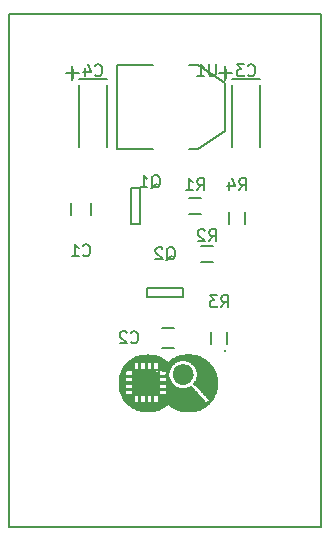
<source format=gbr>
G04 #@! TF.FileFunction,Legend,Bot*
%FSLAX46Y46*%
G04 Gerber Fmt 4.6, Leading zero omitted, Abs format (unit mm)*
G04 Created by KiCad (PCBNEW (2015-01-16 BZR 5376)-product) date 7/15/2015 11:03:25 AM*
%MOMM*%
G01*
G04 APERTURE LIST*
%ADD10C,0.100000*%
%ADD11C,0.200000*%
%ADD12C,0.150000*%
%ADD13C,0.010000*%
G04 APERTURE END LIST*
D10*
D11*
X138938000Y-84582000D02*
X138938000Y-81280000D01*
X112522000Y-84582000D02*
X138938000Y-84582000D01*
X112522000Y-81280000D02*
X112522000Y-84582000D01*
X138938000Y-41148000D02*
X112522000Y-41148000D01*
X138938000Y-81280000D02*
X138938000Y-41148000D01*
X112522000Y-41148000D02*
X112522000Y-81280000D01*
D12*
X119468000Y-57158000D02*
X119468000Y-58158000D01*
X117768000Y-58158000D02*
X117768000Y-57158000D01*
X125484000Y-67730000D02*
X126484000Y-67730000D01*
X126484000Y-69430000D02*
X125484000Y-69430000D01*
X133786880Y-47183040D02*
X133786880Y-52384960D01*
X131389120Y-52384960D02*
X131389120Y-47183040D01*
X130289300Y-46184820D02*
X131389120Y-46184820D01*
X130789680Y-45585380D02*
X130789680Y-46784260D01*
X131389120Y-46687740D02*
X133786880Y-46687740D01*
X120832880Y-47183040D02*
X120832880Y-52384960D01*
X118435120Y-52384960D02*
X118435120Y-47183040D01*
X117335300Y-46184820D02*
X118435120Y-46184820D01*
X117835680Y-45585380D02*
X117835680Y-46784260D01*
X118435120Y-46687740D02*
X120832880Y-46687740D01*
X122809000Y-55880000D02*
X122809000Y-58928000D01*
X122809000Y-58928000D02*
X123571000Y-58928000D01*
X123571000Y-58928000D02*
X123571000Y-55880000D01*
X123571000Y-55880000D02*
X122809000Y-55880000D01*
X124206000Y-65151000D02*
X127254000Y-65151000D01*
X127254000Y-65151000D02*
X127254000Y-64389000D01*
X127254000Y-64389000D02*
X124206000Y-64389000D01*
X124206000Y-64389000D02*
X124206000Y-65151000D01*
X127770000Y-58079000D02*
X128770000Y-58079000D01*
X128770000Y-56729000D02*
X127770000Y-56729000D01*
X128786000Y-62143000D02*
X129786000Y-62143000D01*
X129786000Y-60793000D02*
X128786000Y-60793000D01*
X129627000Y-68080000D02*
X129627000Y-69080000D01*
X130977000Y-69080000D02*
X130977000Y-68080000D01*
X132501000Y-58920000D02*
X132501000Y-57920000D01*
X131151000Y-57920000D02*
X131151000Y-58920000D01*
X124714000Y-52578000D02*
X121666000Y-52578000D01*
X121666000Y-52578000D02*
X121666000Y-45466000D01*
X121666000Y-45466000D02*
X124714000Y-45466000D01*
X127762000Y-52578000D02*
X128524000Y-52578000D01*
X128524000Y-52578000D02*
X130810000Y-51054000D01*
X130810000Y-51054000D02*
X130810000Y-46990000D01*
X130810000Y-46990000D02*
X128524000Y-45466000D01*
X128524000Y-45466000D02*
X127762000Y-45466000D01*
D13*
G36*
X130810000Y-69596000D02*
X130760000Y-69596000D01*
X130760000Y-69646000D01*
X130810000Y-69646000D01*
X130810000Y-69596000D01*
X130810000Y-69596000D01*
G37*
X130810000Y-69596000D02*
X130760000Y-69596000D01*
X130760000Y-69646000D01*
X130810000Y-69646000D01*
X130810000Y-69596000D01*
G36*
X130810000Y-69646000D02*
X130760000Y-69646000D01*
X130760000Y-69696000D01*
X130810000Y-69696000D01*
X130810000Y-69646000D01*
X130810000Y-69646000D01*
G37*
X130810000Y-69646000D02*
X130760000Y-69646000D01*
X130760000Y-69696000D01*
X130810000Y-69696000D01*
X130810000Y-69646000D01*
G36*
X127910000Y-69946000D02*
X127860000Y-69946000D01*
X127860000Y-69996000D01*
X127910000Y-69996000D01*
X127910000Y-69946000D01*
X127910000Y-69946000D01*
G37*
X127910000Y-69946000D02*
X127860000Y-69946000D01*
X127860000Y-69996000D01*
X127910000Y-69996000D01*
X127910000Y-69946000D01*
G36*
X127860000Y-69946000D02*
X127810000Y-69946000D01*
X127810000Y-69996000D01*
X127860000Y-69996000D01*
X127860000Y-69946000D01*
X127860000Y-69946000D01*
G37*
X127860000Y-69946000D02*
X127810000Y-69946000D01*
X127810000Y-69996000D01*
X127860000Y-69996000D01*
X127860000Y-69946000D01*
G36*
X127810000Y-69946000D02*
X127760000Y-69946000D01*
X127760000Y-69996000D01*
X127810000Y-69996000D01*
X127810000Y-69946000D01*
X127810000Y-69946000D01*
G37*
X127810000Y-69946000D02*
X127760000Y-69946000D01*
X127760000Y-69996000D01*
X127810000Y-69996000D01*
X127810000Y-69946000D01*
G36*
X127760000Y-69946000D02*
X127710000Y-69946000D01*
X127710000Y-69996000D01*
X127760000Y-69996000D01*
X127760000Y-69946000D01*
X127760000Y-69946000D01*
G37*
X127760000Y-69946000D02*
X127710000Y-69946000D01*
X127710000Y-69996000D01*
X127760000Y-69996000D01*
X127760000Y-69946000D01*
G36*
X127710000Y-69946000D02*
X127660000Y-69946000D01*
X127660000Y-69996000D01*
X127710000Y-69996000D01*
X127710000Y-69946000D01*
X127710000Y-69946000D01*
G37*
X127710000Y-69946000D02*
X127660000Y-69946000D01*
X127660000Y-69996000D01*
X127710000Y-69996000D01*
X127710000Y-69946000D01*
G36*
X127660000Y-69946000D02*
X127610000Y-69946000D01*
X127610000Y-69996000D01*
X127660000Y-69996000D01*
X127660000Y-69946000D01*
X127660000Y-69946000D01*
G37*
X127660000Y-69946000D02*
X127610000Y-69946000D01*
X127610000Y-69996000D01*
X127660000Y-69996000D01*
X127660000Y-69946000D01*
G36*
X127610000Y-69946000D02*
X127560000Y-69946000D01*
X127560000Y-69996000D01*
X127610000Y-69996000D01*
X127610000Y-69946000D01*
X127610000Y-69946000D01*
G37*
X127610000Y-69946000D02*
X127560000Y-69946000D01*
X127560000Y-69996000D01*
X127610000Y-69996000D01*
X127610000Y-69946000D01*
G36*
X127560000Y-69946000D02*
X127510000Y-69946000D01*
X127510000Y-69996000D01*
X127560000Y-69996000D01*
X127560000Y-69946000D01*
X127560000Y-69946000D01*
G37*
X127560000Y-69946000D02*
X127510000Y-69946000D01*
X127510000Y-69996000D01*
X127560000Y-69996000D01*
X127560000Y-69946000D01*
G36*
X127510000Y-69946000D02*
X127460000Y-69946000D01*
X127460000Y-69996000D01*
X127510000Y-69996000D01*
X127510000Y-69946000D01*
X127510000Y-69946000D01*
G37*
X127510000Y-69946000D02*
X127460000Y-69946000D01*
X127460000Y-69996000D01*
X127510000Y-69996000D01*
X127510000Y-69946000D01*
G36*
X124310000Y-69946000D02*
X124260000Y-69946000D01*
X124260000Y-69996000D01*
X124310000Y-69996000D01*
X124310000Y-69946000D01*
X124310000Y-69946000D01*
G37*
X124310000Y-69946000D02*
X124260000Y-69946000D01*
X124260000Y-69996000D01*
X124310000Y-69996000D01*
X124310000Y-69946000D01*
G36*
X124260000Y-69946000D02*
X124210000Y-69946000D01*
X124210000Y-69996000D01*
X124260000Y-69996000D01*
X124260000Y-69946000D01*
X124260000Y-69946000D01*
G37*
X124260000Y-69946000D02*
X124210000Y-69946000D01*
X124210000Y-69996000D01*
X124260000Y-69996000D01*
X124260000Y-69946000D01*
G36*
X124210000Y-69946000D02*
X124160000Y-69946000D01*
X124160000Y-69996000D01*
X124210000Y-69996000D01*
X124210000Y-69946000D01*
X124210000Y-69946000D01*
G37*
X124210000Y-69946000D02*
X124160000Y-69946000D01*
X124160000Y-69996000D01*
X124210000Y-69996000D01*
X124210000Y-69946000D01*
G36*
X128260000Y-69996000D02*
X128210000Y-69996000D01*
X128210000Y-70046000D01*
X128260000Y-70046000D01*
X128260000Y-69996000D01*
X128260000Y-69996000D01*
G37*
X128260000Y-69996000D02*
X128210000Y-69996000D01*
X128210000Y-70046000D01*
X128260000Y-70046000D01*
X128260000Y-69996000D01*
G36*
X128210000Y-69996000D02*
X128160000Y-69996000D01*
X128160000Y-70046000D01*
X128210000Y-70046000D01*
X128210000Y-69996000D01*
X128210000Y-69996000D01*
G37*
X128210000Y-69996000D02*
X128160000Y-69996000D01*
X128160000Y-70046000D01*
X128210000Y-70046000D01*
X128210000Y-69996000D01*
G36*
X128160000Y-69996000D02*
X128110000Y-69996000D01*
X128110000Y-70046000D01*
X128160000Y-70046000D01*
X128160000Y-69996000D01*
X128160000Y-69996000D01*
G37*
X128160000Y-69996000D02*
X128110000Y-69996000D01*
X128110000Y-70046000D01*
X128160000Y-70046000D01*
X128160000Y-69996000D01*
G36*
X128110000Y-69996000D02*
X128060000Y-69996000D01*
X128060000Y-70046000D01*
X128110000Y-70046000D01*
X128110000Y-69996000D01*
X128110000Y-69996000D01*
G37*
X128110000Y-69996000D02*
X128060000Y-69996000D01*
X128060000Y-70046000D01*
X128110000Y-70046000D01*
X128110000Y-69996000D01*
G36*
X128060000Y-69996000D02*
X128010000Y-69996000D01*
X128010000Y-70046000D01*
X128060000Y-70046000D01*
X128060000Y-69996000D01*
X128060000Y-69996000D01*
G37*
X128060000Y-69996000D02*
X128010000Y-69996000D01*
X128010000Y-70046000D01*
X128060000Y-70046000D01*
X128060000Y-69996000D01*
G36*
X128010000Y-69996000D02*
X127960000Y-69996000D01*
X127960000Y-70046000D01*
X128010000Y-70046000D01*
X128010000Y-69996000D01*
X128010000Y-69996000D01*
G37*
X128010000Y-69996000D02*
X127960000Y-69996000D01*
X127960000Y-70046000D01*
X128010000Y-70046000D01*
X128010000Y-69996000D01*
G36*
X127960000Y-69996000D02*
X127910000Y-69996000D01*
X127910000Y-70046000D01*
X127960000Y-70046000D01*
X127960000Y-69996000D01*
X127960000Y-69996000D01*
G37*
X127960000Y-69996000D02*
X127910000Y-69996000D01*
X127910000Y-70046000D01*
X127960000Y-70046000D01*
X127960000Y-69996000D01*
G36*
X127910000Y-69996000D02*
X127860000Y-69996000D01*
X127860000Y-70046000D01*
X127910000Y-70046000D01*
X127910000Y-69996000D01*
X127910000Y-69996000D01*
G37*
X127910000Y-69996000D02*
X127860000Y-69996000D01*
X127860000Y-70046000D01*
X127910000Y-70046000D01*
X127910000Y-69996000D01*
G36*
X127860000Y-69996000D02*
X127810000Y-69996000D01*
X127810000Y-70046000D01*
X127860000Y-70046000D01*
X127860000Y-69996000D01*
X127860000Y-69996000D01*
G37*
X127860000Y-69996000D02*
X127810000Y-69996000D01*
X127810000Y-70046000D01*
X127860000Y-70046000D01*
X127860000Y-69996000D01*
G36*
X127810000Y-69996000D02*
X127760000Y-69996000D01*
X127760000Y-70046000D01*
X127810000Y-70046000D01*
X127810000Y-69996000D01*
X127810000Y-69996000D01*
G37*
X127810000Y-69996000D02*
X127760000Y-69996000D01*
X127760000Y-70046000D01*
X127810000Y-70046000D01*
X127810000Y-69996000D01*
G36*
X127760000Y-69996000D02*
X127710000Y-69996000D01*
X127710000Y-70046000D01*
X127760000Y-70046000D01*
X127760000Y-69996000D01*
X127760000Y-69996000D01*
G37*
X127760000Y-69996000D02*
X127710000Y-69996000D01*
X127710000Y-70046000D01*
X127760000Y-70046000D01*
X127760000Y-69996000D01*
G36*
X127710000Y-69996000D02*
X127660000Y-69996000D01*
X127660000Y-70046000D01*
X127710000Y-70046000D01*
X127710000Y-69996000D01*
X127710000Y-69996000D01*
G37*
X127710000Y-69996000D02*
X127660000Y-69996000D01*
X127660000Y-70046000D01*
X127710000Y-70046000D01*
X127710000Y-69996000D01*
G36*
X127660000Y-69996000D02*
X127610000Y-69996000D01*
X127610000Y-70046000D01*
X127660000Y-70046000D01*
X127660000Y-69996000D01*
X127660000Y-69996000D01*
G37*
X127660000Y-69996000D02*
X127610000Y-69996000D01*
X127610000Y-70046000D01*
X127660000Y-70046000D01*
X127660000Y-69996000D01*
G36*
X127610000Y-69996000D02*
X127560000Y-69996000D01*
X127560000Y-70046000D01*
X127610000Y-70046000D01*
X127610000Y-69996000D01*
X127610000Y-69996000D01*
G37*
X127610000Y-69996000D02*
X127560000Y-69996000D01*
X127560000Y-70046000D01*
X127610000Y-70046000D01*
X127610000Y-69996000D01*
G36*
X127560000Y-69996000D02*
X127510000Y-69996000D01*
X127510000Y-70046000D01*
X127560000Y-70046000D01*
X127560000Y-69996000D01*
X127560000Y-69996000D01*
G37*
X127560000Y-69996000D02*
X127510000Y-69996000D01*
X127510000Y-70046000D01*
X127560000Y-70046000D01*
X127560000Y-69996000D01*
G36*
X127510000Y-69996000D02*
X127460000Y-69996000D01*
X127460000Y-70046000D01*
X127510000Y-70046000D01*
X127510000Y-69996000D01*
X127510000Y-69996000D01*
G37*
X127510000Y-69996000D02*
X127460000Y-69996000D01*
X127460000Y-70046000D01*
X127510000Y-70046000D01*
X127510000Y-69996000D01*
G36*
X127460000Y-69996000D02*
X127410000Y-69996000D01*
X127410000Y-70046000D01*
X127460000Y-70046000D01*
X127460000Y-69996000D01*
X127460000Y-69996000D01*
G37*
X127460000Y-69996000D02*
X127410000Y-69996000D01*
X127410000Y-70046000D01*
X127460000Y-70046000D01*
X127460000Y-69996000D01*
G36*
X127410000Y-69996000D02*
X127360000Y-69996000D01*
X127360000Y-70046000D01*
X127410000Y-70046000D01*
X127410000Y-69996000D01*
X127410000Y-69996000D01*
G37*
X127410000Y-69996000D02*
X127360000Y-69996000D01*
X127360000Y-70046000D01*
X127410000Y-70046000D01*
X127410000Y-69996000D01*
G36*
X127360000Y-69996000D02*
X127310000Y-69996000D01*
X127310000Y-70046000D01*
X127360000Y-70046000D01*
X127360000Y-69996000D01*
X127360000Y-69996000D01*
G37*
X127360000Y-69996000D02*
X127310000Y-69996000D01*
X127310000Y-70046000D01*
X127360000Y-70046000D01*
X127360000Y-69996000D01*
G36*
X127310000Y-69996000D02*
X127260000Y-69996000D01*
X127260000Y-70046000D01*
X127310000Y-70046000D01*
X127310000Y-69996000D01*
X127310000Y-69996000D01*
G37*
X127310000Y-69996000D02*
X127260000Y-69996000D01*
X127260000Y-70046000D01*
X127310000Y-70046000D01*
X127310000Y-69996000D01*
G36*
X127260000Y-69996000D02*
X127210000Y-69996000D01*
X127210000Y-70046000D01*
X127260000Y-70046000D01*
X127260000Y-69996000D01*
X127260000Y-69996000D01*
G37*
X127260000Y-69996000D02*
X127210000Y-69996000D01*
X127210000Y-70046000D01*
X127260000Y-70046000D01*
X127260000Y-69996000D01*
G36*
X127210000Y-69996000D02*
X127160000Y-69996000D01*
X127160000Y-70046000D01*
X127210000Y-70046000D01*
X127210000Y-69996000D01*
X127210000Y-69996000D01*
G37*
X127210000Y-69996000D02*
X127160000Y-69996000D01*
X127160000Y-70046000D01*
X127210000Y-70046000D01*
X127210000Y-69996000D01*
G36*
X127160000Y-69996000D02*
X127110000Y-69996000D01*
X127110000Y-70046000D01*
X127160000Y-70046000D01*
X127160000Y-69996000D01*
X127160000Y-69996000D01*
G37*
X127160000Y-69996000D02*
X127110000Y-69996000D01*
X127110000Y-70046000D01*
X127160000Y-70046000D01*
X127160000Y-69996000D01*
G36*
X124760000Y-69996000D02*
X124710000Y-69996000D01*
X124710000Y-70046000D01*
X124760000Y-70046000D01*
X124760000Y-69996000D01*
X124760000Y-69996000D01*
G37*
X124760000Y-69996000D02*
X124710000Y-69996000D01*
X124710000Y-70046000D01*
X124760000Y-70046000D01*
X124760000Y-69996000D01*
G36*
X124710000Y-69996000D02*
X124660000Y-69996000D01*
X124660000Y-70046000D01*
X124710000Y-70046000D01*
X124710000Y-69996000D01*
X124710000Y-69996000D01*
G37*
X124710000Y-69996000D02*
X124660000Y-69996000D01*
X124660000Y-70046000D01*
X124710000Y-70046000D01*
X124710000Y-69996000D01*
G36*
X124660000Y-69996000D02*
X124610000Y-69996000D01*
X124610000Y-70046000D01*
X124660000Y-70046000D01*
X124660000Y-69996000D01*
X124660000Y-69996000D01*
G37*
X124660000Y-69996000D02*
X124610000Y-69996000D01*
X124610000Y-70046000D01*
X124660000Y-70046000D01*
X124660000Y-69996000D01*
G36*
X124610000Y-69996000D02*
X124560000Y-69996000D01*
X124560000Y-70046000D01*
X124610000Y-70046000D01*
X124610000Y-69996000D01*
X124610000Y-69996000D01*
G37*
X124610000Y-69996000D02*
X124560000Y-69996000D01*
X124560000Y-70046000D01*
X124610000Y-70046000D01*
X124610000Y-69996000D01*
G36*
X124560000Y-69996000D02*
X124510000Y-69996000D01*
X124510000Y-70046000D01*
X124560000Y-70046000D01*
X124560000Y-69996000D01*
X124560000Y-69996000D01*
G37*
X124560000Y-69996000D02*
X124510000Y-69996000D01*
X124510000Y-70046000D01*
X124560000Y-70046000D01*
X124560000Y-69996000D01*
G36*
X124510000Y-69996000D02*
X124460000Y-69996000D01*
X124460000Y-70046000D01*
X124510000Y-70046000D01*
X124510000Y-69996000D01*
X124510000Y-69996000D01*
G37*
X124510000Y-69996000D02*
X124460000Y-69996000D01*
X124460000Y-70046000D01*
X124510000Y-70046000D01*
X124510000Y-69996000D01*
G36*
X124460000Y-69996000D02*
X124410000Y-69996000D01*
X124410000Y-70046000D01*
X124460000Y-70046000D01*
X124460000Y-69996000D01*
X124460000Y-69996000D01*
G37*
X124460000Y-69996000D02*
X124410000Y-69996000D01*
X124410000Y-70046000D01*
X124460000Y-70046000D01*
X124460000Y-69996000D01*
G36*
X124410000Y-69996000D02*
X124360000Y-69996000D01*
X124360000Y-70046000D01*
X124410000Y-70046000D01*
X124410000Y-69996000D01*
X124410000Y-69996000D01*
G37*
X124410000Y-69996000D02*
X124360000Y-69996000D01*
X124360000Y-70046000D01*
X124410000Y-70046000D01*
X124410000Y-69996000D01*
G36*
X124360000Y-69996000D02*
X124310000Y-69996000D01*
X124310000Y-70046000D01*
X124360000Y-70046000D01*
X124360000Y-69996000D01*
X124360000Y-69996000D01*
G37*
X124360000Y-69996000D02*
X124310000Y-69996000D01*
X124310000Y-70046000D01*
X124360000Y-70046000D01*
X124360000Y-69996000D01*
G36*
X124310000Y-69996000D02*
X124260000Y-69996000D01*
X124260000Y-70046000D01*
X124310000Y-70046000D01*
X124310000Y-69996000D01*
X124310000Y-69996000D01*
G37*
X124310000Y-69996000D02*
X124260000Y-69996000D01*
X124260000Y-70046000D01*
X124310000Y-70046000D01*
X124310000Y-69996000D01*
G36*
X124260000Y-69996000D02*
X124210000Y-69996000D01*
X124210000Y-70046000D01*
X124260000Y-70046000D01*
X124260000Y-69996000D01*
X124260000Y-69996000D01*
G37*
X124260000Y-69996000D02*
X124210000Y-69996000D01*
X124210000Y-70046000D01*
X124260000Y-70046000D01*
X124260000Y-69996000D01*
G36*
X124210000Y-69996000D02*
X124160000Y-69996000D01*
X124160000Y-70046000D01*
X124210000Y-70046000D01*
X124210000Y-69996000D01*
X124210000Y-69996000D01*
G37*
X124210000Y-69996000D02*
X124160000Y-69996000D01*
X124160000Y-70046000D01*
X124210000Y-70046000D01*
X124210000Y-69996000D01*
G36*
X124160000Y-69996000D02*
X124110000Y-69996000D01*
X124110000Y-70046000D01*
X124160000Y-70046000D01*
X124160000Y-69996000D01*
X124160000Y-69996000D01*
G37*
X124160000Y-69996000D02*
X124110000Y-69996000D01*
X124110000Y-70046000D01*
X124160000Y-70046000D01*
X124160000Y-69996000D01*
G36*
X124110000Y-69996000D02*
X124060000Y-69996000D01*
X124060000Y-70046000D01*
X124110000Y-70046000D01*
X124110000Y-69996000D01*
X124110000Y-69996000D01*
G37*
X124110000Y-69996000D02*
X124060000Y-69996000D01*
X124060000Y-70046000D01*
X124110000Y-70046000D01*
X124110000Y-69996000D01*
G36*
X124060000Y-69996000D02*
X124010000Y-69996000D01*
X124010000Y-70046000D01*
X124060000Y-70046000D01*
X124060000Y-69996000D01*
X124060000Y-69996000D01*
G37*
X124060000Y-69996000D02*
X124010000Y-69996000D01*
X124010000Y-70046000D01*
X124060000Y-70046000D01*
X124060000Y-69996000D01*
G36*
X124010000Y-69996000D02*
X123960000Y-69996000D01*
X123960000Y-70046000D01*
X124010000Y-70046000D01*
X124010000Y-69996000D01*
X124010000Y-69996000D01*
G37*
X124010000Y-69996000D02*
X123960000Y-69996000D01*
X123960000Y-70046000D01*
X124010000Y-70046000D01*
X124010000Y-69996000D01*
G36*
X123960000Y-69996000D02*
X123910000Y-69996000D01*
X123910000Y-70046000D01*
X123960000Y-70046000D01*
X123960000Y-69996000D01*
X123960000Y-69996000D01*
G37*
X123960000Y-69996000D02*
X123910000Y-69996000D01*
X123910000Y-70046000D01*
X123960000Y-70046000D01*
X123960000Y-69996000D01*
G36*
X123910000Y-69996000D02*
X123860000Y-69996000D01*
X123860000Y-70046000D01*
X123910000Y-70046000D01*
X123910000Y-69996000D01*
X123910000Y-69996000D01*
G37*
X123910000Y-69996000D02*
X123860000Y-69996000D01*
X123860000Y-70046000D01*
X123910000Y-70046000D01*
X123910000Y-69996000D01*
G36*
X123860000Y-69996000D02*
X123810000Y-69996000D01*
X123810000Y-70046000D01*
X123860000Y-70046000D01*
X123860000Y-69996000D01*
X123860000Y-69996000D01*
G37*
X123860000Y-69996000D02*
X123810000Y-69996000D01*
X123810000Y-70046000D01*
X123860000Y-70046000D01*
X123860000Y-69996000D01*
G36*
X123810000Y-69996000D02*
X123760000Y-69996000D01*
X123760000Y-70046000D01*
X123810000Y-70046000D01*
X123810000Y-69996000D01*
X123810000Y-69996000D01*
G37*
X123810000Y-69996000D02*
X123760000Y-69996000D01*
X123760000Y-70046000D01*
X123810000Y-70046000D01*
X123810000Y-69996000D01*
G36*
X123760000Y-69996000D02*
X123710000Y-69996000D01*
X123710000Y-70046000D01*
X123760000Y-70046000D01*
X123760000Y-69996000D01*
X123760000Y-69996000D01*
G37*
X123760000Y-69996000D02*
X123710000Y-69996000D01*
X123710000Y-70046000D01*
X123760000Y-70046000D01*
X123760000Y-69996000D01*
G36*
X128410000Y-70046000D02*
X128360000Y-70046000D01*
X128360000Y-70096000D01*
X128410000Y-70096000D01*
X128410000Y-70046000D01*
X128410000Y-70046000D01*
G37*
X128410000Y-70046000D02*
X128360000Y-70046000D01*
X128360000Y-70096000D01*
X128410000Y-70096000D01*
X128410000Y-70046000D01*
G36*
X128360000Y-70046000D02*
X128310000Y-70046000D01*
X128310000Y-70096000D01*
X128360000Y-70096000D01*
X128360000Y-70046000D01*
X128360000Y-70046000D01*
G37*
X128360000Y-70046000D02*
X128310000Y-70046000D01*
X128310000Y-70096000D01*
X128360000Y-70096000D01*
X128360000Y-70046000D01*
G36*
X128310000Y-70046000D02*
X128260000Y-70046000D01*
X128260000Y-70096000D01*
X128310000Y-70096000D01*
X128310000Y-70046000D01*
X128310000Y-70046000D01*
G37*
X128310000Y-70046000D02*
X128260000Y-70046000D01*
X128260000Y-70096000D01*
X128310000Y-70096000D01*
X128310000Y-70046000D01*
G36*
X128260000Y-70046000D02*
X128210000Y-70046000D01*
X128210000Y-70096000D01*
X128260000Y-70096000D01*
X128260000Y-70046000D01*
X128260000Y-70046000D01*
G37*
X128260000Y-70046000D02*
X128210000Y-70046000D01*
X128210000Y-70096000D01*
X128260000Y-70096000D01*
X128260000Y-70046000D01*
G36*
X128210000Y-70046000D02*
X128160000Y-70046000D01*
X128160000Y-70096000D01*
X128210000Y-70096000D01*
X128210000Y-70046000D01*
X128210000Y-70046000D01*
G37*
X128210000Y-70046000D02*
X128160000Y-70046000D01*
X128160000Y-70096000D01*
X128210000Y-70096000D01*
X128210000Y-70046000D01*
G36*
X128160000Y-70046000D02*
X128110000Y-70046000D01*
X128110000Y-70096000D01*
X128160000Y-70096000D01*
X128160000Y-70046000D01*
X128160000Y-70046000D01*
G37*
X128160000Y-70046000D02*
X128110000Y-70046000D01*
X128110000Y-70096000D01*
X128160000Y-70096000D01*
X128160000Y-70046000D01*
G36*
X128110000Y-70046000D02*
X128060000Y-70046000D01*
X128060000Y-70096000D01*
X128110000Y-70096000D01*
X128110000Y-70046000D01*
X128110000Y-70046000D01*
G37*
X128110000Y-70046000D02*
X128060000Y-70046000D01*
X128060000Y-70096000D01*
X128110000Y-70096000D01*
X128110000Y-70046000D01*
G36*
X128060000Y-70046000D02*
X128010000Y-70046000D01*
X128010000Y-70096000D01*
X128060000Y-70096000D01*
X128060000Y-70046000D01*
X128060000Y-70046000D01*
G37*
X128060000Y-70046000D02*
X128010000Y-70046000D01*
X128010000Y-70096000D01*
X128060000Y-70096000D01*
X128060000Y-70046000D01*
G36*
X128010000Y-70046000D02*
X127960000Y-70046000D01*
X127960000Y-70096000D01*
X128010000Y-70096000D01*
X128010000Y-70046000D01*
X128010000Y-70046000D01*
G37*
X128010000Y-70046000D02*
X127960000Y-70046000D01*
X127960000Y-70096000D01*
X128010000Y-70096000D01*
X128010000Y-70046000D01*
G36*
X127960000Y-70046000D02*
X127910000Y-70046000D01*
X127910000Y-70096000D01*
X127960000Y-70096000D01*
X127960000Y-70046000D01*
X127960000Y-70046000D01*
G37*
X127960000Y-70046000D02*
X127910000Y-70046000D01*
X127910000Y-70096000D01*
X127960000Y-70096000D01*
X127960000Y-70046000D01*
G36*
X127910000Y-70046000D02*
X127860000Y-70046000D01*
X127860000Y-70096000D01*
X127910000Y-70096000D01*
X127910000Y-70046000D01*
X127910000Y-70046000D01*
G37*
X127910000Y-70046000D02*
X127860000Y-70046000D01*
X127860000Y-70096000D01*
X127910000Y-70096000D01*
X127910000Y-70046000D01*
G36*
X127860000Y-70046000D02*
X127810000Y-70046000D01*
X127810000Y-70096000D01*
X127860000Y-70096000D01*
X127860000Y-70046000D01*
X127860000Y-70046000D01*
G37*
X127860000Y-70046000D02*
X127810000Y-70046000D01*
X127810000Y-70096000D01*
X127860000Y-70096000D01*
X127860000Y-70046000D01*
G36*
X127810000Y-70046000D02*
X127760000Y-70046000D01*
X127760000Y-70096000D01*
X127810000Y-70096000D01*
X127810000Y-70046000D01*
X127810000Y-70046000D01*
G37*
X127810000Y-70046000D02*
X127760000Y-70046000D01*
X127760000Y-70096000D01*
X127810000Y-70096000D01*
X127810000Y-70046000D01*
G36*
X127760000Y-70046000D02*
X127710000Y-70046000D01*
X127710000Y-70096000D01*
X127760000Y-70096000D01*
X127760000Y-70046000D01*
X127760000Y-70046000D01*
G37*
X127760000Y-70046000D02*
X127710000Y-70046000D01*
X127710000Y-70096000D01*
X127760000Y-70096000D01*
X127760000Y-70046000D01*
G36*
X127710000Y-70046000D02*
X127660000Y-70046000D01*
X127660000Y-70096000D01*
X127710000Y-70096000D01*
X127710000Y-70046000D01*
X127710000Y-70046000D01*
G37*
X127710000Y-70046000D02*
X127660000Y-70046000D01*
X127660000Y-70096000D01*
X127710000Y-70096000D01*
X127710000Y-70046000D01*
G36*
X127660000Y-70046000D02*
X127610000Y-70046000D01*
X127610000Y-70096000D01*
X127660000Y-70096000D01*
X127660000Y-70046000D01*
X127660000Y-70046000D01*
G37*
X127660000Y-70046000D02*
X127610000Y-70046000D01*
X127610000Y-70096000D01*
X127660000Y-70096000D01*
X127660000Y-70046000D01*
G36*
X127610000Y-70046000D02*
X127560000Y-70046000D01*
X127560000Y-70096000D01*
X127610000Y-70096000D01*
X127610000Y-70046000D01*
X127610000Y-70046000D01*
G37*
X127610000Y-70046000D02*
X127560000Y-70046000D01*
X127560000Y-70096000D01*
X127610000Y-70096000D01*
X127610000Y-70046000D01*
G36*
X127560000Y-70046000D02*
X127510000Y-70046000D01*
X127510000Y-70096000D01*
X127560000Y-70096000D01*
X127560000Y-70046000D01*
X127560000Y-70046000D01*
G37*
X127560000Y-70046000D02*
X127510000Y-70046000D01*
X127510000Y-70096000D01*
X127560000Y-70096000D01*
X127560000Y-70046000D01*
G36*
X127510000Y-70046000D02*
X127460000Y-70046000D01*
X127460000Y-70096000D01*
X127510000Y-70096000D01*
X127510000Y-70046000D01*
X127510000Y-70046000D01*
G37*
X127510000Y-70046000D02*
X127460000Y-70046000D01*
X127460000Y-70096000D01*
X127510000Y-70096000D01*
X127510000Y-70046000D01*
G36*
X127460000Y-70046000D02*
X127410000Y-70046000D01*
X127410000Y-70096000D01*
X127460000Y-70096000D01*
X127460000Y-70046000D01*
X127460000Y-70046000D01*
G37*
X127460000Y-70046000D02*
X127410000Y-70046000D01*
X127410000Y-70096000D01*
X127460000Y-70096000D01*
X127460000Y-70046000D01*
G36*
X127410000Y-70046000D02*
X127360000Y-70046000D01*
X127360000Y-70096000D01*
X127410000Y-70096000D01*
X127410000Y-70046000D01*
X127410000Y-70046000D01*
G37*
X127410000Y-70046000D02*
X127360000Y-70046000D01*
X127360000Y-70096000D01*
X127410000Y-70096000D01*
X127410000Y-70046000D01*
G36*
X127360000Y-70046000D02*
X127310000Y-70046000D01*
X127310000Y-70096000D01*
X127360000Y-70096000D01*
X127360000Y-70046000D01*
X127360000Y-70046000D01*
G37*
X127360000Y-70046000D02*
X127310000Y-70046000D01*
X127310000Y-70096000D01*
X127360000Y-70096000D01*
X127360000Y-70046000D01*
G36*
X127310000Y-70046000D02*
X127260000Y-70046000D01*
X127260000Y-70096000D01*
X127310000Y-70096000D01*
X127310000Y-70046000D01*
X127310000Y-70046000D01*
G37*
X127310000Y-70046000D02*
X127260000Y-70046000D01*
X127260000Y-70096000D01*
X127310000Y-70096000D01*
X127310000Y-70046000D01*
G36*
X127260000Y-70046000D02*
X127210000Y-70046000D01*
X127210000Y-70096000D01*
X127260000Y-70096000D01*
X127260000Y-70046000D01*
X127260000Y-70046000D01*
G37*
X127260000Y-70046000D02*
X127210000Y-70046000D01*
X127210000Y-70096000D01*
X127260000Y-70096000D01*
X127260000Y-70046000D01*
G36*
X127210000Y-70046000D02*
X127160000Y-70046000D01*
X127160000Y-70096000D01*
X127210000Y-70096000D01*
X127210000Y-70046000D01*
X127210000Y-70046000D01*
G37*
X127210000Y-70046000D02*
X127160000Y-70046000D01*
X127160000Y-70096000D01*
X127210000Y-70096000D01*
X127210000Y-70046000D01*
G36*
X127160000Y-70046000D02*
X127110000Y-70046000D01*
X127110000Y-70096000D01*
X127160000Y-70096000D01*
X127160000Y-70046000D01*
X127160000Y-70046000D01*
G37*
X127160000Y-70046000D02*
X127110000Y-70046000D01*
X127110000Y-70096000D01*
X127160000Y-70096000D01*
X127160000Y-70046000D01*
G36*
X127110000Y-70046000D02*
X127060000Y-70046000D01*
X127060000Y-70096000D01*
X127110000Y-70096000D01*
X127110000Y-70046000D01*
X127110000Y-70046000D01*
G37*
X127110000Y-70046000D02*
X127060000Y-70046000D01*
X127060000Y-70096000D01*
X127110000Y-70096000D01*
X127110000Y-70046000D01*
G36*
X127060000Y-70046000D02*
X127010000Y-70046000D01*
X127010000Y-70096000D01*
X127060000Y-70096000D01*
X127060000Y-70046000D01*
X127060000Y-70046000D01*
G37*
X127060000Y-70046000D02*
X127010000Y-70046000D01*
X127010000Y-70096000D01*
X127060000Y-70096000D01*
X127060000Y-70046000D01*
G36*
X127010000Y-70046000D02*
X126960000Y-70046000D01*
X126960000Y-70096000D01*
X127010000Y-70096000D01*
X127010000Y-70046000D01*
X127010000Y-70046000D01*
G37*
X127010000Y-70046000D02*
X126960000Y-70046000D01*
X126960000Y-70096000D01*
X127010000Y-70096000D01*
X127010000Y-70046000D01*
G36*
X126960000Y-70046000D02*
X126910000Y-70046000D01*
X126910000Y-70096000D01*
X126960000Y-70096000D01*
X126960000Y-70046000D01*
X126960000Y-70046000D01*
G37*
X126960000Y-70046000D02*
X126910000Y-70046000D01*
X126910000Y-70096000D01*
X126960000Y-70096000D01*
X126960000Y-70046000D01*
G36*
X124960000Y-70046000D02*
X124910000Y-70046000D01*
X124910000Y-70096000D01*
X124960000Y-70096000D01*
X124960000Y-70046000D01*
X124960000Y-70046000D01*
G37*
X124960000Y-70046000D02*
X124910000Y-70046000D01*
X124910000Y-70096000D01*
X124960000Y-70096000D01*
X124960000Y-70046000D01*
G36*
X124910000Y-70046000D02*
X124860000Y-70046000D01*
X124860000Y-70096000D01*
X124910000Y-70096000D01*
X124910000Y-70046000D01*
X124910000Y-70046000D01*
G37*
X124910000Y-70046000D02*
X124860000Y-70046000D01*
X124860000Y-70096000D01*
X124910000Y-70096000D01*
X124910000Y-70046000D01*
G36*
X124860000Y-70046000D02*
X124810000Y-70046000D01*
X124810000Y-70096000D01*
X124860000Y-70096000D01*
X124860000Y-70046000D01*
X124860000Y-70046000D01*
G37*
X124860000Y-70046000D02*
X124810000Y-70046000D01*
X124810000Y-70096000D01*
X124860000Y-70096000D01*
X124860000Y-70046000D01*
G36*
X124810000Y-70046000D02*
X124760000Y-70046000D01*
X124760000Y-70096000D01*
X124810000Y-70096000D01*
X124810000Y-70046000D01*
X124810000Y-70046000D01*
G37*
X124810000Y-70046000D02*
X124760000Y-70046000D01*
X124760000Y-70096000D01*
X124810000Y-70096000D01*
X124810000Y-70046000D01*
G36*
X124760000Y-70046000D02*
X124710000Y-70046000D01*
X124710000Y-70096000D01*
X124760000Y-70096000D01*
X124760000Y-70046000D01*
X124760000Y-70046000D01*
G37*
X124760000Y-70046000D02*
X124710000Y-70046000D01*
X124710000Y-70096000D01*
X124760000Y-70096000D01*
X124760000Y-70046000D01*
G36*
X124710000Y-70046000D02*
X124660000Y-70046000D01*
X124660000Y-70096000D01*
X124710000Y-70096000D01*
X124710000Y-70046000D01*
X124710000Y-70046000D01*
G37*
X124710000Y-70046000D02*
X124660000Y-70046000D01*
X124660000Y-70096000D01*
X124710000Y-70096000D01*
X124710000Y-70046000D01*
G36*
X124660000Y-70046000D02*
X124610000Y-70046000D01*
X124610000Y-70096000D01*
X124660000Y-70096000D01*
X124660000Y-70046000D01*
X124660000Y-70046000D01*
G37*
X124660000Y-70046000D02*
X124610000Y-70046000D01*
X124610000Y-70096000D01*
X124660000Y-70096000D01*
X124660000Y-70046000D01*
G36*
X124610000Y-70046000D02*
X124560000Y-70046000D01*
X124560000Y-70096000D01*
X124610000Y-70096000D01*
X124610000Y-70046000D01*
X124610000Y-70046000D01*
G37*
X124610000Y-70046000D02*
X124560000Y-70046000D01*
X124560000Y-70096000D01*
X124610000Y-70096000D01*
X124610000Y-70046000D01*
G36*
X124560000Y-70046000D02*
X124510000Y-70046000D01*
X124510000Y-70096000D01*
X124560000Y-70096000D01*
X124560000Y-70046000D01*
X124560000Y-70046000D01*
G37*
X124560000Y-70046000D02*
X124510000Y-70046000D01*
X124510000Y-70096000D01*
X124560000Y-70096000D01*
X124560000Y-70046000D01*
G36*
X124510000Y-70046000D02*
X124460000Y-70046000D01*
X124460000Y-70096000D01*
X124510000Y-70096000D01*
X124510000Y-70046000D01*
X124510000Y-70046000D01*
G37*
X124510000Y-70046000D02*
X124460000Y-70046000D01*
X124460000Y-70096000D01*
X124510000Y-70096000D01*
X124510000Y-70046000D01*
G36*
X124460000Y-70046000D02*
X124410000Y-70046000D01*
X124410000Y-70096000D01*
X124460000Y-70096000D01*
X124460000Y-70046000D01*
X124460000Y-70046000D01*
G37*
X124460000Y-70046000D02*
X124410000Y-70046000D01*
X124410000Y-70096000D01*
X124460000Y-70096000D01*
X124460000Y-70046000D01*
G36*
X124410000Y-70046000D02*
X124360000Y-70046000D01*
X124360000Y-70096000D01*
X124410000Y-70096000D01*
X124410000Y-70046000D01*
X124410000Y-70046000D01*
G37*
X124410000Y-70046000D02*
X124360000Y-70046000D01*
X124360000Y-70096000D01*
X124410000Y-70096000D01*
X124410000Y-70046000D01*
G36*
X124360000Y-70046000D02*
X124310000Y-70046000D01*
X124310000Y-70096000D01*
X124360000Y-70096000D01*
X124360000Y-70046000D01*
X124360000Y-70046000D01*
G37*
X124360000Y-70046000D02*
X124310000Y-70046000D01*
X124310000Y-70096000D01*
X124360000Y-70096000D01*
X124360000Y-70046000D01*
G36*
X124310000Y-70046000D02*
X124260000Y-70046000D01*
X124260000Y-70096000D01*
X124310000Y-70096000D01*
X124310000Y-70046000D01*
X124310000Y-70046000D01*
G37*
X124310000Y-70046000D02*
X124260000Y-70046000D01*
X124260000Y-70096000D01*
X124310000Y-70096000D01*
X124310000Y-70046000D01*
G36*
X124260000Y-70046000D02*
X124210000Y-70046000D01*
X124210000Y-70096000D01*
X124260000Y-70096000D01*
X124260000Y-70046000D01*
X124260000Y-70046000D01*
G37*
X124260000Y-70046000D02*
X124210000Y-70046000D01*
X124210000Y-70096000D01*
X124260000Y-70096000D01*
X124260000Y-70046000D01*
G36*
X124210000Y-70046000D02*
X124160000Y-70046000D01*
X124160000Y-70096000D01*
X124210000Y-70096000D01*
X124210000Y-70046000D01*
X124210000Y-70046000D01*
G37*
X124210000Y-70046000D02*
X124160000Y-70046000D01*
X124160000Y-70096000D01*
X124210000Y-70096000D01*
X124210000Y-70046000D01*
G36*
X124160000Y-70046000D02*
X124110000Y-70046000D01*
X124110000Y-70096000D01*
X124160000Y-70096000D01*
X124160000Y-70046000D01*
X124160000Y-70046000D01*
G37*
X124160000Y-70046000D02*
X124110000Y-70046000D01*
X124110000Y-70096000D01*
X124160000Y-70096000D01*
X124160000Y-70046000D01*
G36*
X124110000Y-70046000D02*
X124060000Y-70046000D01*
X124060000Y-70096000D01*
X124110000Y-70096000D01*
X124110000Y-70046000D01*
X124110000Y-70046000D01*
G37*
X124110000Y-70046000D02*
X124060000Y-70046000D01*
X124060000Y-70096000D01*
X124110000Y-70096000D01*
X124110000Y-70046000D01*
G36*
X124060000Y-70046000D02*
X124010000Y-70046000D01*
X124010000Y-70096000D01*
X124060000Y-70096000D01*
X124060000Y-70046000D01*
X124060000Y-70046000D01*
G37*
X124060000Y-70046000D02*
X124010000Y-70046000D01*
X124010000Y-70096000D01*
X124060000Y-70096000D01*
X124060000Y-70046000D01*
G36*
X124010000Y-70046000D02*
X123960000Y-70046000D01*
X123960000Y-70096000D01*
X124010000Y-70096000D01*
X124010000Y-70046000D01*
X124010000Y-70046000D01*
G37*
X124010000Y-70046000D02*
X123960000Y-70046000D01*
X123960000Y-70096000D01*
X124010000Y-70096000D01*
X124010000Y-70046000D01*
G36*
X123960000Y-70046000D02*
X123910000Y-70046000D01*
X123910000Y-70096000D01*
X123960000Y-70096000D01*
X123960000Y-70046000D01*
X123960000Y-70046000D01*
G37*
X123960000Y-70046000D02*
X123910000Y-70046000D01*
X123910000Y-70096000D01*
X123960000Y-70096000D01*
X123960000Y-70046000D01*
G36*
X123910000Y-70046000D02*
X123860000Y-70046000D01*
X123860000Y-70096000D01*
X123910000Y-70096000D01*
X123910000Y-70046000D01*
X123910000Y-70046000D01*
G37*
X123910000Y-70046000D02*
X123860000Y-70046000D01*
X123860000Y-70096000D01*
X123910000Y-70096000D01*
X123910000Y-70046000D01*
G36*
X123860000Y-70046000D02*
X123810000Y-70046000D01*
X123810000Y-70096000D01*
X123860000Y-70096000D01*
X123860000Y-70046000D01*
X123860000Y-70046000D01*
G37*
X123860000Y-70046000D02*
X123810000Y-70046000D01*
X123810000Y-70096000D01*
X123860000Y-70096000D01*
X123860000Y-70046000D01*
G36*
X123810000Y-70046000D02*
X123760000Y-70046000D01*
X123760000Y-70096000D01*
X123810000Y-70096000D01*
X123810000Y-70046000D01*
X123810000Y-70046000D01*
G37*
X123810000Y-70046000D02*
X123760000Y-70046000D01*
X123760000Y-70096000D01*
X123810000Y-70096000D01*
X123810000Y-70046000D01*
G36*
X123760000Y-70046000D02*
X123710000Y-70046000D01*
X123710000Y-70096000D01*
X123760000Y-70096000D01*
X123760000Y-70046000D01*
X123760000Y-70046000D01*
G37*
X123760000Y-70046000D02*
X123710000Y-70046000D01*
X123710000Y-70096000D01*
X123760000Y-70096000D01*
X123760000Y-70046000D01*
G36*
X123710000Y-70046000D02*
X123660000Y-70046000D01*
X123660000Y-70096000D01*
X123710000Y-70096000D01*
X123710000Y-70046000D01*
X123710000Y-70046000D01*
G37*
X123710000Y-70046000D02*
X123660000Y-70046000D01*
X123660000Y-70096000D01*
X123710000Y-70096000D01*
X123710000Y-70046000D01*
G36*
X123660000Y-70046000D02*
X123610000Y-70046000D01*
X123610000Y-70096000D01*
X123660000Y-70096000D01*
X123660000Y-70046000D01*
X123660000Y-70046000D01*
G37*
X123660000Y-70046000D02*
X123610000Y-70046000D01*
X123610000Y-70096000D01*
X123660000Y-70096000D01*
X123660000Y-70046000D01*
G36*
X123610000Y-70046000D02*
X123560000Y-70046000D01*
X123560000Y-70096000D01*
X123610000Y-70096000D01*
X123610000Y-70046000D01*
X123610000Y-70046000D01*
G37*
X123610000Y-70046000D02*
X123560000Y-70046000D01*
X123560000Y-70096000D01*
X123610000Y-70096000D01*
X123610000Y-70046000D01*
G36*
X123560000Y-70046000D02*
X123510000Y-70046000D01*
X123510000Y-70096000D01*
X123560000Y-70096000D01*
X123560000Y-70046000D01*
X123560000Y-70046000D01*
G37*
X123560000Y-70046000D02*
X123510000Y-70046000D01*
X123510000Y-70096000D01*
X123560000Y-70096000D01*
X123560000Y-70046000D01*
G36*
X128560000Y-70096000D02*
X128510000Y-70096000D01*
X128510000Y-70146000D01*
X128560000Y-70146000D01*
X128560000Y-70096000D01*
X128560000Y-70096000D01*
G37*
X128560000Y-70096000D02*
X128510000Y-70096000D01*
X128510000Y-70146000D01*
X128560000Y-70146000D01*
X128560000Y-70096000D01*
G36*
X128510000Y-70096000D02*
X128460000Y-70096000D01*
X128460000Y-70146000D01*
X128510000Y-70146000D01*
X128510000Y-70096000D01*
X128510000Y-70096000D01*
G37*
X128510000Y-70096000D02*
X128460000Y-70096000D01*
X128460000Y-70146000D01*
X128510000Y-70146000D01*
X128510000Y-70096000D01*
G36*
X128460000Y-70096000D02*
X128410000Y-70096000D01*
X128410000Y-70146000D01*
X128460000Y-70146000D01*
X128460000Y-70096000D01*
X128460000Y-70096000D01*
G37*
X128460000Y-70096000D02*
X128410000Y-70096000D01*
X128410000Y-70146000D01*
X128460000Y-70146000D01*
X128460000Y-70096000D01*
G36*
X128410000Y-70096000D02*
X128360000Y-70096000D01*
X128360000Y-70146000D01*
X128410000Y-70146000D01*
X128410000Y-70096000D01*
X128410000Y-70096000D01*
G37*
X128410000Y-70096000D02*
X128360000Y-70096000D01*
X128360000Y-70146000D01*
X128410000Y-70146000D01*
X128410000Y-70096000D01*
G36*
X128360000Y-70096000D02*
X128310000Y-70096000D01*
X128310000Y-70146000D01*
X128360000Y-70146000D01*
X128360000Y-70096000D01*
X128360000Y-70096000D01*
G37*
X128360000Y-70096000D02*
X128310000Y-70096000D01*
X128310000Y-70146000D01*
X128360000Y-70146000D01*
X128360000Y-70096000D01*
G36*
X128310000Y-70096000D02*
X128260000Y-70096000D01*
X128260000Y-70146000D01*
X128310000Y-70146000D01*
X128310000Y-70096000D01*
X128310000Y-70096000D01*
G37*
X128310000Y-70096000D02*
X128260000Y-70096000D01*
X128260000Y-70146000D01*
X128310000Y-70146000D01*
X128310000Y-70096000D01*
G36*
X128260000Y-70096000D02*
X128210000Y-70096000D01*
X128210000Y-70146000D01*
X128260000Y-70146000D01*
X128260000Y-70096000D01*
X128260000Y-70096000D01*
G37*
X128260000Y-70096000D02*
X128210000Y-70096000D01*
X128210000Y-70146000D01*
X128260000Y-70146000D01*
X128260000Y-70096000D01*
G36*
X128210000Y-70096000D02*
X128160000Y-70096000D01*
X128160000Y-70146000D01*
X128210000Y-70146000D01*
X128210000Y-70096000D01*
X128210000Y-70096000D01*
G37*
X128210000Y-70096000D02*
X128160000Y-70096000D01*
X128160000Y-70146000D01*
X128210000Y-70146000D01*
X128210000Y-70096000D01*
G36*
X128160000Y-70096000D02*
X128110000Y-70096000D01*
X128110000Y-70146000D01*
X128160000Y-70146000D01*
X128160000Y-70096000D01*
X128160000Y-70096000D01*
G37*
X128160000Y-70096000D02*
X128110000Y-70096000D01*
X128110000Y-70146000D01*
X128160000Y-70146000D01*
X128160000Y-70096000D01*
G36*
X128110000Y-70096000D02*
X128060000Y-70096000D01*
X128060000Y-70146000D01*
X128110000Y-70146000D01*
X128110000Y-70096000D01*
X128110000Y-70096000D01*
G37*
X128110000Y-70096000D02*
X128060000Y-70096000D01*
X128060000Y-70146000D01*
X128110000Y-70146000D01*
X128110000Y-70096000D01*
G36*
X128060000Y-70096000D02*
X128010000Y-70096000D01*
X128010000Y-70146000D01*
X128060000Y-70146000D01*
X128060000Y-70096000D01*
X128060000Y-70096000D01*
G37*
X128060000Y-70096000D02*
X128010000Y-70096000D01*
X128010000Y-70146000D01*
X128060000Y-70146000D01*
X128060000Y-70096000D01*
G36*
X128010000Y-70096000D02*
X127960000Y-70096000D01*
X127960000Y-70146000D01*
X128010000Y-70146000D01*
X128010000Y-70096000D01*
X128010000Y-70096000D01*
G37*
X128010000Y-70096000D02*
X127960000Y-70096000D01*
X127960000Y-70146000D01*
X128010000Y-70146000D01*
X128010000Y-70096000D01*
G36*
X127960000Y-70096000D02*
X127910000Y-70096000D01*
X127910000Y-70146000D01*
X127960000Y-70146000D01*
X127960000Y-70096000D01*
X127960000Y-70096000D01*
G37*
X127960000Y-70096000D02*
X127910000Y-70096000D01*
X127910000Y-70146000D01*
X127960000Y-70146000D01*
X127960000Y-70096000D01*
G36*
X127910000Y-70096000D02*
X127860000Y-70096000D01*
X127860000Y-70146000D01*
X127910000Y-70146000D01*
X127910000Y-70096000D01*
X127910000Y-70096000D01*
G37*
X127910000Y-70096000D02*
X127860000Y-70096000D01*
X127860000Y-70146000D01*
X127910000Y-70146000D01*
X127910000Y-70096000D01*
G36*
X127860000Y-70096000D02*
X127810000Y-70096000D01*
X127810000Y-70146000D01*
X127860000Y-70146000D01*
X127860000Y-70096000D01*
X127860000Y-70096000D01*
G37*
X127860000Y-70096000D02*
X127810000Y-70096000D01*
X127810000Y-70146000D01*
X127860000Y-70146000D01*
X127860000Y-70096000D01*
G36*
X127810000Y-70096000D02*
X127760000Y-70096000D01*
X127760000Y-70146000D01*
X127810000Y-70146000D01*
X127810000Y-70096000D01*
X127810000Y-70096000D01*
G37*
X127810000Y-70096000D02*
X127760000Y-70096000D01*
X127760000Y-70146000D01*
X127810000Y-70146000D01*
X127810000Y-70096000D01*
G36*
X127760000Y-70096000D02*
X127710000Y-70096000D01*
X127710000Y-70146000D01*
X127760000Y-70146000D01*
X127760000Y-70096000D01*
X127760000Y-70096000D01*
G37*
X127760000Y-70096000D02*
X127710000Y-70096000D01*
X127710000Y-70146000D01*
X127760000Y-70146000D01*
X127760000Y-70096000D01*
G36*
X127710000Y-70096000D02*
X127660000Y-70096000D01*
X127660000Y-70146000D01*
X127710000Y-70146000D01*
X127710000Y-70096000D01*
X127710000Y-70096000D01*
G37*
X127710000Y-70096000D02*
X127660000Y-70096000D01*
X127660000Y-70146000D01*
X127710000Y-70146000D01*
X127710000Y-70096000D01*
G36*
X127660000Y-70096000D02*
X127610000Y-70096000D01*
X127610000Y-70146000D01*
X127660000Y-70146000D01*
X127660000Y-70096000D01*
X127660000Y-70096000D01*
G37*
X127660000Y-70096000D02*
X127610000Y-70096000D01*
X127610000Y-70146000D01*
X127660000Y-70146000D01*
X127660000Y-70096000D01*
G36*
X127610000Y-70096000D02*
X127560000Y-70096000D01*
X127560000Y-70146000D01*
X127610000Y-70146000D01*
X127610000Y-70096000D01*
X127610000Y-70096000D01*
G37*
X127610000Y-70096000D02*
X127560000Y-70096000D01*
X127560000Y-70146000D01*
X127610000Y-70146000D01*
X127610000Y-70096000D01*
G36*
X127560000Y-70096000D02*
X127510000Y-70096000D01*
X127510000Y-70146000D01*
X127560000Y-70146000D01*
X127560000Y-70096000D01*
X127560000Y-70096000D01*
G37*
X127560000Y-70096000D02*
X127510000Y-70096000D01*
X127510000Y-70146000D01*
X127560000Y-70146000D01*
X127560000Y-70096000D01*
G36*
X127510000Y-70096000D02*
X127460000Y-70096000D01*
X127460000Y-70146000D01*
X127510000Y-70146000D01*
X127510000Y-70096000D01*
X127510000Y-70096000D01*
G37*
X127510000Y-70096000D02*
X127460000Y-70096000D01*
X127460000Y-70146000D01*
X127510000Y-70146000D01*
X127510000Y-70096000D01*
G36*
X127460000Y-70096000D02*
X127410000Y-70096000D01*
X127410000Y-70146000D01*
X127460000Y-70146000D01*
X127460000Y-70096000D01*
X127460000Y-70096000D01*
G37*
X127460000Y-70096000D02*
X127410000Y-70096000D01*
X127410000Y-70146000D01*
X127460000Y-70146000D01*
X127460000Y-70096000D01*
G36*
X127410000Y-70096000D02*
X127360000Y-70096000D01*
X127360000Y-70146000D01*
X127410000Y-70146000D01*
X127410000Y-70096000D01*
X127410000Y-70096000D01*
G37*
X127410000Y-70096000D02*
X127360000Y-70096000D01*
X127360000Y-70146000D01*
X127410000Y-70146000D01*
X127410000Y-70096000D01*
G36*
X127360000Y-70096000D02*
X127310000Y-70096000D01*
X127310000Y-70146000D01*
X127360000Y-70146000D01*
X127360000Y-70096000D01*
X127360000Y-70096000D01*
G37*
X127360000Y-70096000D02*
X127310000Y-70096000D01*
X127310000Y-70146000D01*
X127360000Y-70146000D01*
X127360000Y-70096000D01*
G36*
X127310000Y-70096000D02*
X127260000Y-70096000D01*
X127260000Y-70146000D01*
X127310000Y-70146000D01*
X127310000Y-70096000D01*
X127310000Y-70096000D01*
G37*
X127310000Y-70096000D02*
X127260000Y-70096000D01*
X127260000Y-70146000D01*
X127310000Y-70146000D01*
X127310000Y-70096000D01*
G36*
X127260000Y-70096000D02*
X127210000Y-70096000D01*
X127210000Y-70146000D01*
X127260000Y-70146000D01*
X127260000Y-70096000D01*
X127260000Y-70096000D01*
G37*
X127260000Y-70096000D02*
X127210000Y-70096000D01*
X127210000Y-70146000D01*
X127260000Y-70146000D01*
X127260000Y-70096000D01*
G36*
X127210000Y-70096000D02*
X127160000Y-70096000D01*
X127160000Y-70146000D01*
X127210000Y-70146000D01*
X127210000Y-70096000D01*
X127210000Y-70096000D01*
G37*
X127210000Y-70096000D02*
X127160000Y-70096000D01*
X127160000Y-70146000D01*
X127210000Y-70146000D01*
X127210000Y-70096000D01*
G36*
X127160000Y-70096000D02*
X127110000Y-70096000D01*
X127110000Y-70146000D01*
X127160000Y-70146000D01*
X127160000Y-70096000D01*
X127160000Y-70096000D01*
G37*
X127160000Y-70096000D02*
X127110000Y-70096000D01*
X127110000Y-70146000D01*
X127160000Y-70146000D01*
X127160000Y-70096000D01*
G36*
X127110000Y-70096000D02*
X127060000Y-70096000D01*
X127060000Y-70146000D01*
X127110000Y-70146000D01*
X127110000Y-70096000D01*
X127110000Y-70096000D01*
G37*
X127110000Y-70096000D02*
X127060000Y-70096000D01*
X127060000Y-70146000D01*
X127110000Y-70146000D01*
X127110000Y-70096000D01*
G36*
X127060000Y-70096000D02*
X127010000Y-70096000D01*
X127010000Y-70146000D01*
X127060000Y-70146000D01*
X127060000Y-70096000D01*
X127060000Y-70096000D01*
G37*
X127060000Y-70096000D02*
X127010000Y-70096000D01*
X127010000Y-70146000D01*
X127060000Y-70146000D01*
X127060000Y-70096000D01*
G36*
X127010000Y-70096000D02*
X126960000Y-70096000D01*
X126960000Y-70146000D01*
X127010000Y-70146000D01*
X127010000Y-70096000D01*
X127010000Y-70096000D01*
G37*
X127010000Y-70096000D02*
X126960000Y-70096000D01*
X126960000Y-70146000D01*
X127010000Y-70146000D01*
X127010000Y-70096000D01*
G36*
X126960000Y-70096000D02*
X126910000Y-70096000D01*
X126910000Y-70146000D01*
X126960000Y-70146000D01*
X126960000Y-70096000D01*
X126960000Y-70096000D01*
G37*
X126960000Y-70096000D02*
X126910000Y-70096000D01*
X126910000Y-70146000D01*
X126960000Y-70146000D01*
X126960000Y-70096000D01*
G36*
X126910000Y-70096000D02*
X126860000Y-70096000D01*
X126860000Y-70146000D01*
X126910000Y-70146000D01*
X126910000Y-70096000D01*
X126910000Y-70096000D01*
G37*
X126910000Y-70096000D02*
X126860000Y-70096000D01*
X126860000Y-70146000D01*
X126910000Y-70146000D01*
X126910000Y-70096000D01*
G36*
X126860000Y-70096000D02*
X126810000Y-70096000D01*
X126810000Y-70146000D01*
X126860000Y-70146000D01*
X126860000Y-70096000D01*
X126860000Y-70096000D01*
G37*
X126860000Y-70096000D02*
X126810000Y-70096000D01*
X126810000Y-70146000D01*
X126860000Y-70146000D01*
X126860000Y-70096000D01*
G36*
X125110000Y-70096000D02*
X125060000Y-70096000D01*
X125060000Y-70146000D01*
X125110000Y-70146000D01*
X125110000Y-70096000D01*
X125110000Y-70096000D01*
G37*
X125110000Y-70096000D02*
X125060000Y-70096000D01*
X125060000Y-70146000D01*
X125110000Y-70146000D01*
X125110000Y-70096000D01*
G36*
X125060000Y-70096000D02*
X125010000Y-70096000D01*
X125010000Y-70146000D01*
X125060000Y-70146000D01*
X125060000Y-70096000D01*
X125060000Y-70096000D01*
G37*
X125060000Y-70096000D02*
X125010000Y-70096000D01*
X125010000Y-70146000D01*
X125060000Y-70146000D01*
X125060000Y-70096000D01*
G36*
X125010000Y-70096000D02*
X124960000Y-70096000D01*
X124960000Y-70146000D01*
X125010000Y-70146000D01*
X125010000Y-70096000D01*
X125010000Y-70096000D01*
G37*
X125010000Y-70096000D02*
X124960000Y-70096000D01*
X124960000Y-70146000D01*
X125010000Y-70146000D01*
X125010000Y-70096000D01*
G36*
X124960000Y-70096000D02*
X124910000Y-70096000D01*
X124910000Y-70146000D01*
X124960000Y-70146000D01*
X124960000Y-70096000D01*
X124960000Y-70096000D01*
G37*
X124960000Y-70096000D02*
X124910000Y-70096000D01*
X124910000Y-70146000D01*
X124960000Y-70146000D01*
X124960000Y-70096000D01*
G36*
X124910000Y-70096000D02*
X124860000Y-70096000D01*
X124860000Y-70146000D01*
X124910000Y-70146000D01*
X124910000Y-70096000D01*
X124910000Y-70096000D01*
G37*
X124910000Y-70096000D02*
X124860000Y-70096000D01*
X124860000Y-70146000D01*
X124910000Y-70146000D01*
X124910000Y-70096000D01*
G36*
X124860000Y-70096000D02*
X124810000Y-70096000D01*
X124810000Y-70146000D01*
X124860000Y-70146000D01*
X124860000Y-70096000D01*
X124860000Y-70096000D01*
G37*
X124860000Y-70096000D02*
X124810000Y-70096000D01*
X124810000Y-70146000D01*
X124860000Y-70146000D01*
X124860000Y-70096000D01*
G36*
X124810000Y-70096000D02*
X124760000Y-70096000D01*
X124760000Y-70146000D01*
X124810000Y-70146000D01*
X124810000Y-70096000D01*
X124810000Y-70096000D01*
G37*
X124810000Y-70096000D02*
X124760000Y-70096000D01*
X124760000Y-70146000D01*
X124810000Y-70146000D01*
X124810000Y-70096000D01*
G36*
X124760000Y-70096000D02*
X124710000Y-70096000D01*
X124710000Y-70146000D01*
X124760000Y-70146000D01*
X124760000Y-70096000D01*
X124760000Y-70096000D01*
G37*
X124760000Y-70096000D02*
X124710000Y-70096000D01*
X124710000Y-70146000D01*
X124760000Y-70146000D01*
X124760000Y-70096000D01*
G36*
X124710000Y-70096000D02*
X124660000Y-70096000D01*
X124660000Y-70146000D01*
X124710000Y-70146000D01*
X124710000Y-70096000D01*
X124710000Y-70096000D01*
G37*
X124710000Y-70096000D02*
X124660000Y-70096000D01*
X124660000Y-70146000D01*
X124710000Y-70146000D01*
X124710000Y-70096000D01*
G36*
X124660000Y-70096000D02*
X124610000Y-70096000D01*
X124610000Y-70146000D01*
X124660000Y-70146000D01*
X124660000Y-70096000D01*
X124660000Y-70096000D01*
G37*
X124660000Y-70096000D02*
X124610000Y-70096000D01*
X124610000Y-70146000D01*
X124660000Y-70146000D01*
X124660000Y-70096000D01*
G36*
X124610000Y-70096000D02*
X124560000Y-70096000D01*
X124560000Y-70146000D01*
X124610000Y-70146000D01*
X124610000Y-70096000D01*
X124610000Y-70096000D01*
G37*
X124610000Y-70096000D02*
X124560000Y-70096000D01*
X124560000Y-70146000D01*
X124610000Y-70146000D01*
X124610000Y-70096000D01*
G36*
X124560000Y-70096000D02*
X124510000Y-70096000D01*
X124510000Y-70146000D01*
X124560000Y-70146000D01*
X124560000Y-70096000D01*
X124560000Y-70096000D01*
G37*
X124560000Y-70096000D02*
X124510000Y-70096000D01*
X124510000Y-70146000D01*
X124560000Y-70146000D01*
X124560000Y-70096000D01*
G36*
X124510000Y-70096000D02*
X124460000Y-70096000D01*
X124460000Y-70146000D01*
X124510000Y-70146000D01*
X124510000Y-70096000D01*
X124510000Y-70096000D01*
G37*
X124510000Y-70096000D02*
X124460000Y-70096000D01*
X124460000Y-70146000D01*
X124510000Y-70146000D01*
X124510000Y-70096000D01*
G36*
X124460000Y-70096000D02*
X124410000Y-70096000D01*
X124410000Y-70146000D01*
X124460000Y-70146000D01*
X124460000Y-70096000D01*
X124460000Y-70096000D01*
G37*
X124460000Y-70096000D02*
X124410000Y-70096000D01*
X124410000Y-70146000D01*
X124460000Y-70146000D01*
X124460000Y-70096000D01*
G36*
X124410000Y-70096000D02*
X124360000Y-70096000D01*
X124360000Y-70146000D01*
X124410000Y-70146000D01*
X124410000Y-70096000D01*
X124410000Y-70096000D01*
G37*
X124410000Y-70096000D02*
X124360000Y-70096000D01*
X124360000Y-70146000D01*
X124410000Y-70146000D01*
X124410000Y-70096000D01*
G36*
X124360000Y-70096000D02*
X124310000Y-70096000D01*
X124310000Y-70146000D01*
X124360000Y-70146000D01*
X124360000Y-70096000D01*
X124360000Y-70096000D01*
G37*
X124360000Y-70096000D02*
X124310000Y-70096000D01*
X124310000Y-70146000D01*
X124360000Y-70146000D01*
X124360000Y-70096000D01*
G36*
X124310000Y-70096000D02*
X124260000Y-70096000D01*
X124260000Y-70146000D01*
X124310000Y-70146000D01*
X124310000Y-70096000D01*
X124310000Y-70096000D01*
G37*
X124310000Y-70096000D02*
X124260000Y-70096000D01*
X124260000Y-70146000D01*
X124310000Y-70146000D01*
X124310000Y-70096000D01*
G36*
X124260000Y-70096000D02*
X124210000Y-70096000D01*
X124210000Y-70146000D01*
X124260000Y-70146000D01*
X124260000Y-70096000D01*
X124260000Y-70096000D01*
G37*
X124260000Y-70096000D02*
X124210000Y-70096000D01*
X124210000Y-70146000D01*
X124260000Y-70146000D01*
X124260000Y-70096000D01*
G36*
X124210000Y-70096000D02*
X124160000Y-70096000D01*
X124160000Y-70146000D01*
X124210000Y-70146000D01*
X124210000Y-70096000D01*
X124210000Y-70096000D01*
G37*
X124210000Y-70096000D02*
X124160000Y-70096000D01*
X124160000Y-70146000D01*
X124210000Y-70146000D01*
X124210000Y-70096000D01*
G36*
X124160000Y-70096000D02*
X124110000Y-70096000D01*
X124110000Y-70146000D01*
X124160000Y-70146000D01*
X124160000Y-70096000D01*
X124160000Y-70096000D01*
G37*
X124160000Y-70096000D02*
X124110000Y-70096000D01*
X124110000Y-70146000D01*
X124160000Y-70146000D01*
X124160000Y-70096000D01*
G36*
X124110000Y-70096000D02*
X124060000Y-70096000D01*
X124060000Y-70146000D01*
X124110000Y-70146000D01*
X124110000Y-70096000D01*
X124110000Y-70096000D01*
G37*
X124110000Y-70096000D02*
X124060000Y-70096000D01*
X124060000Y-70146000D01*
X124110000Y-70146000D01*
X124110000Y-70096000D01*
G36*
X124060000Y-70096000D02*
X124010000Y-70096000D01*
X124010000Y-70146000D01*
X124060000Y-70146000D01*
X124060000Y-70096000D01*
X124060000Y-70096000D01*
G37*
X124060000Y-70096000D02*
X124010000Y-70096000D01*
X124010000Y-70146000D01*
X124060000Y-70146000D01*
X124060000Y-70096000D01*
G36*
X124010000Y-70096000D02*
X123960000Y-70096000D01*
X123960000Y-70146000D01*
X124010000Y-70146000D01*
X124010000Y-70096000D01*
X124010000Y-70096000D01*
G37*
X124010000Y-70096000D02*
X123960000Y-70096000D01*
X123960000Y-70146000D01*
X124010000Y-70146000D01*
X124010000Y-70096000D01*
G36*
X123960000Y-70096000D02*
X123910000Y-70096000D01*
X123910000Y-70146000D01*
X123960000Y-70146000D01*
X123960000Y-70096000D01*
X123960000Y-70096000D01*
G37*
X123960000Y-70096000D02*
X123910000Y-70096000D01*
X123910000Y-70146000D01*
X123960000Y-70146000D01*
X123960000Y-70096000D01*
G36*
X123910000Y-70096000D02*
X123860000Y-70096000D01*
X123860000Y-70146000D01*
X123910000Y-70146000D01*
X123910000Y-70096000D01*
X123910000Y-70096000D01*
G37*
X123910000Y-70096000D02*
X123860000Y-70096000D01*
X123860000Y-70146000D01*
X123910000Y-70146000D01*
X123910000Y-70096000D01*
G36*
X123860000Y-70096000D02*
X123810000Y-70096000D01*
X123810000Y-70146000D01*
X123860000Y-70146000D01*
X123860000Y-70096000D01*
X123860000Y-70096000D01*
G37*
X123860000Y-70096000D02*
X123810000Y-70096000D01*
X123810000Y-70146000D01*
X123860000Y-70146000D01*
X123860000Y-70096000D01*
G36*
X123810000Y-70096000D02*
X123760000Y-70096000D01*
X123760000Y-70146000D01*
X123810000Y-70146000D01*
X123810000Y-70096000D01*
X123810000Y-70096000D01*
G37*
X123810000Y-70096000D02*
X123760000Y-70096000D01*
X123760000Y-70146000D01*
X123810000Y-70146000D01*
X123810000Y-70096000D01*
G36*
X123760000Y-70096000D02*
X123710000Y-70096000D01*
X123710000Y-70146000D01*
X123760000Y-70146000D01*
X123760000Y-70096000D01*
X123760000Y-70096000D01*
G37*
X123760000Y-70096000D02*
X123710000Y-70096000D01*
X123710000Y-70146000D01*
X123760000Y-70146000D01*
X123760000Y-70096000D01*
G36*
X123710000Y-70096000D02*
X123660000Y-70096000D01*
X123660000Y-70146000D01*
X123710000Y-70146000D01*
X123710000Y-70096000D01*
X123710000Y-70096000D01*
G37*
X123710000Y-70096000D02*
X123660000Y-70096000D01*
X123660000Y-70146000D01*
X123710000Y-70146000D01*
X123710000Y-70096000D01*
G36*
X123660000Y-70096000D02*
X123610000Y-70096000D01*
X123610000Y-70146000D01*
X123660000Y-70146000D01*
X123660000Y-70096000D01*
X123660000Y-70096000D01*
G37*
X123660000Y-70096000D02*
X123610000Y-70096000D01*
X123610000Y-70146000D01*
X123660000Y-70146000D01*
X123660000Y-70096000D01*
G36*
X123610000Y-70096000D02*
X123560000Y-70096000D01*
X123560000Y-70146000D01*
X123610000Y-70146000D01*
X123610000Y-70096000D01*
X123610000Y-70096000D01*
G37*
X123610000Y-70096000D02*
X123560000Y-70096000D01*
X123560000Y-70146000D01*
X123610000Y-70146000D01*
X123610000Y-70096000D01*
G36*
X123560000Y-70096000D02*
X123510000Y-70096000D01*
X123510000Y-70146000D01*
X123560000Y-70146000D01*
X123560000Y-70096000D01*
X123560000Y-70096000D01*
G37*
X123560000Y-70096000D02*
X123510000Y-70096000D01*
X123510000Y-70146000D01*
X123560000Y-70146000D01*
X123560000Y-70096000D01*
G36*
X123510000Y-70096000D02*
X123460000Y-70096000D01*
X123460000Y-70146000D01*
X123510000Y-70146000D01*
X123510000Y-70096000D01*
X123510000Y-70096000D01*
G37*
X123510000Y-70096000D02*
X123460000Y-70096000D01*
X123460000Y-70146000D01*
X123510000Y-70146000D01*
X123510000Y-70096000D01*
G36*
X123460000Y-70096000D02*
X123410000Y-70096000D01*
X123410000Y-70146000D01*
X123460000Y-70146000D01*
X123460000Y-70096000D01*
X123460000Y-70096000D01*
G37*
X123460000Y-70096000D02*
X123410000Y-70096000D01*
X123410000Y-70146000D01*
X123460000Y-70146000D01*
X123460000Y-70096000D01*
G36*
X123410000Y-70096000D02*
X123360000Y-70096000D01*
X123360000Y-70146000D01*
X123410000Y-70146000D01*
X123410000Y-70096000D01*
X123410000Y-70096000D01*
G37*
X123410000Y-70096000D02*
X123360000Y-70096000D01*
X123360000Y-70146000D01*
X123410000Y-70146000D01*
X123410000Y-70096000D01*
G36*
X128710000Y-70146000D02*
X128660000Y-70146000D01*
X128660000Y-70196000D01*
X128710000Y-70196000D01*
X128710000Y-70146000D01*
X128710000Y-70146000D01*
G37*
X128710000Y-70146000D02*
X128660000Y-70146000D01*
X128660000Y-70196000D01*
X128710000Y-70196000D01*
X128710000Y-70146000D01*
G36*
X128660000Y-70146000D02*
X128610000Y-70146000D01*
X128610000Y-70196000D01*
X128660000Y-70196000D01*
X128660000Y-70146000D01*
X128660000Y-70146000D01*
G37*
X128660000Y-70146000D02*
X128610000Y-70146000D01*
X128610000Y-70196000D01*
X128660000Y-70196000D01*
X128660000Y-70146000D01*
G36*
X128610000Y-70146000D02*
X128560000Y-70146000D01*
X128560000Y-70196000D01*
X128610000Y-70196000D01*
X128610000Y-70146000D01*
X128610000Y-70146000D01*
G37*
X128610000Y-70146000D02*
X128560000Y-70146000D01*
X128560000Y-70196000D01*
X128610000Y-70196000D01*
X128610000Y-70146000D01*
G36*
X128560000Y-70146000D02*
X128510000Y-70146000D01*
X128510000Y-70196000D01*
X128560000Y-70196000D01*
X128560000Y-70146000D01*
X128560000Y-70146000D01*
G37*
X128560000Y-70146000D02*
X128510000Y-70146000D01*
X128510000Y-70196000D01*
X128560000Y-70196000D01*
X128560000Y-70146000D01*
G36*
X128510000Y-70146000D02*
X128460000Y-70146000D01*
X128460000Y-70196000D01*
X128510000Y-70196000D01*
X128510000Y-70146000D01*
X128510000Y-70146000D01*
G37*
X128510000Y-70146000D02*
X128460000Y-70146000D01*
X128460000Y-70196000D01*
X128510000Y-70196000D01*
X128510000Y-70146000D01*
G36*
X128460000Y-70146000D02*
X128410000Y-70146000D01*
X128410000Y-70196000D01*
X128460000Y-70196000D01*
X128460000Y-70146000D01*
X128460000Y-70146000D01*
G37*
X128460000Y-70146000D02*
X128410000Y-70146000D01*
X128410000Y-70196000D01*
X128460000Y-70196000D01*
X128460000Y-70146000D01*
G36*
X128410000Y-70146000D02*
X128360000Y-70146000D01*
X128360000Y-70196000D01*
X128410000Y-70196000D01*
X128410000Y-70146000D01*
X128410000Y-70146000D01*
G37*
X128410000Y-70146000D02*
X128360000Y-70146000D01*
X128360000Y-70196000D01*
X128410000Y-70196000D01*
X128410000Y-70146000D01*
G36*
X128360000Y-70146000D02*
X128310000Y-70146000D01*
X128310000Y-70196000D01*
X128360000Y-70196000D01*
X128360000Y-70146000D01*
X128360000Y-70146000D01*
G37*
X128360000Y-70146000D02*
X128310000Y-70146000D01*
X128310000Y-70196000D01*
X128360000Y-70196000D01*
X128360000Y-70146000D01*
G36*
X128310000Y-70146000D02*
X128260000Y-70146000D01*
X128260000Y-70196000D01*
X128310000Y-70196000D01*
X128310000Y-70146000D01*
X128310000Y-70146000D01*
G37*
X128310000Y-70146000D02*
X128260000Y-70146000D01*
X128260000Y-70196000D01*
X128310000Y-70196000D01*
X128310000Y-70146000D01*
G36*
X128260000Y-70146000D02*
X128210000Y-70146000D01*
X128210000Y-70196000D01*
X128260000Y-70196000D01*
X128260000Y-70146000D01*
X128260000Y-70146000D01*
G37*
X128260000Y-70146000D02*
X128210000Y-70146000D01*
X128210000Y-70196000D01*
X128260000Y-70196000D01*
X128260000Y-70146000D01*
G36*
X128210000Y-70146000D02*
X128160000Y-70146000D01*
X128160000Y-70196000D01*
X128210000Y-70196000D01*
X128210000Y-70146000D01*
X128210000Y-70146000D01*
G37*
X128210000Y-70146000D02*
X128160000Y-70146000D01*
X128160000Y-70196000D01*
X128210000Y-70196000D01*
X128210000Y-70146000D01*
G36*
X128160000Y-70146000D02*
X128110000Y-70146000D01*
X128110000Y-70196000D01*
X128160000Y-70196000D01*
X128160000Y-70146000D01*
X128160000Y-70146000D01*
G37*
X128160000Y-70146000D02*
X128110000Y-70146000D01*
X128110000Y-70196000D01*
X128160000Y-70196000D01*
X128160000Y-70146000D01*
G36*
X128110000Y-70146000D02*
X128060000Y-70146000D01*
X128060000Y-70196000D01*
X128110000Y-70196000D01*
X128110000Y-70146000D01*
X128110000Y-70146000D01*
G37*
X128110000Y-70146000D02*
X128060000Y-70146000D01*
X128060000Y-70196000D01*
X128110000Y-70196000D01*
X128110000Y-70146000D01*
G36*
X128060000Y-70146000D02*
X128010000Y-70146000D01*
X128010000Y-70196000D01*
X128060000Y-70196000D01*
X128060000Y-70146000D01*
X128060000Y-70146000D01*
G37*
X128060000Y-70146000D02*
X128010000Y-70146000D01*
X128010000Y-70196000D01*
X128060000Y-70196000D01*
X128060000Y-70146000D01*
G36*
X128010000Y-70146000D02*
X127960000Y-70146000D01*
X127960000Y-70196000D01*
X128010000Y-70196000D01*
X128010000Y-70146000D01*
X128010000Y-70146000D01*
G37*
X128010000Y-70146000D02*
X127960000Y-70146000D01*
X127960000Y-70196000D01*
X128010000Y-70196000D01*
X128010000Y-70146000D01*
G36*
X127960000Y-70146000D02*
X127910000Y-70146000D01*
X127910000Y-70196000D01*
X127960000Y-70196000D01*
X127960000Y-70146000D01*
X127960000Y-70146000D01*
G37*
X127960000Y-70146000D02*
X127910000Y-70146000D01*
X127910000Y-70196000D01*
X127960000Y-70196000D01*
X127960000Y-70146000D01*
G36*
X127910000Y-70146000D02*
X127860000Y-70146000D01*
X127860000Y-70196000D01*
X127910000Y-70196000D01*
X127910000Y-70146000D01*
X127910000Y-70146000D01*
G37*
X127910000Y-70146000D02*
X127860000Y-70146000D01*
X127860000Y-70196000D01*
X127910000Y-70196000D01*
X127910000Y-70146000D01*
G36*
X127860000Y-70146000D02*
X127810000Y-70146000D01*
X127810000Y-70196000D01*
X127860000Y-70196000D01*
X127860000Y-70146000D01*
X127860000Y-70146000D01*
G37*
X127860000Y-70146000D02*
X127810000Y-70146000D01*
X127810000Y-70196000D01*
X127860000Y-70196000D01*
X127860000Y-70146000D01*
G36*
X127810000Y-70146000D02*
X127760000Y-70146000D01*
X127760000Y-70196000D01*
X127810000Y-70196000D01*
X127810000Y-70146000D01*
X127810000Y-70146000D01*
G37*
X127810000Y-70146000D02*
X127760000Y-70146000D01*
X127760000Y-70196000D01*
X127810000Y-70196000D01*
X127810000Y-70146000D01*
G36*
X127760000Y-70146000D02*
X127710000Y-70146000D01*
X127710000Y-70196000D01*
X127760000Y-70196000D01*
X127760000Y-70146000D01*
X127760000Y-70146000D01*
G37*
X127760000Y-70146000D02*
X127710000Y-70146000D01*
X127710000Y-70196000D01*
X127760000Y-70196000D01*
X127760000Y-70146000D01*
G36*
X127710000Y-70146000D02*
X127660000Y-70146000D01*
X127660000Y-70196000D01*
X127710000Y-70196000D01*
X127710000Y-70146000D01*
X127710000Y-70146000D01*
G37*
X127710000Y-70146000D02*
X127660000Y-70146000D01*
X127660000Y-70196000D01*
X127710000Y-70196000D01*
X127710000Y-70146000D01*
G36*
X127660000Y-70146000D02*
X127610000Y-70146000D01*
X127610000Y-70196000D01*
X127660000Y-70196000D01*
X127660000Y-70146000D01*
X127660000Y-70146000D01*
G37*
X127660000Y-70146000D02*
X127610000Y-70146000D01*
X127610000Y-70196000D01*
X127660000Y-70196000D01*
X127660000Y-70146000D01*
G36*
X127610000Y-70146000D02*
X127560000Y-70146000D01*
X127560000Y-70196000D01*
X127610000Y-70196000D01*
X127610000Y-70146000D01*
X127610000Y-70146000D01*
G37*
X127610000Y-70146000D02*
X127560000Y-70146000D01*
X127560000Y-70196000D01*
X127610000Y-70196000D01*
X127610000Y-70146000D01*
G36*
X127560000Y-70146000D02*
X127510000Y-70146000D01*
X127510000Y-70196000D01*
X127560000Y-70196000D01*
X127560000Y-70146000D01*
X127560000Y-70146000D01*
G37*
X127560000Y-70146000D02*
X127510000Y-70146000D01*
X127510000Y-70196000D01*
X127560000Y-70196000D01*
X127560000Y-70146000D01*
G36*
X127510000Y-70146000D02*
X127460000Y-70146000D01*
X127460000Y-70196000D01*
X127510000Y-70196000D01*
X127510000Y-70146000D01*
X127510000Y-70146000D01*
G37*
X127510000Y-70146000D02*
X127460000Y-70146000D01*
X127460000Y-70196000D01*
X127510000Y-70196000D01*
X127510000Y-70146000D01*
G36*
X127460000Y-70146000D02*
X127410000Y-70146000D01*
X127410000Y-70196000D01*
X127460000Y-70196000D01*
X127460000Y-70146000D01*
X127460000Y-70146000D01*
G37*
X127460000Y-70146000D02*
X127410000Y-70146000D01*
X127410000Y-70196000D01*
X127460000Y-70196000D01*
X127460000Y-70146000D01*
G36*
X127410000Y-70146000D02*
X127360000Y-70146000D01*
X127360000Y-70196000D01*
X127410000Y-70196000D01*
X127410000Y-70146000D01*
X127410000Y-70146000D01*
G37*
X127410000Y-70146000D02*
X127360000Y-70146000D01*
X127360000Y-70196000D01*
X127410000Y-70196000D01*
X127410000Y-70146000D01*
G36*
X127360000Y-70146000D02*
X127310000Y-70146000D01*
X127310000Y-70196000D01*
X127360000Y-70196000D01*
X127360000Y-70146000D01*
X127360000Y-70146000D01*
G37*
X127360000Y-70146000D02*
X127310000Y-70146000D01*
X127310000Y-70196000D01*
X127360000Y-70196000D01*
X127360000Y-70146000D01*
G36*
X127310000Y-70146000D02*
X127260000Y-70146000D01*
X127260000Y-70196000D01*
X127310000Y-70196000D01*
X127310000Y-70146000D01*
X127310000Y-70146000D01*
G37*
X127310000Y-70146000D02*
X127260000Y-70146000D01*
X127260000Y-70196000D01*
X127310000Y-70196000D01*
X127310000Y-70146000D01*
G36*
X127260000Y-70146000D02*
X127210000Y-70146000D01*
X127210000Y-70196000D01*
X127260000Y-70196000D01*
X127260000Y-70146000D01*
X127260000Y-70146000D01*
G37*
X127260000Y-70146000D02*
X127210000Y-70146000D01*
X127210000Y-70196000D01*
X127260000Y-70196000D01*
X127260000Y-70146000D01*
G36*
X127210000Y-70146000D02*
X127160000Y-70146000D01*
X127160000Y-70196000D01*
X127210000Y-70196000D01*
X127210000Y-70146000D01*
X127210000Y-70146000D01*
G37*
X127210000Y-70146000D02*
X127160000Y-70146000D01*
X127160000Y-70196000D01*
X127210000Y-70196000D01*
X127210000Y-70146000D01*
G36*
X127160000Y-70146000D02*
X127110000Y-70146000D01*
X127110000Y-70196000D01*
X127160000Y-70196000D01*
X127160000Y-70146000D01*
X127160000Y-70146000D01*
G37*
X127160000Y-70146000D02*
X127110000Y-70146000D01*
X127110000Y-70196000D01*
X127160000Y-70196000D01*
X127160000Y-70146000D01*
G36*
X127110000Y-70146000D02*
X127060000Y-70146000D01*
X127060000Y-70196000D01*
X127110000Y-70196000D01*
X127110000Y-70146000D01*
X127110000Y-70146000D01*
G37*
X127110000Y-70146000D02*
X127060000Y-70146000D01*
X127060000Y-70196000D01*
X127110000Y-70196000D01*
X127110000Y-70146000D01*
G36*
X127060000Y-70146000D02*
X127010000Y-70146000D01*
X127010000Y-70196000D01*
X127060000Y-70196000D01*
X127060000Y-70146000D01*
X127060000Y-70146000D01*
G37*
X127060000Y-70146000D02*
X127010000Y-70146000D01*
X127010000Y-70196000D01*
X127060000Y-70196000D01*
X127060000Y-70146000D01*
G36*
X127010000Y-70146000D02*
X126960000Y-70146000D01*
X126960000Y-70196000D01*
X127010000Y-70196000D01*
X127010000Y-70146000D01*
X127010000Y-70146000D01*
G37*
X127010000Y-70146000D02*
X126960000Y-70146000D01*
X126960000Y-70196000D01*
X127010000Y-70196000D01*
X127010000Y-70146000D01*
G36*
X126960000Y-70146000D02*
X126910000Y-70146000D01*
X126910000Y-70196000D01*
X126960000Y-70196000D01*
X126960000Y-70146000D01*
X126960000Y-70146000D01*
G37*
X126960000Y-70146000D02*
X126910000Y-70146000D01*
X126910000Y-70196000D01*
X126960000Y-70196000D01*
X126960000Y-70146000D01*
G36*
X126910000Y-70146000D02*
X126860000Y-70146000D01*
X126860000Y-70196000D01*
X126910000Y-70196000D01*
X126910000Y-70146000D01*
X126910000Y-70146000D01*
G37*
X126910000Y-70146000D02*
X126860000Y-70146000D01*
X126860000Y-70196000D01*
X126910000Y-70196000D01*
X126910000Y-70146000D01*
G36*
X126860000Y-70146000D02*
X126810000Y-70146000D01*
X126810000Y-70196000D01*
X126860000Y-70196000D01*
X126860000Y-70146000D01*
X126860000Y-70146000D01*
G37*
X126860000Y-70146000D02*
X126810000Y-70146000D01*
X126810000Y-70196000D01*
X126860000Y-70196000D01*
X126860000Y-70146000D01*
G36*
X126810000Y-70146000D02*
X126760000Y-70146000D01*
X126760000Y-70196000D01*
X126810000Y-70196000D01*
X126810000Y-70146000D01*
X126810000Y-70146000D01*
G37*
X126810000Y-70146000D02*
X126760000Y-70146000D01*
X126760000Y-70196000D01*
X126810000Y-70196000D01*
X126810000Y-70146000D01*
G36*
X126760000Y-70146000D02*
X126710000Y-70146000D01*
X126710000Y-70196000D01*
X126760000Y-70196000D01*
X126760000Y-70146000D01*
X126760000Y-70146000D01*
G37*
X126760000Y-70146000D02*
X126710000Y-70146000D01*
X126710000Y-70196000D01*
X126760000Y-70196000D01*
X126760000Y-70146000D01*
G36*
X126710000Y-70146000D02*
X126660000Y-70146000D01*
X126660000Y-70196000D01*
X126710000Y-70196000D01*
X126710000Y-70146000D01*
X126710000Y-70146000D01*
G37*
X126710000Y-70146000D02*
X126660000Y-70146000D01*
X126660000Y-70196000D01*
X126710000Y-70196000D01*
X126710000Y-70146000D01*
G36*
X125210000Y-70146000D02*
X125160000Y-70146000D01*
X125160000Y-70196000D01*
X125210000Y-70196000D01*
X125210000Y-70146000D01*
X125210000Y-70146000D01*
G37*
X125210000Y-70146000D02*
X125160000Y-70146000D01*
X125160000Y-70196000D01*
X125210000Y-70196000D01*
X125210000Y-70146000D01*
G36*
X125160000Y-70146000D02*
X125110000Y-70146000D01*
X125110000Y-70196000D01*
X125160000Y-70196000D01*
X125160000Y-70146000D01*
X125160000Y-70146000D01*
G37*
X125160000Y-70146000D02*
X125110000Y-70146000D01*
X125110000Y-70196000D01*
X125160000Y-70196000D01*
X125160000Y-70146000D01*
G36*
X125110000Y-70146000D02*
X125060000Y-70146000D01*
X125060000Y-70196000D01*
X125110000Y-70196000D01*
X125110000Y-70146000D01*
X125110000Y-70146000D01*
G37*
X125110000Y-70146000D02*
X125060000Y-70146000D01*
X125060000Y-70196000D01*
X125110000Y-70196000D01*
X125110000Y-70146000D01*
G36*
X125060000Y-70146000D02*
X125010000Y-70146000D01*
X125010000Y-70196000D01*
X125060000Y-70196000D01*
X125060000Y-70146000D01*
X125060000Y-70146000D01*
G37*
X125060000Y-70146000D02*
X125010000Y-70146000D01*
X125010000Y-70196000D01*
X125060000Y-70196000D01*
X125060000Y-70146000D01*
G36*
X125010000Y-70146000D02*
X124960000Y-70146000D01*
X124960000Y-70196000D01*
X125010000Y-70196000D01*
X125010000Y-70146000D01*
X125010000Y-70146000D01*
G37*
X125010000Y-70146000D02*
X124960000Y-70146000D01*
X124960000Y-70196000D01*
X125010000Y-70196000D01*
X125010000Y-70146000D01*
G36*
X124960000Y-70146000D02*
X124910000Y-70146000D01*
X124910000Y-70196000D01*
X124960000Y-70196000D01*
X124960000Y-70146000D01*
X124960000Y-70146000D01*
G37*
X124960000Y-70146000D02*
X124910000Y-70146000D01*
X124910000Y-70196000D01*
X124960000Y-70196000D01*
X124960000Y-70146000D01*
G36*
X124910000Y-70146000D02*
X124860000Y-70146000D01*
X124860000Y-70196000D01*
X124910000Y-70196000D01*
X124910000Y-70146000D01*
X124910000Y-70146000D01*
G37*
X124910000Y-70146000D02*
X124860000Y-70146000D01*
X124860000Y-70196000D01*
X124910000Y-70196000D01*
X124910000Y-70146000D01*
G36*
X124860000Y-70146000D02*
X124810000Y-70146000D01*
X124810000Y-70196000D01*
X124860000Y-70196000D01*
X124860000Y-70146000D01*
X124860000Y-70146000D01*
G37*
X124860000Y-70146000D02*
X124810000Y-70146000D01*
X124810000Y-70196000D01*
X124860000Y-70196000D01*
X124860000Y-70146000D01*
G36*
X124810000Y-70146000D02*
X124760000Y-70146000D01*
X124760000Y-70196000D01*
X124810000Y-70196000D01*
X124810000Y-70146000D01*
X124810000Y-70146000D01*
G37*
X124810000Y-70146000D02*
X124760000Y-70146000D01*
X124760000Y-70196000D01*
X124810000Y-70196000D01*
X124810000Y-70146000D01*
G36*
X124760000Y-70146000D02*
X124710000Y-70146000D01*
X124710000Y-70196000D01*
X124760000Y-70196000D01*
X124760000Y-70146000D01*
X124760000Y-70146000D01*
G37*
X124760000Y-70146000D02*
X124710000Y-70146000D01*
X124710000Y-70196000D01*
X124760000Y-70196000D01*
X124760000Y-70146000D01*
G36*
X124710000Y-70146000D02*
X124660000Y-70146000D01*
X124660000Y-70196000D01*
X124710000Y-70196000D01*
X124710000Y-70146000D01*
X124710000Y-70146000D01*
G37*
X124710000Y-70146000D02*
X124660000Y-70146000D01*
X124660000Y-70196000D01*
X124710000Y-70196000D01*
X124710000Y-70146000D01*
G36*
X124660000Y-70146000D02*
X124610000Y-70146000D01*
X124610000Y-70196000D01*
X124660000Y-70196000D01*
X124660000Y-70146000D01*
X124660000Y-70146000D01*
G37*
X124660000Y-70146000D02*
X124610000Y-70146000D01*
X124610000Y-70196000D01*
X124660000Y-70196000D01*
X124660000Y-70146000D01*
G36*
X124610000Y-70146000D02*
X124560000Y-70146000D01*
X124560000Y-70196000D01*
X124610000Y-70196000D01*
X124610000Y-70146000D01*
X124610000Y-70146000D01*
G37*
X124610000Y-70146000D02*
X124560000Y-70146000D01*
X124560000Y-70196000D01*
X124610000Y-70196000D01*
X124610000Y-70146000D01*
G36*
X124560000Y-70146000D02*
X124510000Y-70146000D01*
X124510000Y-70196000D01*
X124560000Y-70196000D01*
X124560000Y-70146000D01*
X124560000Y-70146000D01*
G37*
X124560000Y-70146000D02*
X124510000Y-70146000D01*
X124510000Y-70196000D01*
X124560000Y-70196000D01*
X124560000Y-70146000D01*
G36*
X124510000Y-70146000D02*
X124460000Y-70146000D01*
X124460000Y-70196000D01*
X124510000Y-70196000D01*
X124510000Y-70146000D01*
X124510000Y-70146000D01*
G37*
X124510000Y-70146000D02*
X124460000Y-70146000D01*
X124460000Y-70196000D01*
X124510000Y-70196000D01*
X124510000Y-70146000D01*
G36*
X124460000Y-70146000D02*
X124410000Y-70146000D01*
X124410000Y-70196000D01*
X124460000Y-70196000D01*
X124460000Y-70146000D01*
X124460000Y-70146000D01*
G37*
X124460000Y-70146000D02*
X124410000Y-70146000D01*
X124410000Y-70196000D01*
X124460000Y-70196000D01*
X124460000Y-70146000D01*
G36*
X124410000Y-70146000D02*
X124360000Y-70146000D01*
X124360000Y-70196000D01*
X124410000Y-70196000D01*
X124410000Y-70146000D01*
X124410000Y-70146000D01*
G37*
X124410000Y-70146000D02*
X124360000Y-70146000D01*
X124360000Y-70196000D01*
X124410000Y-70196000D01*
X124410000Y-70146000D01*
G36*
X124360000Y-70146000D02*
X124310000Y-70146000D01*
X124310000Y-70196000D01*
X124360000Y-70196000D01*
X124360000Y-70146000D01*
X124360000Y-70146000D01*
G37*
X124360000Y-70146000D02*
X124310000Y-70146000D01*
X124310000Y-70196000D01*
X124360000Y-70196000D01*
X124360000Y-70146000D01*
G36*
X124310000Y-70146000D02*
X124260000Y-70146000D01*
X124260000Y-70196000D01*
X124310000Y-70196000D01*
X124310000Y-70146000D01*
X124310000Y-70146000D01*
G37*
X124310000Y-70146000D02*
X124260000Y-70146000D01*
X124260000Y-70196000D01*
X124310000Y-70196000D01*
X124310000Y-70146000D01*
G36*
X124260000Y-70146000D02*
X124210000Y-70146000D01*
X124210000Y-70196000D01*
X124260000Y-70196000D01*
X124260000Y-70146000D01*
X124260000Y-70146000D01*
G37*
X124260000Y-70146000D02*
X124210000Y-70146000D01*
X124210000Y-70196000D01*
X124260000Y-70196000D01*
X124260000Y-70146000D01*
G36*
X124210000Y-70146000D02*
X124160000Y-70146000D01*
X124160000Y-70196000D01*
X124210000Y-70196000D01*
X124210000Y-70146000D01*
X124210000Y-70146000D01*
G37*
X124210000Y-70146000D02*
X124160000Y-70146000D01*
X124160000Y-70196000D01*
X124210000Y-70196000D01*
X124210000Y-70146000D01*
G36*
X124160000Y-70146000D02*
X124110000Y-70146000D01*
X124110000Y-70196000D01*
X124160000Y-70196000D01*
X124160000Y-70146000D01*
X124160000Y-70146000D01*
G37*
X124160000Y-70146000D02*
X124110000Y-70146000D01*
X124110000Y-70196000D01*
X124160000Y-70196000D01*
X124160000Y-70146000D01*
G36*
X124110000Y-70146000D02*
X124060000Y-70146000D01*
X124060000Y-70196000D01*
X124110000Y-70196000D01*
X124110000Y-70146000D01*
X124110000Y-70146000D01*
G37*
X124110000Y-70146000D02*
X124060000Y-70146000D01*
X124060000Y-70196000D01*
X124110000Y-70196000D01*
X124110000Y-70146000D01*
G36*
X124060000Y-70146000D02*
X124010000Y-70146000D01*
X124010000Y-70196000D01*
X124060000Y-70196000D01*
X124060000Y-70146000D01*
X124060000Y-70146000D01*
G37*
X124060000Y-70146000D02*
X124010000Y-70146000D01*
X124010000Y-70196000D01*
X124060000Y-70196000D01*
X124060000Y-70146000D01*
G36*
X124010000Y-70146000D02*
X123960000Y-70146000D01*
X123960000Y-70196000D01*
X124010000Y-70196000D01*
X124010000Y-70146000D01*
X124010000Y-70146000D01*
G37*
X124010000Y-70146000D02*
X123960000Y-70146000D01*
X123960000Y-70196000D01*
X124010000Y-70196000D01*
X124010000Y-70146000D01*
G36*
X123960000Y-70146000D02*
X123910000Y-70146000D01*
X123910000Y-70196000D01*
X123960000Y-70196000D01*
X123960000Y-70146000D01*
X123960000Y-70146000D01*
G37*
X123960000Y-70146000D02*
X123910000Y-70146000D01*
X123910000Y-70196000D01*
X123960000Y-70196000D01*
X123960000Y-70146000D01*
G36*
X123910000Y-70146000D02*
X123860000Y-70146000D01*
X123860000Y-70196000D01*
X123910000Y-70196000D01*
X123910000Y-70146000D01*
X123910000Y-70146000D01*
G37*
X123910000Y-70146000D02*
X123860000Y-70146000D01*
X123860000Y-70196000D01*
X123910000Y-70196000D01*
X123910000Y-70146000D01*
G36*
X123860000Y-70146000D02*
X123810000Y-70146000D01*
X123810000Y-70196000D01*
X123860000Y-70196000D01*
X123860000Y-70146000D01*
X123860000Y-70146000D01*
G37*
X123860000Y-70146000D02*
X123810000Y-70146000D01*
X123810000Y-70196000D01*
X123860000Y-70196000D01*
X123860000Y-70146000D01*
G36*
X123810000Y-70146000D02*
X123760000Y-70146000D01*
X123760000Y-70196000D01*
X123810000Y-70196000D01*
X123810000Y-70146000D01*
X123810000Y-70146000D01*
G37*
X123810000Y-70146000D02*
X123760000Y-70146000D01*
X123760000Y-70196000D01*
X123810000Y-70196000D01*
X123810000Y-70146000D01*
G36*
X123760000Y-70146000D02*
X123710000Y-70146000D01*
X123710000Y-70196000D01*
X123760000Y-70196000D01*
X123760000Y-70146000D01*
X123760000Y-70146000D01*
G37*
X123760000Y-70146000D02*
X123710000Y-70146000D01*
X123710000Y-70196000D01*
X123760000Y-70196000D01*
X123760000Y-70146000D01*
G36*
X123710000Y-70146000D02*
X123660000Y-70146000D01*
X123660000Y-70196000D01*
X123710000Y-70196000D01*
X123710000Y-70146000D01*
X123710000Y-70146000D01*
G37*
X123710000Y-70146000D02*
X123660000Y-70146000D01*
X123660000Y-70196000D01*
X123710000Y-70196000D01*
X123710000Y-70146000D01*
G36*
X123660000Y-70146000D02*
X123610000Y-70146000D01*
X123610000Y-70196000D01*
X123660000Y-70196000D01*
X123660000Y-70146000D01*
X123660000Y-70146000D01*
G37*
X123660000Y-70146000D02*
X123610000Y-70146000D01*
X123610000Y-70196000D01*
X123660000Y-70196000D01*
X123660000Y-70146000D01*
G36*
X123610000Y-70146000D02*
X123560000Y-70146000D01*
X123560000Y-70196000D01*
X123610000Y-70196000D01*
X123610000Y-70146000D01*
X123610000Y-70146000D01*
G37*
X123610000Y-70146000D02*
X123560000Y-70146000D01*
X123560000Y-70196000D01*
X123610000Y-70196000D01*
X123610000Y-70146000D01*
G36*
X123560000Y-70146000D02*
X123510000Y-70146000D01*
X123510000Y-70196000D01*
X123560000Y-70196000D01*
X123560000Y-70146000D01*
X123560000Y-70146000D01*
G37*
X123560000Y-70146000D02*
X123510000Y-70146000D01*
X123510000Y-70196000D01*
X123560000Y-70196000D01*
X123560000Y-70146000D01*
G36*
X123510000Y-70146000D02*
X123460000Y-70146000D01*
X123460000Y-70196000D01*
X123510000Y-70196000D01*
X123510000Y-70146000D01*
X123510000Y-70146000D01*
G37*
X123510000Y-70146000D02*
X123460000Y-70146000D01*
X123460000Y-70196000D01*
X123510000Y-70196000D01*
X123510000Y-70146000D01*
G36*
X123460000Y-70146000D02*
X123410000Y-70146000D01*
X123410000Y-70196000D01*
X123460000Y-70196000D01*
X123460000Y-70146000D01*
X123460000Y-70146000D01*
G37*
X123460000Y-70146000D02*
X123410000Y-70146000D01*
X123410000Y-70196000D01*
X123460000Y-70196000D01*
X123460000Y-70146000D01*
G36*
X123410000Y-70146000D02*
X123360000Y-70146000D01*
X123360000Y-70196000D01*
X123410000Y-70196000D01*
X123410000Y-70146000D01*
X123410000Y-70146000D01*
G37*
X123410000Y-70146000D02*
X123360000Y-70146000D01*
X123360000Y-70196000D01*
X123410000Y-70196000D01*
X123410000Y-70146000D01*
G36*
X123360000Y-70146000D02*
X123310000Y-70146000D01*
X123310000Y-70196000D01*
X123360000Y-70196000D01*
X123360000Y-70146000D01*
X123360000Y-70146000D01*
G37*
X123360000Y-70146000D02*
X123310000Y-70146000D01*
X123310000Y-70196000D01*
X123360000Y-70196000D01*
X123360000Y-70146000D01*
G36*
X123310000Y-70146000D02*
X123260000Y-70146000D01*
X123260000Y-70196000D01*
X123310000Y-70196000D01*
X123310000Y-70146000D01*
X123310000Y-70146000D01*
G37*
X123310000Y-70146000D02*
X123260000Y-70146000D01*
X123260000Y-70196000D01*
X123310000Y-70196000D01*
X123310000Y-70146000D01*
G36*
X123260000Y-70146000D02*
X123210000Y-70146000D01*
X123210000Y-70196000D01*
X123260000Y-70196000D01*
X123260000Y-70146000D01*
X123260000Y-70146000D01*
G37*
X123260000Y-70146000D02*
X123210000Y-70146000D01*
X123210000Y-70196000D01*
X123260000Y-70196000D01*
X123260000Y-70146000D01*
G36*
X128810000Y-70196000D02*
X128760000Y-70196000D01*
X128760000Y-70246000D01*
X128810000Y-70246000D01*
X128810000Y-70196000D01*
X128810000Y-70196000D01*
G37*
X128810000Y-70196000D02*
X128760000Y-70196000D01*
X128760000Y-70246000D01*
X128810000Y-70246000D01*
X128810000Y-70196000D01*
G36*
X128760000Y-70196000D02*
X128710000Y-70196000D01*
X128710000Y-70246000D01*
X128760000Y-70246000D01*
X128760000Y-70196000D01*
X128760000Y-70196000D01*
G37*
X128760000Y-70196000D02*
X128710000Y-70196000D01*
X128710000Y-70246000D01*
X128760000Y-70246000D01*
X128760000Y-70196000D01*
G36*
X128710000Y-70196000D02*
X128660000Y-70196000D01*
X128660000Y-70246000D01*
X128710000Y-70246000D01*
X128710000Y-70196000D01*
X128710000Y-70196000D01*
G37*
X128710000Y-70196000D02*
X128660000Y-70196000D01*
X128660000Y-70246000D01*
X128710000Y-70246000D01*
X128710000Y-70196000D01*
G36*
X128660000Y-70196000D02*
X128610000Y-70196000D01*
X128610000Y-70246000D01*
X128660000Y-70246000D01*
X128660000Y-70196000D01*
X128660000Y-70196000D01*
G37*
X128660000Y-70196000D02*
X128610000Y-70196000D01*
X128610000Y-70246000D01*
X128660000Y-70246000D01*
X128660000Y-70196000D01*
G36*
X128610000Y-70196000D02*
X128560000Y-70196000D01*
X128560000Y-70246000D01*
X128610000Y-70246000D01*
X128610000Y-70196000D01*
X128610000Y-70196000D01*
G37*
X128610000Y-70196000D02*
X128560000Y-70196000D01*
X128560000Y-70246000D01*
X128610000Y-70246000D01*
X128610000Y-70196000D01*
G36*
X128560000Y-70196000D02*
X128510000Y-70196000D01*
X128510000Y-70246000D01*
X128560000Y-70246000D01*
X128560000Y-70196000D01*
X128560000Y-70196000D01*
G37*
X128560000Y-70196000D02*
X128510000Y-70196000D01*
X128510000Y-70246000D01*
X128560000Y-70246000D01*
X128560000Y-70196000D01*
G36*
X128510000Y-70196000D02*
X128460000Y-70196000D01*
X128460000Y-70246000D01*
X128510000Y-70246000D01*
X128510000Y-70196000D01*
X128510000Y-70196000D01*
G37*
X128510000Y-70196000D02*
X128460000Y-70196000D01*
X128460000Y-70246000D01*
X128510000Y-70246000D01*
X128510000Y-70196000D01*
G36*
X128460000Y-70196000D02*
X128410000Y-70196000D01*
X128410000Y-70246000D01*
X128460000Y-70246000D01*
X128460000Y-70196000D01*
X128460000Y-70196000D01*
G37*
X128460000Y-70196000D02*
X128410000Y-70196000D01*
X128410000Y-70246000D01*
X128460000Y-70246000D01*
X128460000Y-70196000D01*
G36*
X128410000Y-70196000D02*
X128360000Y-70196000D01*
X128360000Y-70246000D01*
X128410000Y-70246000D01*
X128410000Y-70196000D01*
X128410000Y-70196000D01*
G37*
X128410000Y-70196000D02*
X128360000Y-70196000D01*
X128360000Y-70246000D01*
X128410000Y-70246000D01*
X128410000Y-70196000D01*
G36*
X128360000Y-70196000D02*
X128310000Y-70196000D01*
X128310000Y-70246000D01*
X128360000Y-70246000D01*
X128360000Y-70196000D01*
X128360000Y-70196000D01*
G37*
X128360000Y-70196000D02*
X128310000Y-70196000D01*
X128310000Y-70246000D01*
X128360000Y-70246000D01*
X128360000Y-70196000D01*
G36*
X128310000Y-70196000D02*
X128260000Y-70196000D01*
X128260000Y-70246000D01*
X128310000Y-70246000D01*
X128310000Y-70196000D01*
X128310000Y-70196000D01*
G37*
X128310000Y-70196000D02*
X128260000Y-70196000D01*
X128260000Y-70246000D01*
X128310000Y-70246000D01*
X128310000Y-70196000D01*
G36*
X128260000Y-70196000D02*
X128210000Y-70196000D01*
X128210000Y-70246000D01*
X128260000Y-70246000D01*
X128260000Y-70196000D01*
X128260000Y-70196000D01*
G37*
X128260000Y-70196000D02*
X128210000Y-70196000D01*
X128210000Y-70246000D01*
X128260000Y-70246000D01*
X128260000Y-70196000D01*
G36*
X128210000Y-70196000D02*
X128160000Y-70196000D01*
X128160000Y-70246000D01*
X128210000Y-70246000D01*
X128210000Y-70196000D01*
X128210000Y-70196000D01*
G37*
X128210000Y-70196000D02*
X128160000Y-70196000D01*
X128160000Y-70246000D01*
X128210000Y-70246000D01*
X128210000Y-70196000D01*
G36*
X128160000Y-70196000D02*
X128110000Y-70196000D01*
X128110000Y-70246000D01*
X128160000Y-70246000D01*
X128160000Y-70196000D01*
X128160000Y-70196000D01*
G37*
X128160000Y-70196000D02*
X128110000Y-70196000D01*
X128110000Y-70246000D01*
X128160000Y-70246000D01*
X128160000Y-70196000D01*
G36*
X128110000Y-70196000D02*
X128060000Y-70196000D01*
X128060000Y-70246000D01*
X128110000Y-70246000D01*
X128110000Y-70196000D01*
X128110000Y-70196000D01*
G37*
X128110000Y-70196000D02*
X128060000Y-70196000D01*
X128060000Y-70246000D01*
X128110000Y-70246000D01*
X128110000Y-70196000D01*
G36*
X128060000Y-70196000D02*
X128010000Y-70196000D01*
X128010000Y-70246000D01*
X128060000Y-70246000D01*
X128060000Y-70196000D01*
X128060000Y-70196000D01*
G37*
X128060000Y-70196000D02*
X128010000Y-70196000D01*
X128010000Y-70246000D01*
X128060000Y-70246000D01*
X128060000Y-70196000D01*
G36*
X128010000Y-70196000D02*
X127960000Y-70196000D01*
X127960000Y-70246000D01*
X128010000Y-70246000D01*
X128010000Y-70196000D01*
X128010000Y-70196000D01*
G37*
X128010000Y-70196000D02*
X127960000Y-70196000D01*
X127960000Y-70246000D01*
X128010000Y-70246000D01*
X128010000Y-70196000D01*
G36*
X127960000Y-70196000D02*
X127910000Y-70196000D01*
X127910000Y-70246000D01*
X127960000Y-70246000D01*
X127960000Y-70196000D01*
X127960000Y-70196000D01*
G37*
X127960000Y-70196000D02*
X127910000Y-70196000D01*
X127910000Y-70246000D01*
X127960000Y-70246000D01*
X127960000Y-70196000D01*
G36*
X127910000Y-70196000D02*
X127860000Y-70196000D01*
X127860000Y-70246000D01*
X127910000Y-70246000D01*
X127910000Y-70196000D01*
X127910000Y-70196000D01*
G37*
X127910000Y-70196000D02*
X127860000Y-70196000D01*
X127860000Y-70246000D01*
X127910000Y-70246000D01*
X127910000Y-70196000D01*
G36*
X127860000Y-70196000D02*
X127810000Y-70196000D01*
X127810000Y-70246000D01*
X127860000Y-70246000D01*
X127860000Y-70196000D01*
X127860000Y-70196000D01*
G37*
X127860000Y-70196000D02*
X127810000Y-70196000D01*
X127810000Y-70246000D01*
X127860000Y-70246000D01*
X127860000Y-70196000D01*
G36*
X127810000Y-70196000D02*
X127760000Y-70196000D01*
X127760000Y-70246000D01*
X127810000Y-70246000D01*
X127810000Y-70196000D01*
X127810000Y-70196000D01*
G37*
X127810000Y-70196000D02*
X127760000Y-70196000D01*
X127760000Y-70246000D01*
X127810000Y-70246000D01*
X127810000Y-70196000D01*
G36*
X127760000Y-70196000D02*
X127710000Y-70196000D01*
X127710000Y-70246000D01*
X127760000Y-70246000D01*
X127760000Y-70196000D01*
X127760000Y-70196000D01*
G37*
X127760000Y-70196000D02*
X127710000Y-70196000D01*
X127710000Y-70246000D01*
X127760000Y-70246000D01*
X127760000Y-70196000D01*
G36*
X127710000Y-70196000D02*
X127660000Y-70196000D01*
X127660000Y-70246000D01*
X127710000Y-70246000D01*
X127710000Y-70196000D01*
X127710000Y-70196000D01*
G37*
X127710000Y-70196000D02*
X127660000Y-70196000D01*
X127660000Y-70246000D01*
X127710000Y-70246000D01*
X127710000Y-70196000D01*
G36*
X127660000Y-70196000D02*
X127610000Y-70196000D01*
X127610000Y-70246000D01*
X127660000Y-70246000D01*
X127660000Y-70196000D01*
X127660000Y-70196000D01*
G37*
X127660000Y-70196000D02*
X127610000Y-70196000D01*
X127610000Y-70246000D01*
X127660000Y-70246000D01*
X127660000Y-70196000D01*
G36*
X127610000Y-70196000D02*
X127560000Y-70196000D01*
X127560000Y-70246000D01*
X127610000Y-70246000D01*
X127610000Y-70196000D01*
X127610000Y-70196000D01*
G37*
X127610000Y-70196000D02*
X127560000Y-70196000D01*
X127560000Y-70246000D01*
X127610000Y-70246000D01*
X127610000Y-70196000D01*
G36*
X127560000Y-70196000D02*
X127510000Y-70196000D01*
X127510000Y-70246000D01*
X127560000Y-70246000D01*
X127560000Y-70196000D01*
X127560000Y-70196000D01*
G37*
X127560000Y-70196000D02*
X127510000Y-70196000D01*
X127510000Y-70246000D01*
X127560000Y-70246000D01*
X127560000Y-70196000D01*
G36*
X127510000Y-70196000D02*
X127460000Y-70196000D01*
X127460000Y-70246000D01*
X127510000Y-70246000D01*
X127510000Y-70196000D01*
X127510000Y-70196000D01*
G37*
X127510000Y-70196000D02*
X127460000Y-70196000D01*
X127460000Y-70246000D01*
X127510000Y-70246000D01*
X127510000Y-70196000D01*
G36*
X127460000Y-70196000D02*
X127410000Y-70196000D01*
X127410000Y-70246000D01*
X127460000Y-70246000D01*
X127460000Y-70196000D01*
X127460000Y-70196000D01*
G37*
X127460000Y-70196000D02*
X127410000Y-70196000D01*
X127410000Y-70246000D01*
X127460000Y-70246000D01*
X127460000Y-70196000D01*
G36*
X127410000Y-70196000D02*
X127360000Y-70196000D01*
X127360000Y-70246000D01*
X127410000Y-70246000D01*
X127410000Y-70196000D01*
X127410000Y-70196000D01*
G37*
X127410000Y-70196000D02*
X127360000Y-70196000D01*
X127360000Y-70246000D01*
X127410000Y-70246000D01*
X127410000Y-70196000D01*
G36*
X127360000Y-70196000D02*
X127310000Y-70196000D01*
X127310000Y-70246000D01*
X127360000Y-70246000D01*
X127360000Y-70196000D01*
X127360000Y-70196000D01*
G37*
X127360000Y-70196000D02*
X127310000Y-70196000D01*
X127310000Y-70246000D01*
X127360000Y-70246000D01*
X127360000Y-70196000D01*
G36*
X127310000Y-70196000D02*
X127260000Y-70196000D01*
X127260000Y-70246000D01*
X127310000Y-70246000D01*
X127310000Y-70196000D01*
X127310000Y-70196000D01*
G37*
X127310000Y-70196000D02*
X127260000Y-70196000D01*
X127260000Y-70246000D01*
X127310000Y-70246000D01*
X127310000Y-70196000D01*
G36*
X127260000Y-70196000D02*
X127210000Y-70196000D01*
X127210000Y-70246000D01*
X127260000Y-70246000D01*
X127260000Y-70196000D01*
X127260000Y-70196000D01*
G37*
X127260000Y-70196000D02*
X127210000Y-70196000D01*
X127210000Y-70246000D01*
X127260000Y-70246000D01*
X127260000Y-70196000D01*
G36*
X127210000Y-70196000D02*
X127160000Y-70196000D01*
X127160000Y-70246000D01*
X127210000Y-70246000D01*
X127210000Y-70196000D01*
X127210000Y-70196000D01*
G37*
X127210000Y-70196000D02*
X127160000Y-70196000D01*
X127160000Y-70246000D01*
X127210000Y-70246000D01*
X127210000Y-70196000D01*
G36*
X127160000Y-70196000D02*
X127110000Y-70196000D01*
X127110000Y-70246000D01*
X127160000Y-70246000D01*
X127160000Y-70196000D01*
X127160000Y-70196000D01*
G37*
X127160000Y-70196000D02*
X127110000Y-70196000D01*
X127110000Y-70246000D01*
X127160000Y-70246000D01*
X127160000Y-70196000D01*
G36*
X127110000Y-70196000D02*
X127060000Y-70196000D01*
X127060000Y-70246000D01*
X127110000Y-70246000D01*
X127110000Y-70196000D01*
X127110000Y-70196000D01*
G37*
X127110000Y-70196000D02*
X127060000Y-70196000D01*
X127060000Y-70246000D01*
X127110000Y-70246000D01*
X127110000Y-70196000D01*
G36*
X127060000Y-70196000D02*
X127010000Y-70196000D01*
X127010000Y-70246000D01*
X127060000Y-70246000D01*
X127060000Y-70196000D01*
X127060000Y-70196000D01*
G37*
X127060000Y-70196000D02*
X127010000Y-70196000D01*
X127010000Y-70246000D01*
X127060000Y-70246000D01*
X127060000Y-70196000D01*
G36*
X127010000Y-70196000D02*
X126960000Y-70196000D01*
X126960000Y-70246000D01*
X127010000Y-70246000D01*
X127010000Y-70196000D01*
X127010000Y-70196000D01*
G37*
X127010000Y-70196000D02*
X126960000Y-70196000D01*
X126960000Y-70246000D01*
X127010000Y-70246000D01*
X127010000Y-70196000D01*
G36*
X126960000Y-70196000D02*
X126910000Y-70196000D01*
X126910000Y-70246000D01*
X126960000Y-70246000D01*
X126960000Y-70196000D01*
X126960000Y-70196000D01*
G37*
X126960000Y-70196000D02*
X126910000Y-70196000D01*
X126910000Y-70246000D01*
X126960000Y-70246000D01*
X126960000Y-70196000D01*
G36*
X126910000Y-70196000D02*
X126860000Y-70196000D01*
X126860000Y-70246000D01*
X126910000Y-70246000D01*
X126910000Y-70196000D01*
X126910000Y-70196000D01*
G37*
X126910000Y-70196000D02*
X126860000Y-70196000D01*
X126860000Y-70246000D01*
X126910000Y-70246000D01*
X126910000Y-70196000D01*
G36*
X126860000Y-70196000D02*
X126810000Y-70196000D01*
X126810000Y-70246000D01*
X126860000Y-70246000D01*
X126860000Y-70196000D01*
X126860000Y-70196000D01*
G37*
X126860000Y-70196000D02*
X126810000Y-70196000D01*
X126810000Y-70246000D01*
X126860000Y-70246000D01*
X126860000Y-70196000D01*
G36*
X126810000Y-70196000D02*
X126760000Y-70196000D01*
X126760000Y-70246000D01*
X126810000Y-70246000D01*
X126810000Y-70196000D01*
X126810000Y-70196000D01*
G37*
X126810000Y-70196000D02*
X126760000Y-70196000D01*
X126760000Y-70246000D01*
X126810000Y-70246000D01*
X126810000Y-70196000D01*
G36*
X126760000Y-70196000D02*
X126710000Y-70196000D01*
X126710000Y-70246000D01*
X126760000Y-70246000D01*
X126760000Y-70196000D01*
X126760000Y-70196000D01*
G37*
X126760000Y-70196000D02*
X126710000Y-70196000D01*
X126710000Y-70246000D01*
X126760000Y-70246000D01*
X126760000Y-70196000D01*
G36*
X126710000Y-70196000D02*
X126660000Y-70196000D01*
X126660000Y-70246000D01*
X126710000Y-70246000D01*
X126710000Y-70196000D01*
X126710000Y-70196000D01*
G37*
X126710000Y-70196000D02*
X126660000Y-70196000D01*
X126660000Y-70246000D01*
X126710000Y-70246000D01*
X126710000Y-70196000D01*
G36*
X126660000Y-70196000D02*
X126610000Y-70196000D01*
X126610000Y-70246000D01*
X126660000Y-70246000D01*
X126660000Y-70196000D01*
X126660000Y-70196000D01*
G37*
X126660000Y-70196000D02*
X126610000Y-70196000D01*
X126610000Y-70246000D01*
X126660000Y-70246000D01*
X126660000Y-70196000D01*
G36*
X126610000Y-70196000D02*
X126560000Y-70196000D01*
X126560000Y-70246000D01*
X126610000Y-70246000D01*
X126610000Y-70196000D01*
X126610000Y-70196000D01*
G37*
X126610000Y-70196000D02*
X126560000Y-70196000D01*
X126560000Y-70246000D01*
X126610000Y-70246000D01*
X126610000Y-70196000D01*
G36*
X125360000Y-70196000D02*
X125310000Y-70196000D01*
X125310000Y-70246000D01*
X125360000Y-70246000D01*
X125360000Y-70196000D01*
X125360000Y-70196000D01*
G37*
X125360000Y-70196000D02*
X125310000Y-70196000D01*
X125310000Y-70246000D01*
X125360000Y-70246000D01*
X125360000Y-70196000D01*
G36*
X125310000Y-70196000D02*
X125260000Y-70196000D01*
X125260000Y-70246000D01*
X125310000Y-70246000D01*
X125310000Y-70196000D01*
X125310000Y-70196000D01*
G37*
X125310000Y-70196000D02*
X125260000Y-70196000D01*
X125260000Y-70246000D01*
X125310000Y-70246000D01*
X125310000Y-70196000D01*
G36*
X125260000Y-70196000D02*
X125210000Y-70196000D01*
X125210000Y-70246000D01*
X125260000Y-70246000D01*
X125260000Y-70196000D01*
X125260000Y-70196000D01*
G37*
X125260000Y-70196000D02*
X125210000Y-70196000D01*
X125210000Y-70246000D01*
X125260000Y-70246000D01*
X125260000Y-70196000D01*
G36*
X125210000Y-70196000D02*
X125160000Y-70196000D01*
X125160000Y-70246000D01*
X125210000Y-70246000D01*
X125210000Y-70196000D01*
X125210000Y-70196000D01*
G37*
X125210000Y-70196000D02*
X125160000Y-70196000D01*
X125160000Y-70246000D01*
X125210000Y-70246000D01*
X125210000Y-70196000D01*
G36*
X125160000Y-70196000D02*
X125110000Y-70196000D01*
X125110000Y-70246000D01*
X125160000Y-70246000D01*
X125160000Y-70196000D01*
X125160000Y-70196000D01*
G37*
X125160000Y-70196000D02*
X125110000Y-70196000D01*
X125110000Y-70246000D01*
X125160000Y-70246000D01*
X125160000Y-70196000D01*
G36*
X125110000Y-70196000D02*
X125060000Y-70196000D01*
X125060000Y-70246000D01*
X125110000Y-70246000D01*
X125110000Y-70196000D01*
X125110000Y-70196000D01*
G37*
X125110000Y-70196000D02*
X125060000Y-70196000D01*
X125060000Y-70246000D01*
X125110000Y-70246000D01*
X125110000Y-70196000D01*
G36*
X125060000Y-70196000D02*
X125010000Y-70196000D01*
X125010000Y-70246000D01*
X125060000Y-70246000D01*
X125060000Y-70196000D01*
X125060000Y-70196000D01*
G37*
X125060000Y-70196000D02*
X125010000Y-70196000D01*
X125010000Y-70246000D01*
X125060000Y-70246000D01*
X125060000Y-70196000D01*
G36*
X125010000Y-70196000D02*
X124960000Y-70196000D01*
X124960000Y-70246000D01*
X125010000Y-70246000D01*
X125010000Y-70196000D01*
X125010000Y-70196000D01*
G37*
X125010000Y-70196000D02*
X124960000Y-70196000D01*
X124960000Y-70246000D01*
X125010000Y-70246000D01*
X125010000Y-70196000D01*
G36*
X124960000Y-70196000D02*
X124910000Y-70196000D01*
X124910000Y-70246000D01*
X124960000Y-70246000D01*
X124960000Y-70196000D01*
X124960000Y-70196000D01*
G37*
X124960000Y-70196000D02*
X124910000Y-70196000D01*
X124910000Y-70246000D01*
X124960000Y-70246000D01*
X124960000Y-70196000D01*
G36*
X124910000Y-70196000D02*
X124860000Y-70196000D01*
X124860000Y-70246000D01*
X124910000Y-70246000D01*
X124910000Y-70196000D01*
X124910000Y-70196000D01*
G37*
X124910000Y-70196000D02*
X124860000Y-70196000D01*
X124860000Y-70246000D01*
X124910000Y-70246000D01*
X124910000Y-70196000D01*
G36*
X124860000Y-70196000D02*
X124810000Y-70196000D01*
X124810000Y-70246000D01*
X124860000Y-70246000D01*
X124860000Y-70196000D01*
X124860000Y-70196000D01*
G37*
X124860000Y-70196000D02*
X124810000Y-70196000D01*
X124810000Y-70246000D01*
X124860000Y-70246000D01*
X124860000Y-70196000D01*
G36*
X124810000Y-70196000D02*
X124760000Y-70196000D01*
X124760000Y-70246000D01*
X124810000Y-70246000D01*
X124810000Y-70196000D01*
X124810000Y-70196000D01*
G37*
X124810000Y-70196000D02*
X124760000Y-70196000D01*
X124760000Y-70246000D01*
X124810000Y-70246000D01*
X124810000Y-70196000D01*
G36*
X124760000Y-70196000D02*
X124710000Y-70196000D01*
X124710000Y-70246000D01*
X124760000Y-70246000D01*
X124760000Y-70196000D01*
X124760000Y-70196000D01*
G37*
X124760000Y-70196000D02*
X124710000Y-70196000D01*
X124710000Y-70246000D01*
X124760000Y-70246000D01*
X124760000Y-70196000D01*
G36*
X124710000Y-70196000D02*
X124660000Y-70196000D01*
X124660000Y-70246000D01*
X124710000Y-70246000D01*
X124710000Y-70196000D01*
X124710000Y-70196000D01*
G37*
X124710000Y-70196000D02*
X124660000Y-70196000D01*
X124660000Y-70246000D01*
X124710000Y-70246000D01*
X124710000Y-70196000D01*
G36*
X124660000Y-70196000D02*
X124610000Y-70196000D01*
X124610000Y-70246000D01*
X124660000Y-70246000D01*
X124660000Y-70196000D01*
X124660000Y-70196000D01*
G37*
X124660000Y-70196000D02*
X124610000Y-70196000D01*
X124610000Y-70246000D01*
X124660000Y-70246000D01*
X124660000Y-70196000D01*
G36*
X124610000Y-70196000D02*
X124560000Y-70196000D01*
X124560000Y-70246000D01*
X124610000Y-70246000D01*
X124610000Y-70196000D01*
X124610000Y-70196000D01*
G37*
X124610000Y-70196000D02*
X124560000Y-70196000D01*
X124560000Y-70246000D01*
X124610000Y-70246000D01*
X124610000Y-70196000D01*
G36*
X124560000Y-70196000D02*
X124510000Y-70196000D01*
X124510000Y-70246000D01*
X124560000Y-70246000D01*
X124560000Y-70196000D01*
X124560000Y-70196000D01*
G37*
X124560000Y-70196000D02*
X124510000Y-70196000D01*
X124510000Y-70246000D01*
X124560000Y-70246000D01*
X124560000Y-70196000D01*
G36*
X124510000Y-70196000D02*
X124460000Y-70196000D01*
X124460000Y-70246000D01*
X124510000Y-70246000D01*
X124510000Y-70196000D01*
X124510000Y-70196000D01*
G37*
X124510000Y-70196000D02*
X124460000Y-70196000D01*
X124460000Y-70246000D01*
X124510000Y-70246000D01*
X124510000Y-70196000D01*
G36*
X124460000Y-70196000D02*
X124410000Y-70196000D01*
X124410000Y-70246000D01*
X124460000Y-70246000D01*
X124460000Y-70196000D01*
X124460000Y-70196000D01*
G37*
X124460000Y-70196000D02*
X124410000Y-70196000D01*
X124410000Y-70246000D01*
X124460000Y-70246000D01*
X124460000Y-70196000D01*
G36*
X124410000Y-70196000D02*
X124360000Y-70196000D01*
X124360000Y-70246000D01*
X124410000Y-70246000D01*
X124410000Y-70196000D01*
X124410000Y-70196000D01*
G37*
X124410000Y-70196000D02*
X124360000Y-70196000D01*
X124360000Y-70246000D01*
X124410000Y-70246000D01*
X124410000Y-70196000D01*
G36*
X124360000Y-70196000D02*
X124310000Y-70196000D01*
X124310000Y-70246000D01*
X124360000Y-70246000D01*
X124360000Y-70196000D01*
X124360000Y-70196000D01*
G37*
X124360000Y-70196000D02*
X124310000Y-70196000D01*
X124310000Y-70246000D01*
X124360000Y-70246000D01*
X124360000Y-70196000D01*
G36*
X124310000Y-70196000D02*
X124260000Y-70196000D01*
X124260000Y-70246000D01*
X124310000Y-70246000D01*
X124310000Y-70196000D01*
X124310000Y-70196000D01*
G37*
X124310000Y-70196000D02*
X124260000Y-70196000D01*
X124260000Y-70246000D01*
X124310000Y-70246000D01*
X124310000Y-70196000D01*
G36*
X124260000Y-70196000D02*
X124210000Y-70196000D01*
X124210000Y-70246000D01*
X124260000Y-70246000D01*
X124260000Y-70196000D01*
X124260000Y-70196000D01*
G37*
X124260000Y-70196000D02*
X124210000Y-70196000D01*
X124210000Y-70246000D01*
X124260000Y-70246000D01*
X124260000Y-70196000D01*
G36*
X124210000Y-70196000D02*
X124160000Y-70196000D01*
X124160000Y-70246000D01*
X124210000Y-70246000D01*
X124210000Y-70196000D01*
X124210000Y-70196000D01*
G37*
X124210000Y-70196000D02*
X124160000Y-70196000D01*
X124160000Y-70246000D01*
X124210000Y-70246000D01*
X124210000Y-70196000D01*
G36*
X124160000Y-70196000D02*
X124110000Y-70196000D01*
X124110000Y-70246000D01*
X124160000Y-70246000D01*
X124160000Y-70196000D01*
X124160000Y-70196000D01*
G37*
X124160000Y-70196000D02*
X124110000Y-70196000D01*
X124110000Y-70246000D01*
X124160000Y-70246000D01*
X124160000Y-70196000D01*
G36*
X124110000Y-70196000D02*
X124060000Y-70196000D01*
X124060000Y-70246000D01*
X124110000Y-70246000D01*
X124110000Y-70196000D01*
X124110000Y-70196000D01*
G37*
X124110000Y-70196000D02*
X124060000Y-70196000D01*
X124060000Y-70246000D01*
X124110000Y-70246000D01*
X124110000Y-70196000D01*
G36*
X124060000Y-70196000D02*
X124010000Y-70196000D01*
X124010000Y-70246000D01*
X124060000Y-70246000D01*
X124060000Y-70196000D01*
X124060000Y-70196000D01*
G37*
X124060000Y-70196000D02*
X124010000Y-70196000D01*
X124010000Y-70246000D01*
X124060000Y-70246000D01*
X124060000Y-70196000D01*
G36*
X124010000Y-70196000D02*
X123960000Y-70196000D01*
X123960000Y-70246000D01*
X124010000Y-70246000D01*
X124010000Y-70196000D01*
X124010000Y-70196000D01*
G37*
X124010000Y-70196000D02*
X123960000Y-70196000D01*
X123960000Y-70246000D01*
X124010000Y-70246000D01*
X124010000Y-70196000D01*
G36*
X123960000Y-70196000D02*
X123910000Y-70196000D01*
X123910000Y-70246000D01*
X123960000Y-70246000D01*
X123960000Y-70196000D01*
X123960000Y-70196000D01*
G37*
X123960000Y-70196000D02*
X123910000Y-70196000D01*
X123910000Y-70246000D01*
X123960000Y-70246000D01*
X123960000Y-70196000D01*
G36*
X123910000Y-70196000D02*
X123860000Y-70196000D01*
X123860000Y-70246000D01*
X123910000Y-70246000D01*
X123910000Y-70196000D01*
X123910000Y-70196000D01*
G37*
X123910000Y-70196000D02*
X123860000Y-70196000D01*
X123860000Y-70246000D01*
X123910000Y-70246000D01*
X123910000Y-70196000D01*
G36*
X123860000Y-70196000D02*
X123810000Y-70196000D01*
X123810000Y-70246000D01*
X123860000Y-70246000D01*
X123860000Y-70196000D01*
X123860000Y-70196000D01*
G37*
X123860000Y-70196000D02*
X123810000Y-70196000D01*
X123810000Y-70246000D01*
X123860000Y-70246000D01*
X123860000Y-70196000D01*
G36*
X123810000Y-70196000D02*
X123760000Y-70196000D01*
X123760000Y-70246000D01*
X123810000Y-70246000D01*
X123810000Y-70196000D01*
X123810000Y-70196000D01*
G37*
X123810000Y-70196000D02*
X123760000Y-70196000D01*
X123760000Y-70246000D01*
X123810000Y-70246000D01*
X123810000Y-70196000D01*
G36*
X123760000Y-70196000D02*
X123710000Y-70196000D01*
X123710000Y-70246000D01*
X123760000Y-70246000D01*
X123760000Y-70196000D01*
X123760000Y-70196000D01*
G37*
X123760000Y-70196000D02*
X123710000Y-70196000D01*
X123710000Y-70246000D01*
X123760000Y-70246000D01*
X123760000Y-70196000D01*
G36*
X123710000Y-70196000D02*
X123660000Y-70196000D01*
X123660000Y-70246000D01*
X123710000Y-70246000D01*
X123710000Y-70196000D01*
X123710000Y-70196000D01*
G37*
X123710000Y-70196000D02*
X123660000Y-70196000D01*
X123660000Y-70246000D01*
X123710000Y-70246000D01*
X123710000Y-70196000D01*
G36*
X123660000Y-70196000D02*
X123610000Y-70196000D01*
X123610000Y-70246000D01*
X123660000Y-70246000D01*
X123660000Y-70196000D01*
X123660000Y-70196000D01*
G37*
X123660000Y-70196000D02*
X123610000Y-70196000D01*
X123610000Y-70246000D01*
X123660000Y-70246000D01*
X123660000Y-70196000D01*
G36*
X123610000Y-70196000D02*
X123560000Y-70196000D01*
X123560000Y-70246000D01*
X123610000Y-70246000D01*
X123610000Y-70196000D01*
X123610000Y-70196000D01*
G37*
X123610000Y-70196000D02*
X123560000Y-70196000D01*
X123560000Y-70246000D01*
X123610000Y-70246000D01*
X123610000Y-70196000D01*
G36*
X123560000Y-70196000D02*
X123510000Y-70196000D01*
X123510000Y-70246000D01*
X123560000Y-70246000D01*
X123560000Y-70196000D01*
X123560000Y-70196000D01*
G37*
X123560000Y-70196000D02*
X123510000Y-70196000D01*
X123510000Y-70246000D01*
X123560000Y-70246000D01*
X123560000Y-70196000D01*
G36*
X123510000Y-70196000D02*
X123460000Y-70196000D01*
X123460000Y-70246000D01*
X123510000Y-70246000D01*
X123510000Y-70196000D01*
X123510000Y-70196000D01*
G37*
X123510000Y-70196000D02*
X123460000Y-70196000D01*
X123460000Y-70246000D01*
X123510000Y-70246000D01*
X123510000Y-70196000D01*
G36*
X123460000Y-70196000D02*
X123410000Y-70196000D01*
X123410000Y-70246000D01*
X123460000Y-70246000D01*
X123460000Y-70196000D01*
X123460000Y-70196000D01*
G37*
X123460000Y-70196000D02*
X123410000Y-70196000D01*
X123410000Y-70246000D01*
X123460000Y-70246000D01*
X123460000Y-70196000D01*
G36*
X123410000Y-70196000D02*
X123360000Y-70196000D01*
X123360000Y-70246000D01*
X123410000Y-70246000D01*
X123410000Y-70196000D01*
X123410000Y-70196000D01*
G37*
X123410000Y-70196000D02*
X123360000Y-70196000D01*
X123360000Y-70246000D01*
X123410000Y-70246000D01*
X123410000Y-70196000D01*
G36*
X123360000Y-70196000D02*
X123310000Y-70196000D01*
X123310000Y-70246000D01*
X123360000Y-70246000D01*
X123360000Y-70196000D01*
X123360000Y-70196000D01*
G37*
X123360000Y-70196000D02*
X123310000Y-70196000D01*
X123310000Y-70246000D01*
X123360000Y-70246000D01*
X123360000Y-70196000D01*
G36*
X123310000Y-70196000D02*
X123260000Y-70196000D01*
X123260000Y-70246000D01*
X123310000Y-70246000D01*
X123310000Y-70196000D01*
X123310000Y-70196000D01*
G37*
X123310000Y-70196000D02*
X123260000Y-70196000D01*
X123260000Y-70246000D01*
X123310000Y-70246000D01*
X123310000Y-70196000D01*
G36*
X123260000Y-70196000D02*
X123210000Y-70196000D01*
X123210000Y-70246000D01*
X123260000Y-70246000D01*
X123260000Y-70196000D01*
X123260000Y-70196000D01*
G37*
X123260000Y-70196000D02*
X123210000Y-70196000D01*
X123210000Y-70246000D01*
X123260000Y-70246000D01*
X123260000Y-70196000D01*
G36*
X123210000Y-70196000D02*
X123160000Y-70196000D01*
X123160000Y-70246000D01*
X123210000Y-70246000D01*
X123210000Y-70196000D01*
X123210000Y-70196000D01*
G37*
X123210000Y-70196000D02*
X123160000Y-70196000D01*
X123160000Y-70246000D01*
X123210000Y-70246000D01*
X123210000Y-70196000D01*
G36*
X123160000Y-70196000D02*
X123110000Y-70196000D01*
X123110000Y-70246000D01*
X123160000Y-70246000D01*
X123160000Y-70196000D01*
X123160000Y-70196000D01*
G37*
X123160000Y-70196000D02*
X123110000Y-70196000D01*
X123110000Y-70246000D01*
X123160000Y-70246000D01*
X123160000Y-70196000D01*
G36*
X128910000Y-70246000D02*
X128860000Y-70246000D01*
X128860000Y-70296000D01*
X128910000Y-70296000D01*
X128910000Y-70246000D01*
X128910000Y-70246000D01*
G37*
X128910000Y-70246000D02*
X128860000Y-70246000D01*
X128860000Y-70296000D01*
X128910000Y-70296000D01*
X128910000Y-70246000D01*
G36*
X128860000Y-70246000D02*
X128810000Y-70246000D01*
X128810000Y-70296000D01*
X128860000Y-70296000D01*
X128860000Y-70246000D01*
X128860000Y-70246000D01*
G37*
X128860000Y-70246000D02*
X128810000Y-70246000D01*
X128810000Y-70296000D01*
X128860000Y-70296000D01*
X128860000Y-70246000D01*
G36*
X128810000Y-70246000D02*
X128760000Y-70246000D01*
X128760000Y-70296000D01*
X128810000Y-70296000D01*
X128810000Y-70246000D01*
X128810000Y-70246000D01*
G37*
X128810000Y-70246000D02*
X128760000Y-70246000D01*
X128760000Y-70296000D01*
X128810000Y-70296000D01*
X128810000Y-70246000D01*
G36*
X128760000Y-70246000D02*
X128710000Y-70246000D01*
X128710000Y-70296000D01*
X128760000Y-70296000D01*
X128760000Y-70246000D01*
X128760000Y-70246000D01*
G37*
X128760000Y-70246000D02*
X128710000Y-70246000D01*
X128710000Y-70296000D01*
X128760000Y-70296000D01*
X128760000Y-70246000D01*
G36*
X128710000Y-70246000D02*
X128660000Y-70246000D01*
X128660000Y-70296000D01*
X128710000Y-70296000D01*
X128710000Y-70246000D01*
X128710000Y-70246000D01*
G37*
X128710000Y-70246000D02*
X128660000Y-70246000D01*
X128660000Y-70296000D01*
X128710000Y-70296000D01*
X128710000Y-70246000D01*
G36*
X128660000Y-70246000D02*
X128610000Y-70246000D01*
X128610000Y-70296000D01*
X128660000Y-70296000D01*
X128660000Y-70246000D01*
X128660000Y-70246000D01*
G37*
X128660000Y-70246000D02*
X128610000Y-70246000D01*
X128610000Y-70296000D01*
X128660000Y-70296000D01*
X128660000Y-70246000D01*
G36*
X128610000Y-70246000D02*
X128560000Y-70246000D01*
X128560000Y-70296000D01*
X128610000Y-70296000D01*
X128610000Y-70246000D01*
X128610000Y-70246000D01*
G37*
X128610000Y-70246000D02*
X128560000Y-70246000D01*
X128560000Y-70296000D01*
X128610000Y-70296000D01*
X128610000Y-70246000D01*
G36*
X128560000Y-70246000D02*
X128510000Y-70246000D01*
X128510000Y-70296000D01*
X128560000Y-70296000D01*
X128560000Y-70246000D01*
X128560000Y-70246000D01*
G37*
X128560000Y-70246000D02*
X128510000Y-70246000D01*
X128510000Y-70296000D01*
X128560000Y-70296000D01*
X128560000Y-70246000D01*
G36*
X128510000Y-70246000D02*
X128460000Y-70246000D01*
X128460000Y-70296000D01*
X128510000Y-70296000D01*
X128510000Y-70246000D01*
X128510000Y-70246000D01*
G37*
X128510000Y-70246000D02*
X128460000Y-70246000D01*
X128460000Y-70296000D01*
X128510000Y-70296000D01*
X128510000Y-70246000D01*
G36*
X128460000Y-70246000D02*
X128410000Y-70246000D01*
X128410000Y-70296000D01*
X128460000Y-70296000D01*
X128460000Y-70246000D01*
X128460000Y-70246000D01*
G37*
X128460000Y-70246000D02*
X128410000Y-70246000D01*
X128410000Y-70296000D01*
X128460000Y-70296000D01*
X128460000Y-70246000D01*
G36*
X128410000Y-70246000D02*
X128360000Y-70246000D01*
X128360000Y-70296000D01*
X128410000Y-70296000D01*
X128410000Y-70246000D01*
X128410000Y-70246000D01*
G37*
X128410000Y-70246000D02*
X128360000Y-70246000D01*
X128360000Y-70296000D01*
X128410000Y-70296000D01*
X128410000Y-70246000D01*
G36*
X128360000Y-70246000D02*
X128310000Y-70246000D01*
X128310000Y-70296000D01*
X128360000Y-70296000D01*
X128360000Y-70246000D01*
X128360000Y-70246000D01*
G37*
X128360000Y-70246000D02*
X128310000Y-70246000D01*
X128310000Y-70296000D01*
X128360000Y-70296000D01*
X128360000Y-70246000D01*
G36*
X128310000Y-70246000D02*
X128260000Y-70246000D01*
X128260000Y-70296000D01*
X128310000Y-70296000D01*
X128310000Y-70246000D01*
X128310000Y-70246000D01*
G37*
X128310000Y-70246000D02*
X128260000Y-70246000D01*
X128260000Y-70296000D01*
X128310000Y-70296000D01*
X128310000Y-70246000D01*
G36*
X128260000Y-70246000D02*
X128210000Y-70246000D01*
X128210000Y-70296000D01*
X128260000Y-70296000D01*
X128260000Y-70246000D01*
X128260000Y-70246000D01*
G37*
X128260000Y-70246000D02*
X128210000Y-70246000D01*
X128210000Y-70296000D01*
X128260000Y-70296000D01*
X128260000Y-70246000D01*
G36*
X128210000Y-70246000D02*
X128160000Y-70246000D01*
X128160000Y-70296000D01*
X128210000Y-70296000D01*
X128210000Y-70246000D01*
X128210000Y-70246000D01*
G37*
X128210000Y-70246000D02*
X128160000Y-70246000D01*
X128160000Y-70296000D01*
X128210000Y-70296000D01*
X128210000Y-70246000D01*
G36*
X128160000Y-70246000D02*
X128110000Y-70246000D01*
X128110000Y-70296000D01*
X128160000Y-70296000D01*
X128160000Y-70246000D01*
X128160000Y-70246000D01*
G37*
X128160000Y-70246000D02*
X128110000Y-70246000D01*
X128110000Y-70296000D01*
X128160000Y-70296000D01*
X128160000Y-70246000D01*
G36*
X128110000Y-70246000D02*
X128060000Y-70246000D01*
X128060000Y-70296000D01*
X128110000Y-70296000D01*
X128110000Y-70246000D01*
X128110000Y-70246000D01*
G37*
X128110000Y-70246000D02*
X128060000Y-70246000D01*
X128060000Y-70296000D01*
X128110000Y-70296000D01*
X128110000Y-70246000D01*
G36*
X128060000Y-70246000D02*
X128010000Y-70246000D01*
X128010000Y-70296000D01*
X128060000Y-70296000D01*
X128060000Y-70246000D01*
X128060000Y-70246000D01*
G37*
X128060000Y-70246000D02*
X128010000Y-70246000D01*
X128010000Y-70296000D01*
X128060000Y-70296000D01*
X128060000Y-70246000D01*
G36*
X128010000Y-70246000D02*
X127960000Y-70246000D01*
X127960000Y-70296000D01*
X128010000Y-70296000D01*
X128010000Y-70246000D01*
X128010000Y-70246000D01*
G37*
X128010000Y-70246000D02*
X127960000Y-70246000D01*
X127960000Y-70296000D01*
X128010000Y-70296000D01*
X128010000Y-70246000D01*
G36*
X127960000Y-70246000D02*
X127910000Y-70246000D01*
X127910000Y-70296000D01*
X127960000Y-70296000D01*
X127960000Y-70246000D01*
X127960000Y-70246000D01*
G37*
X127960000Y-70246000D02*
X127910000Y-70246000D01*
X127910000Y-70296000D01*
X127960000Y-70296000D01*
X127960000Y-70246000D01*
G36*
X127910000Y-70246000D02*
X127860000Y-70246000D01*
X127860000Y-70296000D01*
X127910000Y-70296000D01*
X127910000Y-70246000D01*
X127910000Y-70246000D01*
G37*
X127910000Y-70246000D02*
X127860000Y-70246000D01*
X127860000Y-70296000D01*
X127910000Y-70296000D01*
X127910000Y-70246000D01*
G36*
X127860000Y-70246000D02*
X127810000Y-70246000D01*
X127810000Y-70296000D01*
X127860000Y-70296000D01*
X127860000Y-70246000D01*
X127860000Y-70246000D01*
G37*
X127860000Y-70246000D02*
X127810000Y-70246000D01*
X127810000Y-70296000D01*
X127860000Y-70296000D01*
X127860000Y-70246000D01*
G36*
X127810000Y-70246000D02*
X127760000Y-70246000D01*
X127760000Y-70296000D01*
X127810000Y-70296000D01*
X127810000Y-70246000D01*
X127810000Y-70246000D01*
G37*
X127810000Y-70246000D02*
X127760000Y-70246000D01*
X127760000Y-70296000D01*
X127810000Y-70296000D01*
X127810000Y-70246000D01*
G36*
X127760000Y-70246000D02*
X127710000Y-70246000D01*
X127710000Y-70296000D01*
X127760000Y-70296000D01*
X127760000Y-70246000D01*
X127760000Y-70246000D01*
G37*
X127760000Y-70246000D02*
X127710000Y-70246000D01*
X127710000Y-70296000D01*
X127760000Y-70296000D01*
X127760000Y-70246000D01*
G36*
X127710000Y-70246000D02*
X127660000Y-70246000D01*
X127660000Y-70296000D01*
X127710000Y-70296000D01*
X127710000Y-70246000D01*
X127710000Y-70246000D01*
G37*
X127710000Y-70246000D02*
X127660000Y-70246000D01*
X127660000Y-70296000D01*
X127710000Y-70296000D01*
X127710000Y-70246000D01*
G36*
X127660000Y-70246000D02*
X127610000Y-70246000D01*
X127610000Y-70296000D01*
X127660000Y-70296000D01*
X127660000Y-70246000D01*
X127660000Y-70246000D01*
G37*
X127660000Y-70246000D02*
X127610000Y-70246000D01*
X127610000Y-70296000D01*
X127660000Y-70296000D01*
X127660000Y-70246000D01*
G36*
X127610000Y-70246000D02*
X127560000Y-70246000D01*
X127560000Y-70296000D01*
X127610000Y-70296000D01*
X127610000Y-70246000D01*
X127610000Y-70246000D01*
G37*
X127610000Y-70246000D02*
X127560000Y-70246000D01*
X127560000Y-70296000D01*
X127610000Y-70296000D01*
X127610000Y-70246000D01*
G36*
X127560000Y-70246000D02*
X127510000Y-70246000D01*
X127510000Y-70296000D01*
X127560000Y-70296000D01*
X127560000Y-70246000D01*
X127560000Y-70246000D01*
G37*
X127560000Y-70246000D02*
X127510000Y-70246000D01*
X127510000Y-70296000D01*
X127560000Y-70296000D01*
X127560000Y-70246000D01*
G36*
X127510000Y-70246000D02*
X127460000Y-70246000D01*
X127460000Y-70296000D01*
X127510000Y-70296000D01*
X127510000Y-70246000D01*
X127510000Y-70246000D01*
G37*
X127510000Y-70246000D02*
X127460000Y-70246000D01*
X127460000Y-70296000D01*
X127510000Y-70296000D01*
X127510000Y-70246000D01*
G36*
X127460000Y-70246000D02*
X127410000Y-70246000D01*
X127410000Y-70296000D01*
X127460000Y-70296000D01*
X127460000Y-70246000D01*
X127460000Y-70246000D01*
G37*
X127460000Y-70246000D02*
X127410000Y-70246000D01*
X127410000Y-70296000D01*
X127460000Y-70296000D01*
X127460000Y-70246000D01*
G36*
X127410000Y-70246000D02*
X127360000Y-70246000D01*
X127360000Y-70296000D01*
X127410000Y-70296000D01*
X127410000Y-70246000D01*
X127410000Y-70246000D01*
G37*
X127410000Y-70246000D02*
X127360000Y-70246000D01*
X127360000Y-70296000D01*
X127410000Y-70296000D01*
X127410000Y-70246000D01*
G36*
X127360000Y-70246000D02*
X127310000Y-70246000D01*
X127310000Y-70296000D01*
X127360000Y-70296000D01*
X127360000Y-70246000D01*
X127360000Y-70246000D01*
G37*
X127360000Y-70246000D02*
X127310000Y-70246000D01*
X127310000Y-70296000D01*
X127360000Y-70296000D01*
X127360000Y-70246000D01*
G36*
X127310000Y-70246000D02*
X127260000Y-70246000D01*
X127260000Y-70296000D01*
X127310000Y-70296000D01*
X127310000Y-70246000D01*
X127310000Y-70246000D01*
G37*
X127310000Y-70246000D02*
X127260000Y-70246000D01*
X127260000Y-70296000D01*
X127310000Y-70296000D01*
X127310000Y-70246000D01*
G36*
X127260000Y-70246000D02*
X127210000Y-70246000D01*
X127210000Y-70296000D01*
X127260000Y-70296000D01*
X127260000Y-70246000D01*
X127260000Y-70246000D01*
G37*
X127260000Y-70246000D02*
X127210000Y-70246000D01*
X127210000Y-70296000D01*
X127260000Y-70296000D01*
X127260000Y-70246000D01*
G36*
X127210000Y-70246000D02*
X127160000Y-70246000D01*
X127160000Y-70296000D01*
X127210000Y-70296000D01*
X127210000Y-70246000D01*
X127210000Y-70246000D01*
G37*
X127210000Y-70246000D02*
X127160000Y-70246000D01*
X127160000Y-70296000D01*
X127210000Y-70296000D01*
X127210000Y-70246000D01*
G36*
X127160000Y-70246000D02*
X127110000Y-70246000D01*
X127110000Y-70296000D01*
X127160000Y-70296000D01*
X127160000Y-70246000D01*
X127160000Y-70246000D01*
G37*
X127160000Y-70246000D02*
X127110000Y-70246000D01*
X127110000Y-70296000D01*
X127160000Y-70296000D01*
X127160000Y-70246000D01*
G36*
X127110000Y-70246000D02*
X127060000Y-70246000D01*
X127060000Y-70296000D01*
X127110000Y-70296000D01*
X127110000Y-70246000D01*
X127110000Y-70246000D01*
G37*
X127110000Y-70246000D02*
X127060000Y-70246000D01*
X127060000Y-70296000D01*
X127110000Y-70296000D01*
X127110000Y-70246000D01*
G36*
X127060000Y-70246000D02*
X127010000Y-70246000D01*
X127010000Y-70296000D01*
X127060000Y-70296000D01*
X127060000Y-70246000D01*
X127060000Y-70246000D01*
G37*
X127060000Y-70246000D02*
X127010000Y-70246000D01*
X127010000Y-70296000D01*
X127060000Y-70296000D01*
X127060000Y-70246000D01*
G36*
X127010000Y-70246000D02*
X126960000Y-70246000D01*
X126960000Y-70296000D01*
X127010000Y-70296000D01*
X127010000Y-70246000D01*
X127010000Y-70246000D01*
G37*
X127010000Y-70246000D02*
X126960000Y-70246000D01*
X126960000Y-70296000D01*
X127010000Y-70296000D01*
X127010000Y-70246000D01*
G36*
X126960000Y-70246000D02*
X126910000Y-70246000D01*
X126910000Y-70296000D01*
X126960000Y-70296000D01*
X126960000Y-70246000D01*
X126960000Y-70246000D01*
G37*
X126960000Y-70246000D02*
X126910000Y-70246000D01*
X126910000Y-70296000D01*
X126960000Y-70296000D01*
X126960000Y-70246000D01*
G36*
X126910000Y-70246000D02*
X126860000Y-70246000D01*
X126860000Y-70296000D01*
X126910000Y-70296000D01*
X126910000Y-70246000D01*
X126910000Y-70246000D01*
G37*
X126910000Y-70246000D02*
X126860000Y-70246000D01*
X126860000Y-70296000D01*
X126910000Y-70296000D01*
X126910000Y-70246000D01*
G36*
X126860000Y-70246000D02*
X126810000Y-70246000D01*
X126810000Y-70296000D01*
X126860000Y-70296000D01*
X126860000Y-70246000D01*
X126860000Y-70246000D01*
G37*
X126860000Y-70246000D02*
X126810000Y-70246000D01*
X126810000Y-70296000D01*
X126860000Y-70296000D01*
X126860000Y-70246000D01*
G36*
X126810000Y-70246000D02*
X126760000Y-70246000D01*
X126760000Y-70296000D01*
X126810000Y-70296000D01*
X126810000Y-70246000D01*
X126810000Y-70246000D01*
G37*
X126810000Y-70246000D02*
X126760000Y-70246000D01*
X126760000Y-70296000D01*
X126810000Y-70296000D01*
X126810000Y-70246000D01*
G36*
X126760000Y-70246000D02*
X126710000Y-70246000D01*
X126710000Y-70296000D01*
X126760000Y-70296000D01*
X126760000Y-70246000D01*
X126760000Y-70246000D01*
G37*
X126760000Y-70246000D02*
X126710000Y-70246000D01*
X126710000Y-70296000D01*
X126760000Y-70296000D01*
X126760000Y-70246000D01*
G36*
X126710000Y-70246000D02*
X126660000Y-70246000D01*
X126660000Y-70296000D01*
X126710000Y-70296000D01*
X126710000Y-70246000D01*
X126710000Y-70246000D01*
G37*
X126710000Y-70246000D02*
X126660000Y-70246000D01*
X126660000Y-70296000D01*
X126710000Y-70296000D01*
X126710000Y-70246000D01*
G36*
X126660000Y-70246000D02*
X126610000Y-70246000D01*
X126610000Y-70296000D01*
X126660000Y-70296000D01*
X126660000Y-70246000D01*
X126660000Y-70246000D01*
G37*
X126660000Y-70246000D02*
X126610000Y-70246000D01*
X126610000Y-70296000D01*
X126660000Y-70296000D01*
X126660000Y-70246000D01*
G36*
X126610000Y-70246000D02*
X126560000Y-70246000D01*
X126560000Y-70296000D01*
X126610000Y-70296000D01*
X126610000Y-70246000D01*
X126610000Y-70246000D01*
G37*
X126610000Y-70246000D02*
X126560000Y-70246000D01*
X126560000Y-70296000D01*
X126610000Y-70296000D01*
X126610000Y-70246000D01*
G36*
X126560000Y-70246000D02*
X126510000Y-70246000D01*
X126510000Y-70296000D01*
X126560000Y-70296000D01*
X126560000Y-70246000D01*
X126560000Y-70246000D01*
G37*
X126560000Y-70246000D02*
X126510000Y-70246000D01*
X126510000Y-70296000D01*
X126560000Y-70296000D01*
X126560000Y-70246000D01*
G36*
X126510000Y-70246000D02*
X126460000Y-70246000D01*
X126460000Y-70296000D01*
X126510000Y-70296000D01*
X126510000Y-70246000D01*
X126510000Y-70246000D01*
G37*
X126510000Y-70246000D02*
X126460000Y-70246000D01*
X126460000Y-70296000D01*
X126510000Y-70296000D01*
X126510000Y-70246000D01*
G36*
X125460000Y-70246000D02*
X125410000Y-70246000D01*
X125410000Y-70296000D01*
X125460000Y-70296000D01*
X125460000Y-70246000D01*
X125460000Y-70246000D01*
G37*
X125460000Y-70246000D02*
X125410000Y-70246000D01*
X125410000Y-70296000D01*
X125460000Y-70296000D01*
X125460000Y-70246000D01*
G36*
X125410000Y-70246000D02*
X125360000Y-70246000D01*
X125360000Y-70296000D01*
X125410000Y-70296000D01*
X125410000Y-70246000D01*
X125410000Y-70246000D01*
G37*
X125410000Y-70246000D02*
X125360000Y-70246000D01*
X125360000Y-70296000D01*
X125410000Y-70296000D01*
X125410000Y-70246000D01*
G36*
X125360000Y-70246000D02*
X125310000Y-70246000D01*
X125310000Y-70296000D01*
X125360000Y-70296000D01*
X125360000Y-70246000D01*
X125360000Y-70246000D01*
G37*
X125360000Y-70246000D02*
X125310000Y-70246000D01*
X125310000Y-70296000D01*
X125360000Y-70296000D01*
X125360000Y-70246000D01*
G36*
X125310000Y-70246000D02*
X125260000Y-70246000D01*
X125260000Y-70296000D01*
X125310000Y-70296000D01*
X125310000Y-70246000D01*
X125310000Y-70246000D01*
G37*
X125310000Y-70246000D02*
X125260000Y-70246000D01*
X125260000Y-70296000D01*
X125310000Y-70296000D01*
X125310000Y-70246000D01*
G36*
X125260000Y-70246000D02*
X125210000Y-70246000D01*
X125210000Y-70296000D01*
X125260000Y-70296000D01*
X125260000Y-70246000D01*
X125260000Y-70246000D01*
G37*
X125260000Y-70246000D02*
X125210000Y-70246000D01*
X125210000Y-70296000D01*
X125260000Y-70296000D01*
X125260000Y-70246000D01*
G36*
X125210000Y-70246000D02*
X125160000Y-70246000D01*
X125160000Y-70296000D01*
X125210000Y-70296000D01*
X125210000Y-70246000D01*
X125210000Y-70246000D01*
G37*
X125210000Y-70246000D02*
X125160000Y-70246000D01*
X125160000Y-70296000D01*
X125210000Y-70296000D01*
X125210000Y-70246000D01*
G36*
X125160000Y-70246000D02*
X125110000Y-70246000D01*
X125110000Y-70296000D01*
X125160000Y-70296000D01*
X125160000Y-70246000D01*
X125160000Y-70246000D01*
G37*
X125160000Y-70246000D02*
X125110000Y-70246000D01*
X125110000Y-70296000D01*
X125160000Y-70296000D01*
X125160000Y-70246000D01*
G36*
X125110000Y-70246000D02*
X125060000Y-70246000D01*
X125060000Y-70296000D01*
X125110000Y-70296000D01*
X125110000Y-70246000D01*
X125110000Y-70246000D01*
G37*
X125110000Y-70246000D02*
X125060000Y-70246000D01*
X125060000Y-70296000D01*
X125110000Y-70296000D01*
X125110000Y-70246000D01*
G36*
X125060000Y-70246000D02*
X125010000Y-70246000D01*
X125010000Y-70296000D01*
X125060000Y-70296000D01*
X125060000Y-70246000D01*
X125060000Y-70246000D01*
G37*
X125060000Y-70246000D02*
X125010000Y-70246000D01*
X125010000Y-70296000D01*
X125060000Y-70296000D01*
X125060000Y-70246000D01*
G36*
X125010000Y-70246000D02*
X124960000Y-70246000D01*
X124960000Y-70296000D01*
X125010000Y-70296000D01*
X125010000Y-70246000D01*
X125010000Y-70246000D01*
G37*
X125010000Y-70246000D02*
X124960000Y-70246000D01*
X124960000Y-70296000D01*
X125010000Y-70296000D01*
X125010000Y-70246000D01*
G36*
X124960000Y-70246000D02*
X124910000Y-70246000D01*
X124910000Y-70296000D01*
X124960000Y-70296000D01*
X124960000Y-70246000D01*
X124960000Y-70246000D01*
G37*
X124960000Y-70246000D02*
X124910000Y-70246000D01*
X124910000Y-70296000D01*
X124960000Y-70296000D01*
X124960000Y-70246000D01*
G36*
X124910000Y-70246000D02*
X124860000Y-70246000D01*
X124860000Y-70296000D01*
X124910000Y-70296000D01*
X124910000Y-70246000D01*
X124910000Y-70246000D01*
G37*
X124910000Y-70246000D02*
X124860000Y-70246000D01*
X124860000Y-70296000D01*
X124910000Y-70296000D01*
X124910000Y-70246000D01*
G36*
X124860000Y-70246000D02*
X124810000Y-70246000D01*
X124810000Y-70296000D01*
X124860000Y-70296000D01*
X124860000Y-70246000D01*
X124860000Y-70246000D01*
G37*
X124860000Y-70246000D02*
X124810000Y-70246000D01*
X124810000Y-70296000D01*
X124860000Y-70296000D01*
X124860000Y-70246000D01*
G36*
X124810000Y-70246000D02*
X124760000Y-70246000D01*
X124760000Y-70296000D01*
X124810000Y-70296000D01*
X124810000Y-70246000D01*
X124810000Y-70246000D01*
G37*
X124810000Y-70246000D02*
X124760000Y-70246000D01*
X124760000Y-70296000D01*
X124810000Y-70296000D01*
X124810000Y-70246000D01*
G36*
X124760000Y-70246000D02*
X124710000Y-70246000D01*
X124710000Y-70296000D01*
X124760000Y-70296000D01*
X124760000Y-70246000D01*
X124760000Y-70246000D01*
G37*
X124760000Y-70246000D02*
X124710000Y-70246000D01*
X124710000Y-70296000D01*
X124760000Y-70296000D01*
X124760000Y-70246000D01*
G36*
X124710000Y-70246000D02*
X124660000Y-70246000D01*
X124660000Y-70296000D01*
X124710000Y-70296000D01*
X124710000Y-70246000D01*
X124710000Y-70246000D01*
G37*
X124710000Y-70246000D02*
X124660000Y-70246000D01*
X124660000Y-70296000D01*
X124710000Y-70296000D01*
X124710000Y-70246000D01*
G36*
X124660000Y-70246000D02*
X124610000Y-70246000D01*
X124610000Y-70296000D01*
X124660000Y-70296000D01*
X124660000Y-70246000D01*
X124660000Y-70246000D01*
G37*
X124660000Y-70246000D02*
X124610000Y-70246000D01*
X124610000Y-70296000D01*
X124660000Y-70296000D01*
X124660000Y-70246000D01*
G36*
X124610000Y-70246000D02*
X124560000Y-70246000D01*
X124560000Y-70296000D01*
X124610000Y-70296000D01*
X124610000Y-70246000D01*
X124610000Y-70246000D01*
G37*
X124610000Y-70246000D02*
X124560000Y-70246000D01*
X124560000Y-70296000D01*
X124610000Y-70296000D01*
X124610000Y-70246000D01*
G36*
X124560000Y-70246000D02*
X124510000Y-70246000D01*
X124510000Y-70296000D01*
X124560000Y-70296000D01*
X124560000Y-70246000D01*
X124560000Y-70246000D01*
G37*
X124560000Y-70246000D02*
X124510000Y-70246000D01*
X124510000Y-70296000D01*
X124560000Y-70296000D01*
X124560000Y-70246000D01*
G36*
X124510000Y-70246000D02*
X124460000Y-70246000D01*
X124460000Y-70296000D01*
X124510000Y-70296000D01*
X124510000Y-70246000D01*
X124510000Y-70246000D01*
G37*
X124510000Y-70246000D02*
X124460000Y-70246000D01*
X124460000Y-70296000D01*
X124510000Y-70296000D01*
X124510000Y-70246000D01*
G36*
X124460000Y-70246000D02*
X124410000Y-70246000D01*
X124410000Y-70296000D01*
X124460000Y-70296000D01*
X124460000Y-70246000D01*
X124460000Y-70246000D01*
G37*
X124460000Y-70246000D02*
X124410000Y-70246000D01*
X124410000Y-70296000D01*
X124460000Y-70296000D01*
X124460000Y-70246000D01*
G36*
X124410000Y-70246000D02*
X124360000Y-70246000D01*
X124360000Y-70296000D01*
X124410000Y-70296000D01*
X124410000Y-70246000D01*
X124410000Y-70246000D01*
G37*
X124410000Y-70246000D02*
X124360000Y-70246000D01*
X124360000Y-70296000D01*
X124410000Y-70296000D01*
X124410000Y-70246000D01*
G36*
X124360000Y-70246000D02*
X124310000Y-70246000D01*
X124310000Y-70296000D01*
X124360000Y-70296000D01*
X124360000Y-70246000D01*
X124360000Y-70246000D01*
G37*
X124360000Y-70246000D02*
X124310000Y-70246000D01*
X124310000Y-70296000D01*
X124360000Y-70296000D01*
X124360000Y-70246000D01*
G36*
X124310000Y-70246000D02*
X124260000Y-70246000D01*
X124260000Y-70296000D01*
X124310000Y-70296000D01*
X124310000Y-70246000D01*
X124310000Y-70246000D01*
G37*
X124310000Y-70246000D02*
X124260000Y-70246000D01*
X124260000Y-70296000D01*
X124310000Y-70296000D01*
X124310000Y-70246000D01*
G36*
X124260000Y-70246000D02*
X124210000Y-70246000D01*
X124210000Y-70296000D01*
X124260000Y-70296000D01*
X124260000Y-70246000D01*
X124260000Y-70246000D01*
G37*
X124260000Y-70246000D02*
X124210000Y-70246000D01*
X124210000Y-70296000D01*
X124260000Y-70296000D01*
X124260000Y-70246000D01*
G36*
X124210000Y-70246000D02*
X124160000Y-70246000D01*
X124160000Y-70296000D01*
X124210000Y-70296000D01*
X124210000Y-70246000D01*
X124210000Y-70246000D01*
G37*
X124210000Y-70246000D02*
X124160000Y-70246000D01*
X124160000Y-70296000D01*
X124210000Y-70296000D01*
X124210000Y-70246000D01*
G36*
X124160000Y-70246000D02*
X124110000Y-70246000D01*
X124110000Y-70296000D01*
X124160000Y-70296000D01*
X124160000Y-70246000D01*
X124160000Y-70246000D01*
G37*
X124160000Y-70246000D02*
X124110000Y-70246000D01*
X124110000Y-70296000D01*
X124160000Y-70296000D01*
X124160000Y-70246000D01*
G36*
X124110000Y-70246000D02*
X124060000Y-70246000D01*
X124060000Y-70296000D01*
X124110000Y-70296000D01*
X124110000Y-70246000D01*
X124110000Y-70246000D01*
G37*
X124110000Y-70246000D02*
X124060000Y-70246000D01*
X124060000Y-70296000D01*
X124110000Y-70296000D01*
X124110000Y-70246000D01*
G36*
X124060000Y-70246000D02*
X124010000Y-70246000D01*
X124010000Y-70296000D01*
X124060000Y-70296000D01*
X124060000Y-70246000D01*
X124060000Y-70246000D01*
G37*
X124060000Y-70246000D02*
X124010000Y-70246000D01*
X124010000Y-70296000D01*
X124060000Y-70296000D01*
X124060000Y-70246000D01*
G36*
X124010000Y-70246000D02*
X123960000Y-70246000D01*
X123960000Y-70296000D01*
X124010000Y-70296000D01*
X124010000Y-70246000D01*
X124010000Y-70246000D01*
G37*
X124010000Y-70246000D02*
X123960000Y-70246000D01*
X123960000Y-70296000D01*
X124010000Y-70296000D01*
X124010000Y-70246000D01*
G36*
X123960000Y-70246000D02*
X123910000Y-70246000D01*
X123910000Y-70296000D01*
X123960000Y-70296000D01*
X123960000Y-70246000D01*
X123960000Y-70246000D01*
G37*
X123960000Y-70246000D02*
X123910000Y-70246000D01*
X123910000Y-70296000D01*
X123960000Y-70296000D01*
X123960000Y-70246000D01*
G36*
X123910000Y-70246000D02*
X123860000Y-70246000D01*
X123860000Y-70296000D01*
X123910000Y-70296000D01*
X123910000Y-70246000D01*
X123910000Y-70246000D01*
G37*
X123910000Y-70246000D02*
X123860000Y-70246000D01*
X123860000Y-70296000D01*
X123910000Y-70296000D01*
X123910000Y-70246000D01*
G36*
X123860000Y-70246000D02*
X123810000Y-70246000D01*
X123810000Y-70296000D01*
X123860000Y-70296000D01*
X123860000Y-70246000D01*
X123860000Y-70246000D01*
G37*
X123860000Y-70246000D02*
X123810000Y-70246000D01*
X123810000Y-70296000D01*
X123860000Y-70296000D01*
X123860000Y-70246000D01*
G36*
X123810000Y-70246000D02*
X123760000Y-70246000D01*
X123760000Y-70296000D01*
X123810000Y-70296000D01*
X123810000Y-70246000D01*
X123810000Y-70246000D01*
G37*
X123810000Y-70246000D02*
X123760000Y-70246000D01*
X123760000Y-70296000D01*
X123810000Y-70296000D01*
X123810000Y-70246000D01*
G36*
X123760000Y-70246000D02*
X123710000Y-70246000D01*
X123710000Y-70296000D01*
X123760000Y-70296000D01*
X123760000Y-70246000D01*
X123760000Y-70246000D01*
G37*
X123760000Y-70246000D02*
X123710000Y-70246000D01*
X123710000Y-70296000D01*
X123760000Y-70296000D01*
X123760000Y-70246000D01*
G36*
X123710000Y-70246000D02*
X123660000Y-70246000D01*
X123660000Y-70296000D01*
X123710000Y-70296000D01*
X123710000Y-70246000D01*
X123710000Y-70246000D01*
G37*
X123710000Y-70246000D02*
X123660000Y-70246000D01*
X123660000Y-70296000D01*
X123710000Y-70296000D01*
X123710000Y-70246000D01*
G36*
X123660000Y-70246000D02*
X123610000Y-70246000D01*
X123610000Y-70296000D01*
X123660000Y-70296000D01*
X123660000Y-70246000D01*
X123660000Y-70246000D01*
G37*
X123660000Y-70246000D02*
X123610000Y-70246000D01*
X123610000Y-70296000D01*
X123660000Y-70296000D01*
X123660000Y-70246000D01*
G36*
X123610000Y-70246000D02*
X123560000Y-70246000D01*
X123560000Y-70296000D01*
X123610000Y-70296000D01*
X123610000Y-70246000D01*
X123610000Y-70246000D01*
G37*
X123610000Y-70246000D02*
X123560000Y-70246000D01*
X123560000Y-70296000D01*
X123610000Y-70296000D01*
X123610000Y-70246000D01*
G36*
X123560000Y-70246000D02*
X123510000Y-70246000D01*
X123510000Y-70296000D01*
X123560000Y-70296000D01*
X123560000Y-70246000D01*
X123560000Y-70246000D01*
G37*
X123560000Y-70246000D02*
X123510000Y-70246000D01*
X123510000Y-70296000D01*
X123560000Y-70296000D01*
X123560000Y-70246000D01*
G36*
X123510000Y-70246000D02*
X123460000Y-70246000D01*
X123460000Y-70296000D01*
X123510000Y-70296000D01*
X123510000Y-70246000D01*
X123510000Y-70246000D01*
G37*
X123510000Y-70246000D02*
X123460000Y-70246000D01*
X123460000Y-70296000D01*
X123510000Y-70296000D01*
X123510000Y-70246000D01*
G36*
X123460000Y-70246000D02*
X123410000Y-70246000D01*
X123410000Y-70296000D01*
X123460000Y-70296000D01*
X123460000Y-70246000D01*
X123460000Y-70246000D01*
G37*
X123460000Y-70246000D02*
X123410000Y-70246000D01*
X123410000Y-70296000D01*
X123460000Y-70296000D01*
X123460000Y-70246000D01*
G36*
X123410000Y-70246000D02*
X123360000Y-70246000D01*
X123360000Y-70296000D01*
X123410000Y-70296000D01*
X123410000Y-70246000D01*
X123410000Y-70246000D01*
G37*
X123410000Y-70246000D02*
X123360000Y-70246000D01*
X123360000Y-70296000D01*
X123410000Y-70296000D01*
X123410000Y-70246000D01*
G36*
X123360000Y-70246000D02*
X123310000Y-70246000D01*
X123310000Y-70296000D01*
X123360000Y-70296000D01*
X123360000Y-70246000D01*
X123360000Y-70246000D01*
G37*
X123360000Y-70246000D02*
X123310000Y-70246000D01*
X123310000Y-70296000D01*
X123360000Y-70296000D01*
X123360000Y-70246000D01*
G36*
X123310000Y-70246000D02*
X123260000Y-70246000D01*
X123260000Y-70296000D01*
X123310000Y-70296000D01*
X123310000Y-70246000D01*
X123310000Y-70246000D01*
G37*
X123310000Y-70246000D02*
X123260000Y-70246000D01*
X123260000Y-70296000D01*
X123310000Y-70296000D01*
X123310000Y-70246000D01*
G36*
X123260000Y-70246000D02*
X123210000Y-70246000D01*
X123210000Y-70296000D01*
X123260000Y-70296000D01*
X123260000Y-70246000D01*
X123260000Y-70246000D01*
G37*
X123260000Y-70246000D02*
X123210000Y-70246000D01*
X123210000Y-70296000D01*
X123260000Y-70296000D01*
X123260000Y-70246000D01*
G36*
X123210000Y-70246000D02*
X123160000Y-70246000D01*
X123160000Y-70296000D01*
X123210000Y-70296000D01*
X123210000Y-70246000D01*
X123210000Y-70246000D01*
G37*
X123210000Y-70246000D02*
X123160000Y-70246000D01*
X123160000Y-70296000D01*
X123210000Y-70296000D01*
X123210000Y-70246000D01*
G36*
X123160000Y-70246000D02*
X123110000Y-70246000D01*
X123110000Y-70296000D01*
X123160000Y-70296000D01*
X123160000Y-70246000D01*
X123160000Y-70246000D01*
G37*
X123160000Y-70246000D02*
X123110000Y-70246000D01*
X123110000Y-70296000D01*
X123160000Y-70296000D01*
X123160000Y-70246000D01*
G36*
X123110000Y-70246000D02*
X123060000Y-70246000D01*
X123060000Y-70296000D01*
X123110000Y-70296000D01*
X123110000Y-70246000D01*
X123110000Y-70246000D01*
G37*
X123110000Y-70246000D02*
X123060000Y-70246000D01*
X123060000Y-70296000D01*
X123110000Y-70296000D01*
X123110000Y-70246000D01*
G36*
X123060000Y-70246000D02*
X123010000Y-70246000D01*
X123010000Y-70296000D01*
X123060000Y-70296000D01*
X123060000Y-70246000D01*
X123060000Y-70246000D01*
G37*
X123060000Y-70246000D02*
X123010000Y-70246000D01*
X123010000Y-70296000D01*
X123060000Y-70296000D01*
X123060000Y-70246000D01*
G36*
X128960000Y-70296000D02*
X128910000Y-70296000D01*
X128910000Y-70346000D01*
X128960000Y-70346000D01*
X128960000Y-70296000D01*
X128960000Y-70296000D01*
G37*
X128960000Y-70296000D02*
X128910000Y-70296000D01*
X128910000Y-70346000D01*
X128960000Y-70346000D01*
X128960000Y-70296000D01*
G36*
X128910000Y-70296000D02*
X128860000Y-70296000D01*
X128860000Y-70346000D01*
X128910000Y-70346000D01*
X128910000Y-70296000D01*
X128910000Y-70296000D01*
G37*
X128910000Y-70296000D02*
X128860000Y-70296000D01*
X128860000Y-70346000D01*
X128910000Y-70346000D01*
X128910000Y-70296000D01*
G36*
X128860000Y-70296000D02*
X128810000Y-70296000D01*
X128810000Y-70346000D01*
X128860000Y-70346000D01*
X128860000Y-70296000D01*
X128860000Y-70296000D01*
G37*
X128860000Y-70296000D02*
X128810000Y-70296000D01*
X128810000Y-70346000D01*
X128860000Y-70346000D01*
X128860000Y-70296000D01*
G36*
X128810000Y-70296000D02*
X128760000Y-70296000D01*
X128760000Y-70346000D01*
X128810000Y-70346000D01*
X128810000Y-70296000D01*
X128810000Y-70296000D01*
G37*
X128810000Y-70296000D02*
X128760000Y-70296000D01*
X128760000Y-70346000D01*
X128810000Y-70346000D01*
X128810000Y-70296000D01*
G36*
X128760000Y-70296000D02*
X128710000Y-70296000D01*
X128710000Y-70346000D01*
X128760000Y-70346000D01*
X128760000Y-70296000D01*
X128760000Y-70296000D01*
G37*
X128760000Y-70296000D02*
X128710000Y-70296000D01*
X128710000Y-70346000D01*
X128760000Y-70346000D01*
X128760000Y-70296000D01*
G36*
X128710000Y-70296000D02*
X128660000Y-70296000D01*
X128660000Y-70346000D01*
X128710000Y-70346000D01*
X128710000Y-70296000D01*
X128710000Y-70296000D01*
G37*
X128710000Y-70296000D02*
X128660000Y-70296000D01*
X128660000Y-70346000D01*
X128710000Y-70346000D01*
X128710000Y-70296000D01*
G36*
X128660000Y-70296000D02*
X128610000Y-70296000D01*
X128610000Y-70346000D01*
X128660000Y-70346000D01*
X128660000Y-70296000D01*
X128660000Y-70296000D01*
G37*
X128660000Y-70296000D02*
X128610000Y-70296000D01*
X128610000Y-70346000D01*
X128660000Y-70346000D01*
X128660000Y-70296000D01*
G36*
X128610000Y-70296000D02*
X128560000Y-70296000D01*
X128560000Y-70346000D01*
X128610000Y-70346000D01*
X128610000Y-70296000D01*
X128610000Y-70296000D01*
G37*
X128610000Y-70296000D02*
X128560000Y-70296000D01*
X128560000Y-70346000D01*
X128610000Y-70346000D01*
X128610000Y-70296000D01*
G36*
X128560000Y-70296000D02*
X128510000Y-70296000D01*
X128510000Y-70346000D01*
X128560000Y-70346000D01*
X128560000Y-70296000D01*
X128560000Y-70296000D01*
G37*
X128560000Y-70296000D02*
X128510000Y-70296000D01*
X128510000Y-70346000D01*
X128560000Y-70346000D01*
X128560000Y-70296000D01*
G36*
X128510000Y-70296000D02*
X128460000Y-70296000D01*
X128460000Y-70346000D01*
X128510000Y-70346000D01*
X128510000Y-70296000D01*
X128510000Y-70296000D01*
G37*
X128510000Y-70296000D02*
X128460000Y-70296000D01*
X128460000Y-70346000D01*
X128510000Y-70346000D01*
X128510000Y-70296000D01*
G36*
X128460000Y-70296000D02*
X128410000Y-70296000D01*
X128410000Y-70346000D01*
X128460000Y-70346000D01*
X128460000Y-70296000D01*
X128460000Y-70296000D01*
G37*
X128460000Y-70296000D02*
X128410000Y-70296000D01*
X128410000Y-70346000D01*
X128460000Y-70346000D01*
X128460000Y-70296000D01*
G36*
X128410000Y-70296000D02*
X128360000Y-70296000D01*
X128360000Y-70346000D01*
X128410000Y-70346000D01*
X128410000Y-70296000D01*
X128410000Y-70296000D01*
G37*
X128410000Y-70296000D02*
X128360000Y-70296000D01*
X128360000Y-70346000D01*
X128410000Y-70346000D01*
X128410000Y-70296000D01*
G36*
X128360000Y-70296000D02*
X128310000Y-70296000D01*
X128310000Y-70346000D01*
X128360000Y-70346000D01*
X128360000Y-70296000D01*
X128360000Y-70296000D01*
G37*
X128360000Y-70296000D02*
X128310000Y-70296000D01*
X128310000Y-70346000D01*
X128360000Y-70346000D01*
X128360000Y-70296000D01*
G36*
X128310000Y-70296000D02*
X128260000Y-70296000D01*
X128260000Y-70346000D01*
X128310000Y-70346000D01*
X128310000Y-70296000D01*
X128310000Y-70296000D01*
G37*
X128310000Y-70296000D02*
X128260000Y-70296000D01*
X128260000Y-70346000D01*
X128310000Y-70346000D01*
X128310000Y-70296000D01*
G36*
X128260000Y-70296000D02*
X128210000Y-70296000D01*
X128210000Y-70346000D01*
X128260000Y-70346000D01*
X128260000Y-70296000D01*
X128260000Y-70296000D01*
G37*
X128260000Y-70296000D02*
X128210000Y-70296000D01*
X128210000Y-70346000D01*
X128260000Y-70346000D01*
X128260000Y-70296000D01*
G36*
X128210000Y-70296000D02*
X128160000Y-70296000D01*
X128160000Y-70346000D01*
X128210000Y-70346000D01*
X128210000Y-70296000D01*
X128210000Y-70296000D01*
G37*
X128210000Y-70296000D02*
X128160000Y-70296000D01*
X128160000Y-70346000D01*
X128210000Y-70346000D01*
X128210000Y-70296000D01*
G36*
X128160000Y-70296000D02*
X128110000Y-70296000D01*
X128110000Y-70346000D01*
X128160000Y-70346000D01*
X128160000Y-70296000D01*
X128160000Y-70296000D01*
G37*
X128160000Y-70296000D02*
X128110000Y-70296000D01*
X128110000Y-70346000D01*
X128160000Y-70346000D01*
X128160000Y-70296000D01*
G36*
X128110000Y-70296000D02*
X128060000Y-70296000D01*
X128060000Y-70346000D01*
X128110000Y-70346000D01*
X128110000Y-70296000D01*
X128110000Y-70296000D01*
G37*
X128110000Y-70296000D02*
X128060000Y-70296000D01*
X128060000Y-70346000D01*
X128110000Y-70346000D01*
X128110000Y-70296000D01*
G36*
X128060000Y-70296000D02*
X128010000Y-70296000D01*
X128010000Y-70346000D01*
X128060000Y-70346000D01*
X128060000Y-70296000D01*
X128060000Y-70296000D01*
G37*
X128060000Y-70296000D02*
X128010000Y-70296000D01*
X128010000Y-70346000D01*
X128060000Y-70346000D01*
X128060000Y-70296000D01*
G36*
X128010000Y-70296000D02*
X127960000Y-70296000D01*
X127960000Y-70346000D01*
X128010000Y-70346000D01*
X128010000Y-70296000D01*
X128010000Y-70296000D01*
G37*
X128010000Y-70296000D02*
X127960000Y-70296000D01*
X127960000Y-70346000D01*
X128010000Y-70346000D01*
X128010000Y-70296000D01*
G36*
X127960000Y-70296000D02*
X127910000Y-70296000D01*
X127910000Y-70346000D01*
X127960000Y-70346000D01*
X127960000Y-70296000D01*
X127960000Y-70296000D01*
G37*
X127960000Y-70296000D02*
X127910000Y-70296000D01*
X127910000Y-70346000D01*
X127960000Y-70346000D01*
X127960000Y-70296000D01*
G36*
X127910000Y-70296000D02*
X127860000Y-70296000D01*
X127860000Y-70346000D01*
X127910000Y-70346000D01*
X127910000Y-70296000D01*
X127910000Y-70296000D01*
G37*
X127910000Y-70296000D02*
X127860000Y-70296000D01*
X127860000Y-70346000D01*
X127910000Y-70346000D01*
X127910000Y-70296000D01*
G36*
X127860000Y-70296000D02*
X127810000Y-70296000D01*
X127810000Y-70346000D01*
X127860000Y-70346000D01*
X127860000Y-70296000D01*
X127860000Y-70296000D01*
G37*
X127860000Y-70296000D02*
X127810000Y-70296000D01*
X127810000Y-70346000D01*
X127860000Y-70346000D01*
X127860000Y-70296000D01*
G36*
X127810000Y-70296000D02*
X127760000Y-70296000D01*
X127760000Y-70346000D01*
X127810000Y-70346000D01*
X127810000Y-70296000D01*
X127810000Y-70296000D01*
G37*
X127810000Y-70296000D02*
X127760000Y-70296000D01*
X127760000Y-70346000D01*
X127810000Y-70346000D01*
X127810000Y-70296000D01*
G36*
X127760000Y-70296000D02*
X127710000Y-70296000D01*
X127710000Y-70346000D01*
X127760000Y-70346000D01*
X127760000Y-70296000D01*
X127760000Y-70296000D01*
G37*
X127760000Y-70296000D02*
X127710000Y-70296000D01*
X127710000Y-70346000D01*
X127760000Y-70346000D01*
X127760000Y-70296000D01*
G36*
X127710000Y-70296000D02*
X127660000Y-70296000D01*
X127660000Y-70346000D01*
X127710000Y-70346000D01*
X127710000Y-70296000D01*
X127710000Y-70296000D01*
G37*
X127710000Y-70296000D02*
X127660000Y-70296000D01*
X127660000Y-70346000D01*
X127710000Y-70346000D01*
X127710000Y-70296000D01*
G36*
X127660000Y-70296000D02*
X127610000Y-70296000D01*
X127610000Y-70346000D01*
X127660000Y-70346000D01*
X127660000Y-70296000D01*
X127660000Y-70296000D01*
G37*
X127660000Y-70296000D02*
X127610000Y-70296000D01*
X127610000Y-70346000D01*
X127660000Y-70346000D01*
X127660000Y-70296000D01*
G36*
X127610000Y-70296000D02*
X127560000Y-70296000D01*
X127560000Y-70346000D01*
X127610000Y-70346000D01*
X127610000Y-70296000D01*
X127610000Y-70296000D01*
G37*
X127610000Y-70296000D02*
X127560000Y-70296000D01*
X127560000Y-70346000D01*
X127610000Y-70346000D01*
X127610000Y-70296000D01*
G36*
X127560000Y-70296000D02*
X127510000Y-70296000D01*
X127510000Y-70346000D01*
X127560000Y-70346000D01*
X127560000Y-70296000D01*
X127560000Y-70296000D01*
G37*
X127560000Y-70296000D02*
X127510000Y-70296000D01*
X127510000Y-70346000D01*
X127560000Y-70346000D01*
X127560000Y-70296000D01*
G36*
X127510000Y-70296000D02*
X127460000Y-70296000D01*
X127460000Y-70346000D01*
X127510000Y-70346000D01*
X127510000Y-70296000D01*
X127510000Y-70296000D01*
G37*
X127510000Y-70296000D02*
X127460000Y-70296000D01*
X127460000Y-70346000D01*
X127510000Y-70346000D01*
X127510000Y-70296000D01*
G36*
X127460000Y-70296000D02*
X127410000Y-70296000D01*
X127410000Y-70346000D01*
X127460000Y-70346000D01*
X127460000Y-70296000D01*
X127460000Y-70296000D01*
G37*
X127460000Y-70296000D02*
X127410000Y-70296000D01*
X127410000Y-70346000D01*
X127460000Y-70346000D01*
X127460000Y-70296000D01*
G36*
X127410000Y-70296000D02*
X127360000Y-70296000D01*
X127360000Y-70346000D01*
X127410000Y-70346000D01*
X127410000Y-70296000D01*
X127410000Y-70296000D01*
G37*
X127410000Y-70296000D02*
X127360000Y-70296000D01*
X127360000Y-70346000D01*
X127410000Y-70346000D01*
X127410000Y-70296000D01*
G36*
X127360000Y-70296000D02*
X127310000Y-70296000D01*
X127310000Y-70346000D01*
X127360000Y-70346000D01*
X127360000Y-70296000D01*
X127360000Y-70296000D01*
G37*
X127360000Y-70296000D02*
X127310000Y-70296000D01*
X127310000Y-70346000D01*
X127360000Y-70346000D01*
X127360000Y-70296000D01*
G36*
X127310000Y-70296000D02*
X127260000Y-70296000D01*
X127260000Y-70346000D01*
X127310000Y-70346000D01*
X127310000Y-70296000D01*
X127310000Y-70296000D01*
G37*
X127310000Y-70296000D02*
X127260000Y-70296000D01*
X127260000Y-70346000D01*
X127310000Y-70346000D01*
X127310000Y-70296000D01*
G36*
X127260000Y-70296000D02*
X127210000Y-70296000D01*
X127210000Y-70346000D01*
X127260000Y-70346000D01*
X127260000Y-70296000D01*
X127260000Y-70296000D01*
G37*
X127260000Y-70296000D02*
X127210000Y-70296000D01*
X127210000Y-70346000D01*
X127260000Y-70346000D01*
X127260000Y-70296000D01*
G36*
X127210000Y-70296000D02*
X127160000Y-70296000D01*
X127160000Y-70346000D01*
X127210000Y-70346000D01*
X127210000Y-70296000D01*
X127210000Y-70296000D01*
G37*
X127210000Y-70296000D02*
X127160000Y-70296000D01*
X127160000Y-70346000D01*
X127210000Y-70346000D01*
X127210000Y-70296000D01*
G36*
X127160000Y-70296000D02*
X127110000Y-70296000D01*
X127110000Y-70346000D01*
X127160000Y-70346000D01*
X127160000Y-70296000D01*
X127160000Y-70296000D01*
G37*
X127160000Y-70296000D02*
X127110000Y-70296000D01*
X127110000Y-70346000D01*
X127160000Y-70346000D01*
X127160000Y-70296000D01*
G36*
X127110000Y-70296000D02*
X127060000Y-70296000D01*
X127060000Y-70346000D01*
X127110000Y-70346000D01*
X127110000Y-70296000D01*
X127110000Y-70296000D01*
G37*
X127110000Y-70296000D02*
X127060000Y-70296000D01*
X127060000Y-70346000D01*
X127110000Y-70346000D01*
X127110000Y-70296000D01*
G36*
X127060000Y-70296000D02*
X127010000Y-70296000D01*
X127010000Y-70346000D01*
X127060000Y-70346000D01*
X127060000Y-70296000D01*
X127060000Y-70296000D01*
G37*
X127060000Y-70296000D02*
X127010000Y-70296000D01*
X127010000Y-70346000D01*
X127060000Y-70346000D01*
X127060000Y-70296000D01*
G36*
X127010000Y-70296000D02*
X126960000Y-70296000D01*
X126960000Y-70346000D01*
X127010000Y-70346000D01*
X127010000Y-70296000D01*
X127010000Y-70296000D01*
G37*
X127010000Y-70296000D02*
X126960000Y-70296000D01*
X126960000Y-70346000D01*
X127010000Y-70346000D01*
X127010000Y-70296000D01*
G36*
X126960000Y-70296000D02*
X126910000Y-70296000D01*
X126910000Y-70346000D01*
X126960000Y-70346000D01*
X126960000Y-70296000D01*
X126960000Y-70296000D01*
G37*
X126960000Y-70296000D02*
X126910000Y-70296000D01*
X126910000Y-70346000D01*
X126960000Y-70346000D01*
X126960000Y-70296000D01*
G36*
X126910000Y-70296000D02*
X126860000Y-70296000D01*
X126860000Y-70346000D01*
X126910000Y-70346000D01*
X126910000Y-70296000D01*
X126910000Y-70296000D01*
G37*
X126910000Y-70296000D02*
X126860000Y-70296000D01*
X126860000Y-70346000D01*
X126910000Y-70346000D01*
X126910000Y-70296000D01*
G36*
X126860000Y-70296000D02*
X126810000Y-70296000D01*
X126810000Y-70346000D01*
X126860000Y-70346000D01*
X126860000Y-70296000D01*
X126860000Y-70296000D01*
G37*
X126860000Y-70296000D02*
X126810000Y-70296000D01*
X126810000Y-70346000D01*
X126860000Y-70346000D01*
X126860000Y-70296000D01*
G36*
X126810000Y-70296000D02*
X126760000Y-70296000D01*
X126760000Y-70346000D01*
X126810000Y-70346000D01*
X126810000Y-70296000D01*
X126810000Y-70296000D01*
G37*
X126810000Y-70296000D02*
X126760000Y-70296000D01*
X126760000Y-70346000D01*
X126810000Y-70346000D01*
X126810000Y-70296000D01*
G36*
X126760000Y-70296000D02*
X126710000Y-70296000D01*
X126710000Y-70346000D01*
X126760000Y-70346000D01*
X126760000Y-70296000D01*
X126760000Y-70296000D01*
G37*
X126760000Y-70296000D02*
X126710000Y-70296000D01*
X126710000Y-70346000D01*
X126760000Y-70346000D01*
X126760000Y-70296000D01*
G36*
X126710000Y-70296000D02*
X126660000Y-70296000D01*
X126660000Y-70346000D01*
X126710000Y-70346000D01*
X126710000Y-70296000D01*
X126710000Y-70296000D01*
G37*
X126710000Y-70296000D02*
X126660000Y-70296000D01*
X126660000Y-70346000D01*
X126710000Y-70346000D01*
X126710000Y-70296000D01*
G36*
X126660000Y-70296000D02*
X126610000Y-70296000D01*
X126610000Y-70346000D01*
X126660000Y-70346000D01*
X126660000Y-70296000D01*
X126660000Y-70296000D01*
G37*
X126660000Y-70296000D02*
X126610000Y-70296000D01*
X126610000Y-70346000D01*
X126660000Y-70346000D01*
X126660000Y-70296000D01*
G36*
X126610000Y-70296000D02*
X126560000Y-70296000D01*
X126560000Y-70346000D01*
X126610000Y-70346000D01*
X126610000Y-70296000D01*
X126610000Y-70296000D01*
G37*
X126610000Y-70296000D02*
X126560000Y-70296000D01*
X126560000Y-70346000D01*
X126610000Y-70346000D01*
X126610000Y-70296000D01*
G36*
X126560000Y-70296000D02*
X126510000Y-70296000D01*
X126510000Y-70346000D01*
X126560000Y-70346000D01*
X126560000Y-70296000D01*
X126560000Y-70296000D01*
G37*
X126560000Y-70296000D02*
X126510000Y-70296000D01*
X126510000Y-70346000D01*
X126560000Y-70346000D01*
X126560000Y-70296000D01*
G36*
X126510000Y-70296000D02*
X126460000Y-70296000D01*
X126460000Y-70346000D01*
X126510000Y-70346000D01*
X126510000Y-70296000D01*
X126510000Y-70296000D01*
G37*
X126510000Y-70296000D02*
X126460000Y-70296000D01*
X126460000Y-70346000D01*
X126510000Y-70346000D01*
X126510000Y-70296000D01*
G36*
X126460000Y-70296000D02*
X126410000Y-70296000D01*
X126410000Y-70346000D01*
X126460000Y-70346000D01*
X126460000Y-70296000D01*
X126460000Y-70296000D01*
G37*
X126460000Y-70296000D02*
X126410000Y-70296000D01*
X126410000Y-70346000D01*
X126460000Y-70346000D01*
X126460000Y-70296000D01*
G36*
X126410000Y-70296000D02*
X126360000Y-70296000D01*
X126360000Y-70346000D01*
X126410000Y-70346000D01*
X126410000Y-70296000D01*
X126410000Y-70296000D01*
G37*
X126410000Y-70296000D02*
X126360000Y-70296000D01*
X126360000Y-70346000D01*
X126410000Y-70346000D01*
X126410000Y-70296000D01*
G36*
X125510000Y-70296000D02*
X125460000Y-70296000D01*
X125460000Y-70346000D01*
X125510000Y-70346000D01*
X125510000Y-70296000D01*
X125510000Y-70296000D01*
G37*
X125510000Y-70296000D02*
X125460000Y-70296000D01*
X125460000Y-70346000D01*
X125510000Y-70346000D01*
X125510000Y-70296000D01*
G36*
X125460000Y-70296000D02*
X125410000Y-70296000D01*
X125410000Y-70346000D01*
X125460000Y-70346000D01*
X125460000Y-70296000D01*
X125460000Y-70296000D01*
G37*
X125460000Y-70296000D02*
X125410000Y-70296000D01*
X125410000Y-70346000D01*
X125460000Y-70346000D01*
X125460000Y-70296000D01*
G36*
X125410000Y-70296000D02*
X125360000Y-70296000D01*
X125360000Y-70346000D01*
X125410000Y-70346000D01*
X125410000Y-70296000D01*
X125410000Y-70296000D01*
G37*
X125410000Y-70296000D02*
X125360000Y-70296000D01*
X125360000Y-70346000D01*
X125410000Y-70346000D01*
X125410000Y-70296000D01*
G36*
X125360000Y-70296000D02*
X125310000Y-70296000D01*
X125310000Y-70346000D01*
X125360000Y-70346000D01*
X125360000Y-70296000D01*
X125360000Y-70296000D01*
G37*
X125360000Y-70296000D02*
X125310000Y-70296000D01*
X125310000Y-70346000D01*
X125360000Y-70346000D01*
X125360000Y-70296000D01*
G36*
X125310000Y-70296000D02*
X125260000Y-70296000D01*
X125260000Y-70346000D01*
X125310000Y-70346000D01*
X125310000Y-70296000D01*
X125310000Y-70296000D01*
G37*
X125310000Y-70296000D02*
X125260000Y-70296000D01*
X125260000Y-70346000D01*
X125310000Y-70346000D01*
X125310000Y-70296000D01*
G36*
X125260000Y-70296000D02*
X125210000Y-70296000D01*
X125210000Y-70346000D01*
X125260000Y-70346000D01*
X125260000Y-70296000D01*
X125260000Y-70296000D01*
G37*
X125260000Y-70296000D02*
X125210000Y-70296000D01*
X125210000Y-70346000D01*
X125260000Y-70346000D01*
X125260000Y-70296000D01*
G36*
X125210000Y-70296000D02*
X125160000Y-70296000D01*
X125160000Y-70346000D01*
X125210000Y-70346000D01*
X125210000Y-70296000D01*
X125210000Y-70296000D01*
G37*
X125210000Y-70296000D02*
X125160000Y-70296000D01*
X125160000Y-70346000D01*
X125210000Y-70346000D01*
X125210000Y-70296000D01*
G36*
X125160000Y-70296000D02*
X125110000Y-70296000D01*
X125110000Y-70346000D01*
X125160000Y-70346000D01*
X125160000Y-70296000D01*
X125160000Y-70296000D01*
G37*
X125160000Y-70296000D02*
X125110000Y-70296000D01*
X125110000Y-70346000D01*
X125160000Y-70346000D01*
X125160000Y-70296000D01*
G36*
X125110000Y-70296000D02*
X125060000Y-70296000D01*
X125060000Y-70346000D01*
X125110000Y-70346000D01*
X125110000Y-70296000D01*
X125110000Y-70296000D01*
G37*
X125110000Y-70296000D02*
X125060000Y-70296000D01*
X125060000Y-70346000D01*
X125110000Y-70346000D01*
X125110000Y-70296000D01*
G36*
X125060000Y-70296000D02*
X125010000Y-70296000D01*
X125010000Y-70346000D01*
X125060000Y-70346000D01*
X125060000Y-70296000D01*
X125060000Y-70296000D01*
G37*
X125060000Y-70296000D02*
X125010000Y-70296000D01*
X125010000Y-70346000D01*
X125060000Y-70346000D01*
X125060000Y-70296000D01*
G36*
X125010000Y-70296000D02*
X124960000Y-70296000D01*
X124960000Y-70346000D01*
X125010000Y-70346000D01*
X125010000Y-70296000D01*
X125010000Y-70296000D01*
G37*
X125010000Y-70296000D02*
X124960000Y-70296000D01*
X124960000Y-70346000D01*
X125010000Y-70346000D01*
X125010000Y-70296000D01*
G36*
X124960000Y-70296000D02*
X124910000Y-70296000D01*
X124910000Y-70346000D01*
X124960000Y-70346000D01*
X124960000Y-70296000D01*
X124960000Y-70296000D01*
G37*
X124960000Y-70296000D02*
X124910000Y-70296000D01*
X124910000Y-70346000D01*
X124960000Y-70346000D01*
X124960000Y-70296000D01*
G36*
X124910000Y-70296000D02*
X124860000Y-70296000D01*
X124860000Y-70346000D01*
X124910000Y-70346000D01*
X124910000Y-70296000D01*
X124910000Y-70296000D01*
G37*
X124910000Y-70296000D02*
X124860000Y-70296000D01*
X124860000Y-70346000D01*
X124910000Y-70346000D01*
X124910000Y-70296000D01*
G36*
X124860000Y-70296000D02*
X124810000Y-70296000D01*
X124810000Y-70346000D01*
X124860000Y-70346000D01*
X124860000Y-70296000D01*
X124860000Y-70296000D01*
G37*
X124860000Y-70296000D02*
X124810000Y-70296000D01*
X124810000Y-70346000D01*
X124860000Y-70346000D01*
X124860000Y-70296000D01*
G36*
X124810000Y-70296000D02*
X124760000Y-70296000D01*
X124760000Y-70346000D01*
X124810000Y-70346000D01*
X124810000Y-70296000D01*
X124810000Y-70296000D01*
G37*
X124810000Y-70296000D02*
X124760000Y-70296000D01*
X124760000Y-70346000D01*
X124810000Y-70346000D01*
X124810000Y-70296000D01*
G36*
X124760000Y-70296000D02*
X124710000Y-70296000D01*
X124710000Y-70346000D01*
X124760000Y-70346000D01*
X124760000Y-70296000D01*
X124760000Y-70296000D01*
G37*
X124760000Y-70296000D02*
X124710000Y-70296000D01*
X124710000Y-70346000D01*
X124760000Y-70346000D01*
X124760000Y-70296000D01*
G36*
X124710000Y-70296000D02*
X124660000Y-70296000D01*
X124660000Y-70346000D01*
X124710000Y-70346000D01*
X124710000Y-70296000D01*
X124710000Y-70296000D01*
G37*
X124710000Y-70296000D02*
X124660000Y-70296000D01*
X124660000Y-70346000D01*
X124710000Y-70346000D01*
X124710000Y-70296000D01*
G36*
X124660000Y-70296000D02*
X124610000Y-70296000D01*
X124610000Y-70346000D01*
X124660000Y-70346000D01*
X124660000Y-70296000D01*
X124660000Y-70296000D01*
G37*
X124660000Y-70296000D02*
X124610000Y-70296000D01*
X124610000Y-70346000D01*
X124660000Y-70346000D01*
X124660000Y-70296000D01*
G36*
X124610000Y-70296000D02*
X124560000Y-70296000D01*
X124560000Y-70346000D01*
X124610000Y-70346000D01*
X124610000Y-70296000D01*
X124610000Y-70296000D01*
G37*
X124610000Y-70296000D02*
X124560000Y-70296000D01*
X124560000Y-70346000D01*
X124610000Y-70346000D01*
X124610000Y-70296000D01*
G36*
X124560000Y-70296000D02*
X124510000Y-70296000D01*
X124510000Y-70346000D01*
X124560000Y-70346000D01*
X124560000Y-70296000D01*
X124560000Y-70296000D01*
G37*
X124560000Y-70296000D02*
X124510000Y-70296000D01*
X124510000Y-70346000D01*
X124560000Y-70346000D01*
X124560000Y-70296000D01*
G36*
X124510000Y-70296000D02*
X124460000Y-70296000D01*
X124460000Y-70346000D01*
X124510000Y-70346000D01*
X124510000Y-70296000D01*
X124510000Y-70296000D01*
G37*
X124510000Y-70296000D02*
X124460000Y-70296000D01*
X124460000Y-70346000D01*
X124510000Y-70346000D01*
X124510000Y-70296000D01*
G36*
X124460000Y-70296000D02*
X124410000Y-70296000D01*
X124410000Y-70346000D01*
X124460000Y-70346000D01*
X124460000Y-70296000D01*
X124460000Y-70296000D01*
G37*
X124460000Y-70296000D02*
X124410000Y-70296000D01*
X124410000Y-70346000D01*
X124460000Y-70346000D01*
X124460000Y-70296000D01*
G36*
X124410000Y-70296000D02*
X124360000Y-70296000D01*
X124360000Y-70346000D01*
X124410000Y-70346000D01*
X124410000Y-70296000D01*
X124410000Y-70296000D01*
G37*
X124410000Y-70296000D02*
X124360000Y-70296000D01*
X124360000Y-70346000D01*
X124410000Y-70346000D01*
X124410000Y-70296000D01*
G36*
X124360000Y-70296000D02*
X124310000Y-70296000D01*
X124310000Y-70346000D01*
X124360000Y-70346000D01*
X124360000Y-70296000D01*
X124360000Y-70296000D01*
G37*
X124360000Y-70296000D02*
X124310000Y-70296000D01*
X124310000Y-70346000D01*
X124360000Y-70346000D01*
X124360000Y-70296000D01*
G36*
X124310000Y-70296000D02*
X124260000Y-70296000D01*
X124260000Y-70346000D01*
X124310000Y-70346000D01*
X124310000Y-70296000D01*
X124310000Y-70296000D01*
G37*
X124310000Y-70296000D02*
X124260000Y-70296000D01*
X124260000Y-70346000D01*
X124310000Y-70346000D01*
X124310000Y-70296000D01*
G36*
X124260000Y-70296000D02*
X124210000Y-70296000D01*
X124210000Y-70346000D01*
X124260000Y-70346000D01*
X124260000Y-70296000D01*
X124260000Y-70296000D01*
G37*
X124260000Y-70296000D02*
X124210000Y-70296000D01*
X124210000Y-70346000D01*
X124260000Y-70346000D01*
X124260000Y-70296000D01*
G36*
X124210000Y-70296000D02*
X124160000Y-70296000D01*
X124160000Y-70346000D01*
X124210000Y-70346000D01*
X124210000Y-70296000D01*
X124210000Y-70296000D01*
G37*
X124210000Y-70296000D02*
X124160000Y-70296000D01*
X124160000Y-70346000D01*
X124210000Y-70346000D01*
X124210000Y-70296000D01*
G36*
X124160000Y-70296000D02*
X124110000Y-70296000D01*
X124110000Y-70346000D01*
X124160000Y-70346000D01*
X124160000Y-70296000D01*
X124160000Y-70296000D01*
G37*
X124160000Y-70296000D02*
X124110000Y-70296000D01*
X124110000Y-70346000D01*
X124160000Y-70346000D01*
X124160000Y-70296000D01*
G36*
X124110000Y-70296000D02*
X124060000Y-70296000D01*
X124060000Y-70346000D01*
X124110000Y-70346000D01*
X124110000Y-70296000D01*
X124110000Y-70296000D01*
G37*
X124110000Y-70296000D02*
X124060000Y-70296000D01*
X124060000Y-70346000D01*
X124110000Y-70346000D01*
X124110000Y-70296000D01*
G36*
X124060000Y-70296000D02*
X124010000Y-70296000D01*
X124010000Y-70346000D01*
X124060000Y-70346000D01*
X124060000Y-70296000D01*
X124060000Y-70296000D01*
G37*
X124060000Y-70296000D02*
X124010000Y-70296000D01*
X124010000Y-70346000D01*
X124060000Y-70346000D01*
X124060000Y-70296000D01*
G36*
X124010000Y-70296000D02*
X123960000Y-70296000D01*
X123960000Y-70346000D01*
X124010000Y-70346000D01*
X124010000Y-70296000D01*
X124010000Y-70296000D01*
G37*
X124010000Y-70296000D02*
X123960000Y-70296000D01*
X123960000Y-70346000D01*
X124010000Y-70346000D01*
X124010000Y-70296000D01*
G36*
X123960000Y-70296000D02*
X123910000Y-70296000D01*
X123910000Y-70346000D01*
X123960000Y-70346000D01*
X123960000Y-70296000D01*
X123960000Y-70296000D01*
G37*
X123960000Y-70296000D02*
X123910000Y-70296000D01*
X123910000Y-70346000D01*
X123960000Y-70346000D01*
X123960000Y-70296000D01*
G36*
X123910000Y-70296000D02*
X123860000Y-70296000D01*
X123860000Y-70346000D01*
X123910000Y-70346000D01*
X123910000Y-70296000D01*
X123910000Y-70296000D01*
G37*
X123910000Y-70296000D02*
X123860000Y-70296000D01*
X123860000Y-70346000D01*
X123910000Y-70346000D01*
X123910000Y-70296000D01*
G36*
X123860000Y-70296000D02*
X123810000Y-70296000D01*
X123810000Y-70346000D01*
X123860000Y-70346000D01*
X123860000Y-70296000D01*
X123860000Y-70296000D01*
G37*
X123860000Y-70296000D02*
X123810000Y-70296000D01*
X123810000Y-70346000D01*
X123860000Y-70346000D01*
X123860000Y-70296000D01*
G36*
X123810000Y-70296000D02*
X123760000Y-70296000D01*
X123760000Y-70346000D01*
X123810000Y-70346000D01*
X123810000Y-70296000D01*
X123810000Y-70296000D01*
G37*
X123810000Y-70296000D02*
X123760000Y-70296000D01*
X123760000Y-70346000D01*
X123810000Y-70346000D01*
X123810000Y-70296000D01*
G36*
X123760000Y-70296000D02*
X123710000Y-70296000D01*
X123710000Y-70346000D01*
X123760000Y-70346000D01*
X123760000Y-70296000D01*
X123760000Y-70296000D01*
G37*
X123760000Y-70296000D02*
X123710000Y-70296000D01*
X123710000Y-70346000D01*
X123760000Y-70346000D01*
X123760000Y-70296000D01*
G36*
X123710000Y-70296000D02*
X123660000Y-70296000D01*
X123660000Y-70346000D01*
X123710000Y-70346000D01*
X123710000Y-70296000D01*
X123710000Y-70296000D01*
G37*
X123710000Y-70296000D02*
X123660000Y-70296000D01*
X123660000Y-70346000D01*
X123710000Y-70346000D01*
X123710000Y-70296000D01*
G36*
X123660000Y-70296000D02*
X123610000Y-70296000D01*
X123610000Y-70346000D01*
X123660000Y-70346000D01*
X123660000Y-70296000D01*
X123660000Y-70296000D01*
G37*
X123660000Y-70296000D02*
X123610000Y-70296000D01*
X123610000Y-70346000D01*
X123660000Y-70346000D01*
X123660000Y-70296000D01*
G36*
X123610000Y-70296000D02*
X123560000Y-70296000D01*
X123560000Y-70346000D01*
X123610000Y-70346000D01*
X123610000Y-70296000D01*
X123610000Y-70296000D01*
G37*
X123610000Y-70296000D02*
X123560000Y-70296000D01*
X123560000Y-70346000D01*
X123610000Y-70346000D01*
X123610000Y-70296000D01*
G36*
X123560000Y-70296000D02*
X123510000Y-70296000D01*
X123510000Y-70346000D01*
X123560000Y-70346000D01*
X123560000Y-70296000D01*
X123560000Y-70296000D01*
G37*
X123560000Y-70296000D02*
X123510000Y-70296000D01*
X123510000Y-70346000D01*
X123560000Y-70346000D01*
X123560000Y-70296000D01*
G36*
X123510000Y-70296000D02*
X123460000Y-70296000D01*
X123460000Y-70346000D01*
X123510000Y-70346000D01*
X123510000Y-70296000D01*
X123510000Y-70296000D01*
G37*
X123510000Y-70296000D02*
X123460000Y-70296000D01*
X123460000Y-70346000D01*
X123510000Y-70346000D01*
X123510000Y-70296000D01*
G36*
X123460000Y-70296000D02*
X123410000Y-70296000D01*
X123410000Y-70346000D01*
X123460000Y-70346000D01*
X123460000Y-70296000D01*
X123460000Y-70296000D01*
G37*
X123460000Y-70296000D02*
X123410000Y-70296000D01*
X123410000Y-70346000D01*
X123460000Y-70346000D01*
X123460000Y-70296000D01*
G36*
X123410000Y-70296000D02*
X123360000Y-70296000D01*
X123360000Y-70346000D01*
X123410000Y-70346000D01*
X123410000Y-70296000D01*
X123410000Y-70296000D01*
G37*
X123410000Y-70296000D02*
X123360000Y-70296000D01*
X123360000Y-70346000D01*
X123410000Y-70346000D01*
X123410000Y-70296000D01*
G36*
X123360000Y-70296000D02*
X123310000Y-70296000D01*
X123310000Y-70346000D01*
X123360000Y-70346000D01*
X123360000Y-70296000D01*
X123360000Y-70296000D01*
G37*
X123360000Y-70296000D02*
X123310000Y-70296000D01*
X123310000Y-70346000D01*
X123360000Y-70346000D01*
X123360000Y-70296000D01*
G36*
X123310000Y-70296000D02*
X123260000Y-70296000D01*
X123260000Y-70346000D01*
X123310000Y-70346000D01*
X123310000Y-70296000D01*
X123310000Y-70296000D01*
G37*
X123310000Y-70296000D02*
X123260000Y-70296000D01*
X123260000Y-70346000D01*
X123310000Y-70346000D01*
X123310000Y-70296000D01*
G36*
X123260000Y-70296000D02*
X123210000Y-70296000D01*
X123210000Y-70346000D01*
X123260000Y-70346000D01*
X123260000Y-70296000D01*
X123260000Y-70296000D01*
G37*
X123260000Y-70296000D02*
X123210000Y-70296000D01*
X123210000Y-70346000D01*
X123260000Y-70346000D01*
X123260000Y-70296000D01*
G36*
X123210000Y-70296000D02*
X123160000Y-70296000D01*
X123160000Y-70346000D01*
X123210000Y-70346000D01*
X123210000Y-70296000D01*
X123210000Y-70296000D01*
G37*
X123210000Y-70296000D02*
X123160000Y-70296000D01*
X123160000Y-70346000D01*
X123210000Y-70346000D01*
X123210000Y-70296000D01*
G36*
X123160000Y-70296000D02*
X123110000Y-70296000D01*
X123110000Y-70346000D01*
X123160000Y-70346000D01*
X123160000Y-70296000D01*
X123160000Y-70296000D01*
G37*
X123160000Y-70296000D02*
X123110000Y-70296000D01*
X123110000Y-70346000D01*
X123160000Y-70346000D01*
X123160000Y-70296000D01*
G36*
X123110000Y-70296000D02*
X123060000Y-70296000D01*
X123060000Y-70346000D01*
X123110000Y-70346000D01*
X123110000Y-70296000D01*
X123110000Y-70296000D01*
G37*
X123110000Y-70296000D02*
X123060000Y-70296000D01*
X123060000Y-70346000D01*
X123110000Y-70346000D01*
X123110000Y-70296000D01*
G36*
X123060000Y-70296000D02*
X123010000Y-70296000D01*
X123010000Y-70346000D01*
X123060000Y-70346000D01*
X123060000Y-70296000D01*
X123060000Y-70296000D01*
G37*
X123060000Y-70296000D02*
X123010000Y-70296000D01*
X123010000Y-70346000D01*
X123060000Y-70346000D01*
X123060000Y-70296000D01*
G36*
X123010000Y-70296000D02*
X122960000Y-70296000D01*
X122960000Y-70346000D01*
X123010000Y-70346000D01*
X123010000Y-70296000D01*
X123010000Y-70296000D01*
G37*
X123010000Y-70296000D02*
X122960000Y-70296000D01*
X122960000Y-70346000D01*
X123010000Y-70346000D01*
X123010000Y-70296000D01*
G36*
X129060000Y-70346000D02*
X129010000Y-70346000D01*
X129010000Y-70396000D01*
X129060000Y-70396000D01*
X129060000Y-70346000D01*
X129060000Y-70346000D01*
G37*
X129060000Y-70346000D02*
X129010000Y-70346000D01*
X129010000Y-70396000D01*
X129060000Y-70396000D01*
X129060000Y-70346000D01*
G36*
X129010000Y-70346000D02*
X128960000Y-70346000D01*
X128960000Y-70396000D01*
X129010000Y-70396000D01*
X129010000Y-70346000D01*
X129010000Y-70346000D01*
G37*
X129010000Y-70346000D02*
X128960000Y-70346000D01*
X128960000Y-70396000D01*
X129010000Y-70396000D01*
X129010000Y-70346000D01*
G36*
X128960000Y-70346000D02*
X128910000Y-70346000D01*
X128910000Y-70396000D01*
X128960000Y-70396000D01*
X128960000Y-70346000D01*
X128960000Y-70346000D01*
G37*
X128960000Y-70346000D02*
X128910000Y-70346000D01*
X128910000Y-70396000D01*
X128960000Y-70396000D01*
X128960000Y-70346000D01*
G36*
X128910000Y-70346000D02*
X128860000Y-70346000D01*
X128860000Y-70396000D01*
X128910000Y-70396000D01*
X128910000Y-70346000D01*
X128910000Y-70346000D01*
G37*
X128910000Y-70346000D02*
X128860000Y-70346000D01*
X128860000Y-70396000D01*
X128910000Y-70396000D01*
X128910000Y-70346000D01*
G36*
X128860000Y-70346000D02*
X128810000Y-70346000D01*
X128810000Y-70396000D01*
X128860000Y-70396000D01*
X128860000Y-70346000D01*
X128860000Y-70346000D01*
G37*
X128860000Y-70346000D02*
X128810000Y-70346000D01*
X128810000Y-70396000D01*
X128860000Y-70396000D01*
X128860000Y-70346000D01*
G36*
X128810000Y-70346000D02*
X128760000Y-70346000D01*
X128760000Y-70396000D01*
X128810000Y-70396000D01*
X128810000Y-70346000D01*
X128810000Y-70346000D01*
G37*
X128810000Y-70346000D02*
X128760000Y-70346000D01*
X128760000Y-70396000D01*
X128810000Y-70396000D01*
X128810000Y-70346000D01*
G36*
X128760000Y-70346000D02*
X128710000Y-70346000D01*
X128710000Y-70396000D01*
X128760000Y-70396000D01*
X128760000Y-70346000D01*
X128760000Y-70346000D01*
G37*
X128760000Y-70346000D02*
X128710000Y-70346000D01*
X128710000Y-70396000D01*
X128760000Y-70396000D01*
X128760000Y-70346000D01*
G36*
X128710000Y-70346000D02*
X128660000Y-70346000D01*
X128660000Y-70396000D01*
X128710000Y-70396000D01*
X128710000Y-70346000D01*
X128710000Y-70346000D01*
G37*
X128710000Y-70346000D02*
X128660000Y-70346000D01*
X128660000Y-70396000D01*
X128710000Y-70396000D01*
X128710000Y-70346000D01*
G36*
X128660000Y-70346000D02*
X128610000Y-70346000D01*
X128610000Y-70396000D01*
X128660000Y-70396000D01*
X128660000Y-70346000D01*
X128660000Y-70346000D01*
G37*
X128660000Y-70346000D02*
X128610000Y-70346000D01*
X128610000Y-70396000D01*
X128660000Y-70396000D01*
X128660000Y-70346000D01*
G36*
X128610000Y-70346000D02*
X128560000Y-70346000D01*
X128560000Y-70396000D01*
X128610000Y-70396000D01*
X128610000Y-70346000D01*
X128610000Y-70346000D01*
G37*
X128610000Y-70346000D02*
X128560000Y-70346000D01*
X128560000Y-70396000D01*
X128610000Y-70396000D01*
X128610000Y-70346000D01*
G36*
X128560000Y-70346000D02*
X128510000Y-70346000D01*
X128510000Y-70396000D01*
X128560000Y-70396000D01*
X128560000Y-70346000D01*
X128560000Y-70346000D01*
G37*
X128560000Y-70346000D02*
X128510000Y-70346000D01*
X128510000Y-70396000D01*
X128560000Y-70396000D01*
X128560000Y-70346000D01*
G36*
X128510000Y-70346000D02*
X128460000Y-70346000D01*
X128460000Y-70396000D01*
X128510000Y-70396000D01*
X128510000Y-70346000D01*
X128510000Y-70346000D01*
G37*
X128510000Y-70346000D02*
X128460000Y-70346000D01*
X128460000Y-70396000D01*
X128510000Y-70396000D01*
X128510000Y-70346000D01*
G36*
X128460000Y-70346000D02*
X128410000Y-70346000D01*
X128410000Y-70396000D01*
X128460000Y-70396000D01*
X128460000Y-70346000D01*
X128460000Y-70346000D01*
G37*
X128460000Y-70346000D02*
X128410000Y-70346000D01*
X128410000Y-70396000D01*
X128460000Y-70396000D01*
X128460000Y-70346000D01*
G36*
X128410000Y-70346000D02*
X128360000Y-70346000D01*
X128360000Y-70396000D01*
X128410000Y-70396000D01*
X128410000Y-70346000D01*
X128410000Y-70346000D01*
G37*
X128410000Y-70346000D02*
X128360000Y-70346000D01*
X128360000Y-70396000D01*
X128410000Y-70396000D01*
X128410000Y-70346000D01*
G36*
X128360000Y-70346000D02*
X128310000Y-70346000D01*
X128310000Y-70396000D01*
X128360000Y-70396000D01*
X128360000Y-70346000D01*
X128360000Y-70346000D01*
G37*
X128360000Y-70346000D02*
X128310000Y-70346000D01*
X128310000Y-70396000D01*
X128360000Y-70396000D01*
X128360000Y-70346000D01*
G36*
X128310000Y-70346000D02*
X128260000Y-70346000D01*
X128260000Y-70396000D01*
X128310000Y-70396000D01*
X128310000Y-70346000D01*
X128310000Y-70346000D01*
G37*
X128310000Y-70346000D02*
X128260000Y-70346000D01*
X128260000Y-70396000D01*
X128310000Y-70396000D01*
X128310000Y-70346000D01*
G36*
X128260000Y-70346000D02*
X128210000Y-70346000D01*
X128210000Y-70396000D01*
X128260000Y-70396000D01*
X128260000Y-70346000D01*
X128260000Y-70346000D01*
G37*
X128260000Y-70346000D02*
X128210000Y-70346000D01*
X128210000Y-70396000D01*
X128260000Y-70396000D01*
X128260000Y-70346000D01*
G36*
X128210000Y-70346000D02*
X128160000Y-70346000D01*
X128160000Y-70396000D01*
X128210000Y-70396000D01*
X128210000Y-70346000D01*
X128210000Y-70346000D01*
G37*
X128210000Y-70346000D02*
X128160000Y-70346000D01*
X128160000Y-70396000D01*
X128210000Y-70396000D01*
X128210000Y-70346000D01*
G36*
X128160000Y-70346000D02*
X128110000Y-70346000D01*
X128110000Y-70396000D01*
X128160000Y-70396000D01*
X128160000Y-70346000D01*
X128160000Y-70346000D01*
G37*
X128160000Y-70346000D02*
X128110000Y-70346000D01*
X128110000Y-70396000D01*
X128160000Y-70396000D01*
X128160000Y-70346000D01*
G36*
X128110000Y-70346000D02*
X128060000Y-70346000D01*
X128060000Y-70396000D01*
X128110000Y-70396000D01*
X128110000Y-70346000D01*
X128110000Y-70346000D01*
G37*
X128110000Y-70346000D02*
X128060000Y-70346000D01*
X128060000Y-70396000D01*
X128110000Y-70396000D01*
X128110000Y-70346000D01*
G36*
X128060000Y-70346000D02*
X128010000Y-70346000D01*
X128010000Y-70396000D01*
X128060000Y-70396000D01*
X128060000Y-70346000D01*
X128060000Y-70346000D01*
G37*
X128060000Y-70346000D02*
X128010000Y-70346000D01*
X128010000Y-70396000D01*
X128060000Y-70396000D01*
X128060000Y-70346000D01*
G36*
X128010000Y-70346000D02*
X127960000Y-70346000D01*
X127960000Y-70396000D01*
X128010000Y-70396000D01*
X128010000Y-70346000D01*
X128010000Y-70346000D01*
G37*
X128010000Y-70346000D02*
X127960000Y-70346000D01*
X127960000Y-70396000D01*
X128010000Y-70396000D01*
X128010000Y-70346000D01*
G36*
X127960000Y-70346000D02*
X127910000Y-70346000D01*
X127910000Y-70396000D01*
X127960000Y-70396000D01*
X127960000Y-70346000D01*
X127960000Y-70346000D01*
G37*
X127960000Y-70346000D02*
X127910000Y-70346000D01*
X127910000Y-70396000D01*
X127960000Y-70396000D01*
X127960000Y-70346000D01*
G36*
X127910000Y-70346000D02*
X127860000Y-70346000D01*
X127860000Y-70396000D01*
X127910000Y-70396000D01*
X127910000Y-70346000D01*
X127910000Y-70346000D01*
G37*
X127910000Y-70346000D02*
X127860000Y-70346000D01*
X127860000Y-70396000D01*
X127910000Y-70396000D01*
X127910000Y-70346000D01*
G36*
X127860000Y-70346000D02*
X127810000Y-70346000D01*
X127810000Y-70396000D01*
X127860000Y-70396000D01*
X127860000Y-70346000D01*
X127860000Y-70346000D01*
G37*
X127860000Y-70346000D02*
X127810000Y-70346000D01*
X127810000Y-70396000D01*
X127860000Y-70396000D01*
X127860000Y-70346000D01*
G36*
X127810000Y-70346000D02*
X127760000Y-70346000D01*
X127760000Y-70396000D01*
X127810000Y-70396000D01*
X127810000Y-70346000D01*
X127810000Y-70346000D01*
G37*
X127810000Y-70346000D02*
X127760000Y-70346000D01*
X127760000Y-70396000D01*
X127810000Y-70396000D01*
X127810000Y-70346000D01*
G36*
X127760000Y-70346000D02*
X127710000Y-70346000D01*
X127710000Y-70396000D01*
X127760000Y-70396000D01*
X127760000Y-70346000D01*
X127760000Y-70346000D01*
G37*
X127760000Y-70346000D02*
X127710000Y-70346000D01*
X127710000Y-70396000D01*
X127760000Y-70396000D01*
X127760000Y-70346000D01*
G36*
X127710000Y-70346000D02*
X127660000Y-70346000D01*
X127660000Y-70396000D01*
X127710000Y-70396000D01*
X127710000Y-70346000D01*
X127710000Y-70346000D01*
G37*
X127710000Y-70346000D02*
X127660000Y-70346000D01*
X127660000Y-70396000D01*
X127710000Y-70396000D01*
X127710000Y-70346000D01*
G36*
X127660000Y-70346000D02*
X127610000Y-70346000D01*
X127610000Y-70396000D01*
X127660000Y-70396000D01*
X127660000Y-70346000D01*
X127660000Y-70346000D01*
G37*
X127660000Y-70346000D02*
X127610000Y-70346000D01*
X127610000Y-70396000D01*
X127660000Y-70396000D01*
X127660000Y-70346000D01*
G36*
X127610000Y-70346000D02*
X127560000Y-70346000D01*
X127560000Y-70396000D01*
X127610000Y-70396000D01*
X127610000Y-70346000D01*
X127610000Y-70346000D01*
G37*
X127610000Y-70346000D02*
X127560000Y-70346000D01*
X127560000Y-70396000D01*
X127610000Y-70396000D01*
X127610000Y-70346000D01*
G36*
X127560000Y-70346000D02*
X127510000Y-70346000D01*
X127510000Y-70396000D01*
X127560000Y-70396000D01*
X127560000Y-70346000D01*
X127560000Y-70346000D01*
G37*
X127560000Y-70346000D02*
X127510000Y-70346000D01*
X127510000Y-70396000D01*
X127560000Y-70396000D01*
X127560000Y-70346000D01*
G36*
X127510000Y-70346000D02*
X127460000Y-70346000D01*
X127460000Y-70396000D01*
X127510000Y-70396000D01*
X127510000Y-70346000D01*
X127510000Y-70346000D01*
G37*
X127510000Y-70346000D02*
X127460000Y-70346000D01*
X127460000Y-70396000D01*
X127510000Y-70396000D01*
X127510000Y-70346000D01*
G36*
X127460000Y-70346000D02*
X127410000Y-70346000D01*
X127410000Y-70396000D01*
X127460000Y-70396000D01*
X127460000Y-70346000D01*
X127460000Y-70346000D01*
G37*
X127460000Y-70346000D02*
X127410000Y-70346000D01*
X127410000Y-70396000D01*
X127460000Y-70396000D01*
X127460000Y-70346000D01*
G36*
X127410000Y-70346000D02*
X127360000Y-70346000D01*
X127360000Y-70396000D01*
X127410000Y-70396000D01*
X127410000Y-70346000D01*
X127410000Y-70346000D01*
G37*
X127410000Y-70346000D02*
X127360000Y-70346000D01*
X127360000Y-70396000D01*
X127410000Y-70396000D01*
X127410000Y-70346000D01*
G36*
X127360000Y-70346000D02*
X127310000Y-70346000D01*
X127310000Y-70396000D01*
X127360000Y-70396000D01*
X127360000Y-70346000D01*
X127360000Y-70346000D01*
G37*
X127360000Y-70346000D02*
X127310000Y-70346000D01*
X127310000Y-70396000D01*
X127360000Y-70396000D01*
X127360000Y-70346000D01*
G36*
X127310000Y-70346000D02*
X127260000Y-70346000D01*
X127260000Y-70396000D01*
X127310000Y-70396000D01*
X127310000Y-70346000D01*
X127310000Y-70346000D01*
G37*
X127310000Y-70346000D02*
X127260000Y-70346000D01*
X127260000Y-70396000D01*
X127310000Y-70396000D01*
X127310000Y-70346000D01*
G36*
X127260000Y-70346000D02*
X127210000Y-70346000D01*
X127210000Y-70396000D01*
X127260000Y-70396000D01*
X127260000Y-70346000D01*
X127260000Y-70346000D01*
G37*
X127260000Y-70346000D02*
X127210000Y-70346000D01*
X127210000Y-70396000D01*
X127260000Y-70396000D01*
X127260000Y-70346000D01*
G36*
X127210000Y-70346000D02*
X127160000Y-70346000D01*
X127160000Y-70396000D01*
X127210000Y-70396000D01*
X127210000Y-70346000D01*
X127210000Y-70346000D01*
G37*
X127210000Y-70346000D02*
X127160000Y-70346000D01*
X127160000Y-70396000D01*
X127210000Y-70396000D01*
X127210000Y-70346000D01*
G36*
X127160000Y-70346000D02*
X127110000Y-70346000D01*
X127110000Y-70396000D01*
X127160000Y-70396000D01*
X127160000Y-70346000D01*
X127160000Y-70346000D01*
G37*
X127160000Y-70346000D02*
X127110000Y-70346000D01*
X127110000Y-70396000D01*
X127160000Y-70396000D01*
X127160000Y-70346000D01*
G36*
X127110000Y-70346000D02*
X127060000Y-70346000D01*
X127060000Y-70396000D01*
X127110000Y-70396000D01*
X127110000Y-70346000D01*
X127110000Y-70346000D01*
G37*
X127110000Y-70346000D02*
X127060000Y-70346000D01*
X127060000Y-70396000D01*
X127110000Y-70396000D01*
X127110000Y-70346000D01*
G36*
X127060000Y-70346000D02*
X127010000Y-70346000D01*
X127010000Y-70396000D01*
X127060000Y-70396000D01*
X127060000Y-70346000D01*
X127060000Y-70346000D01*
G37*
X127060000Y-70346000D02*
X127010000Y-70346000D01*
X127010000Y-70396000D01*
X127060000Y-70396000D01*
X127060000Y-70346000D01*
G36*
X127010000Y-70346000D02*
X126960000Y-70346000D01*
X126960000Y-70396000D01*
X127010000Y-70396000D01*
X127010000Y-70346000D01*
X127010000Y-70346000D01*
G37*
X127010000Y-70346000D02*
X126960000Y-70346000D01*
X126960000Y-70396000D01*
X127010000Y-70396000D01*
X127010000Y-70346000D01*
G36*
X126960000Y-70346000D02*
X126910000Y-70346000D01*
X126910000Y-70396000D01*
X126960000Y-70396000D01*
X126960000Y-70346000D01*
X126960000Y-70346000D01*
G37*
X126960000Y-70346000D02*
X126910000Y-70346000D01*
X126910000Y-70396000D01*
X126960000Y-70396000D01*
X126960000Y-70346000D01*
G36*
X126910000Y-70346000D02*
X126860000Y-70346000D01*
X126860000Y-70396000D01*
X126910000Y-70396000D01*
X126910000Y-70346000D01*
X126910000Y-70346000D01*
G37*
X126910000Y-70346000D02*
X126860000Y-70346000D01*
X126860000Y-70396000D01*
X126910000Y-70396000D01*
X126910000Y-70346000D01*
G36*
X126860000Y-70346000D02*
X126810000Y-70346000D01*
X126810000Y-70396000D01*
X126860000Y-70396000D01*
X126860000Y-70346000D01*
X126860000Y-70346000D01*
G37*
X126860000Y-70346000D02*
X126810000Y-70346000D01*
X126810000Y-70396000D01*
X126860000Y-70396000D01*
X126860000Y-70346000D01*
G36*
X126810000Y-70346000D02*
X126760000Y-70346000D01*
X126760000Y-70396000D01*
X126810000Y-70396000D01*
X126810000Y-70346000D01*
X126810000Y-70346000D01*
G37*
X126810000Y-70346000D02*
X126760000Y-70346000D01*
X126760000Y-70396000D01*
X126810000Y-70396000D01*
X126810000Y-70346000D01*
G36*
X126760000Y-70346000D02*
X126710000Y-70346000D01*
X126710000Y-70396000D01*
X126760000Y-70396000D01*
X126760000Y-70346000D01*
X126760000Y-70346000D01*
G37*
X126760000Y-70346000D02*
X126710000Y-70346000D01*
X126710000Y-70396000D01*
X126760000Y-70396000D01*
X126760000Y-70346000D01*
G36*
X126710000Y-70346000D02*
X126660000Y-70346000D01*
X126660000Y-70396000D01*
X126710000Y-70396000D01*
X126710000Y-70346000D01*
X126710000Y-70346000D01*
G37*
X126710000Y-70346000D02*
X126660000Y-70346000D01*
X126660000Y-70396000D01*
X126710000Y-70396000D01*
X126710000Y-70346000D01*
G36*
X126660000Y-70346000D02*
X126610000Y-70346000D01*
X126610000Y-70396000D01*
X126660000Y-70396000D01*
X126660000Y-70346000D01*
X126660000Y-70346000D01*
G37*
X126660000Y-70346000D02*
X126610000Y-70346000D01*
X126610000Y-70396000D01*
X126660000Y-70396000D01*
X126660000Y-70346000D01*
G36*
X126610000Y-70346000D02*
X126560000Y-70346000D01*
X126560000Y-70396000D01*
X126610000Y-70396000D01*
X126610000Y-70346000D01*
X126610000Y-70346000D01*
G37*
X126610000Y-70346000D02*
X126560000Y-70346000D01*
X126560000Y-70396000D01*
X126610000Y-70396000D01*
X126610000Y-70346000D01*
G36*
X126560000Y-70346000D02*
X126510000Y-70346000D01*
X126510000Y-70396000D01*
X126560000Y-70396000D01*
X126560000Y-70346000D01*
X126560000Y-70346000D01*
G37*
X126560000Y-70346000D02*
X126510000Y-70346000D01*
X126510000Y-70396000D01*
X126560000Y-70396000D01*
X126560000Y-70346000D01*
G36*
X126510000Y-70346000D02*
X126460000Y-70346000D01*
X126460000Y-70396000D01*
X126510000Y-70396000D01*
X126510000Y-70346000D01*
X126510000Y-70346000D01*
G37*
X126510000Y-70346000D02*
X126460000Y-70346000D01*
X126460000Y-70396000D01*
X126510000Y-70396000D01*
X126510000Y-70346000D01*
G36*
X126460000Y-70346000D02*
X126410000Y-70346000D01*
X126410000Y-70396000D01*
X126460000Y-70396000D01*
X126460000Y-70346000D01*
X126460000Y-70346000D01*
G37*
X126460000Y-70346000D02*
X126410000Y-70346000D01*
X126410000Y-70396000D01*
X126460000Y-70396000D01*
X126460000Y-70346000D01*
G36*
X126410000Y-70346000D02*
X126360000Y-70346000D01*
X126360000Y-70396000D01*
X126410000Y-70396000D01*
X126410000Y-70346000D01*
X126410000Y-70346000D01*
G37*
X126410000Y-70346000D02*
X126360000Y-70346000D01*
X126360000Y-70396000D01*
X126410000Y-70396000D01*
X126410000Y-70346000D01*
G36*
X126360000Y-70346000D02*
X126310000Y-70346000D01*
X126310000Y-70396000D01*
X126360000Y-70396000D01*
X126360000Y-70346000D01*
X126360000Y-70346000D01*
G37*
X126360000Y-70346000D02*
X126310000Y-70346000D01*
X126310000Y-70396000D01*
X126360000Y-70396000D01*
X126360000Y-70346000D01*
G36*
X125610000Y-70346000D02*
X125560000Y-70346000D01*
X125560000Y-70396000D01*
X125610000Y-70396000D01*
X125610000Y-70346000D01*
X125610000Y-70346000D01*
G37*
X125610000Y-70346000D02*
X125560000Y-70346000D01*
X125560000Y-70396000D01*
X125610000Y-70396000D01*
X125610000Y-70346000D01*
G36*
X125560000Y-70346000D02*
X125510000Y-70346000D01*
X125510000Y-70396000D01*
X125560000Y-70396000D01*
X125560000Y-70346000D01*
X125560000Y-70346000D01*
G37*
X125560000Y-70346000D02*
X125510000Y-70346000D01*
X125510000Y-70396000D01*
X125560000Y-70396000D01*
X125560000Y-70346000D01*
G36*
X125510000Y-70346000D02*
X125460000Y-70346000D01*
X125460000Y-70396000D01*
X125510000Y-70396000D01*
X125510000Y-70346000D01*
X125510000Y-70346000D01*
G37*
X125510000Y-70346000D02*
X125460000Y-70346000D01*
X125460000Y-70396000D01*
X125510000Y-70396000D01*
X125510000Y-70346000D01*
G36*
X125460000Y-70346000D02*
X125410000Y-70346000D01*
X125410000Y-70396000D01*
X125460000Y-70396000D01*
X125460000Y-70346000D01*
X125460000Y-70346000D01*
G37*
X125460000Y-70346000D02*
X125410000Y-70346000D01*
X125410000Y-70396000D01*
X125460000Y-70396000D01*
X125460000Y-70346000D01*
G36*
X125410000Y-70346000D02*
X125360000Y-70346000D01*
X125360000Y-70396000D01*
X125410000Y-70396000D01*
X125410000Y-70346000D01*
X125410000Y-70346000D01*
G37*
X125410000Y-70346000D02*
X125360000Y-70346000D01*
X125360000Y-70396000D01*
X125410000Y-70396000D01*
X125410000Y-70346000D01*
G36*
X125360000Y-70346000D02*
X125310000Y-70346000D01*
X125310000Y-70396000D01*
X125360000Y-70396000D01*
X125360000Y-70346000D01*
X125360000Y-70346000D01*
G37*
X125360000Y-70346000D02*
X125310000Y-70346000D01*
X125310000Y-70396000D01*
X125360000Y-70396000D01*
X125360000Y-70346000D01*
G36*
X125310000Y-70346000D02*
X125260000Y-70346000D01*
X125260000Y-70396000D01*
X125310000Y-70396000D01*
X125310000Y-70346000D01*
X125310000Y-70346000D01*
G37*
X125310000Y-70346000D02*
X125260000Y-70346000D01*
X125260000Y-70396000D01*
X125310000Y-70396000D01*
X125310000Y-70346000D01*
G36*
X125260000Y-70346000D02*
X125210000Y-70346000D01*
X125210000Y-70396000D01*
X125260000Y-70396000D01*
X125260000Y-70346000D01*
X125260000Y-70346000D01*
G37*
X125260000Y-70346000D02*
X125210000Y-70346000D01*
X125210000Y-70396000D01*
X125260000Y-70396000D01*
X125260000Y-70346000D01*
G36*
X125210000Y-70346000D02*
X125160000Y-70346000D01*
X125160000Y-70396000D01*
X125210000Y-70396000D01*
X125210000Y-70346000D01*
X125210000Y-70346000D01*
G37*
X125210000Y-70346000D02*
X125160000Y-70346000D01*
X125160000Y-70396000D01*
X125210000Y-70396000D01*
X125210000Y-70346000D01*
G36*
X125160000Y-70346000D02*
X125110000Y-70346000D01*
X125110000Y-70396000D01*
X125160000Y-70396000D01*
X125160000Y-70346000D01*
X125160000Y-70346000D01*
G37*
X125160000Y-70346000D02*
X125110000Y-70346000D01*
X125110000Y-70396000D01*
X125160000Y-70396000D01*
X125160000Y-70346000D01*
G36*
X125110000Y-70346000D02*
X125060000Y-70346000D01*
X125060000Y-70396000D01*
X125110000Y-70396000D01*
X125110000Y-70346000D01*
X125110000Y-70346000D01*
G37*
X125110000Y-70346000D02*
X125060000Y-70346000D01*
X125060000Y-70396000D01*
X125110000Y-70396000D01*
X125110000Y-70346000D01*
G36*
X125060000Y-70346000D02*
X125010000Y-70346000D01*
X125010000Y-70396000D01*
X125060000Y-70396000D01*
X125060000Y-70346000D01*
X125060000Y-70346000D01*
G37*
X125060000Y-70346000D02*
X125010000Y-70346000D01*
X125010000Y-70396000D01*
X125060000Y-70396000D01*
X125060000Y-70346000D01*
G36*
X125010000Y-70346000D02*
X124960000Y-70346000D01*
X124960000Y-70396000D01*
X125010000Y-70396000D01*
X125010000Y-70346000D01*
X125010000Y-70346000D01*
G37*
X125010000Y-70346000D02*
X124960000Y-70346000D01*
X124960000Y-70396000D01*
X125010000Y-70396000D01*
X125010000Y-70346000D01*
G36*
X124960000Y-70346000D02*
X124910000Y-70346000D01*
X124910000Y-70396000D01*
X124960000Y-70396000D01*
X124960000Y-70346000D01*
X124960000Y-70346000D01*
G37*
X124960000Y-70346000D02*
X124910000Y-70346000D01*
X124910000Y-70396000D01*
X124960000Y-70396000D01*
X124960000Y-70346000D01*
G36*
X124910000Y-70346000D02*
X124860000Y-70346000D01*
X124860000Y-70396000D01*
X124910000Y-70396000D01*
X124910000Y-70346000D01*
X124910000Y-70346000D01*
G37*
X124910000Y-70346000D02*
X124860000Y-70346000D01*
X124860000Y-70396000D01*
X124910000Y-70396000D01*
X124910000Y-70346000D01*
G36*
X124860000Y-70346000D02*
X124810000Y-70346000D01*
X124810000Y-70396000D01*
X124860000Y-70396000D01*
X124860000Y-70346000D01*
X124860000Y-70346000D01*
G37*
X124860000Y-70346000D02*
X124810000Y-70346000D01*
X124810000Y-70396000D01*
X124860000Y-70396000D01*
X124860000Y-70346000D01*
G36*
X124810000Y-70346000D02*
X124760000Y-70346000D01*
X124760000Y-70396000D01*
X124810000Y-70396000D01*
X124810000Y-70346000D01*
X124810000Y-70346000D01*
G37*
X124810000Y-70346000D02*
X124760000Y-70346000D01*
X124760000Y-70396000D01*
X124810000Y-70396000D01*
X124810000Y-70346000D01*
G36*
X124760000Y-70346000D02*
X124710000Y-70346000D01*
X124710000Y-70396000D01*
X124760000Y-70396000D01*
X124760000Y-70346000D01*
X124760000Y-70346000D01*
G37*
X124760000Y-70346000D02*
X124710000Y-70346000D01*
X124710000Y-70396000D01*
X124760000Y-70396000D01*
X124760000Y-70346000D01*
G36*
X124710000Y-70346000D02*
X124660000Y-70346000D01*
X124660000Y-70396000D01*
X124710000Y-70396000D01*
X124710000Y-70346000D01*
X124710000Y-70346000D01*
G37*
X124710000Y-70346000D02*
X124660000Y-70346000D01*
X124660000Y-70396000D01*
X124710000Y-70396000D01*
X124710000Y-70346000D01*
G36*
X124660000Y-70346000D02*
X124610000Y-70346000D01*
X124610000Y-70396000D01*
X124660000Y-70396000D01*
X124660000Y-70346000D01*
X124660000Y-70346000D01*
G37*
X124660000Y-70346000D02*
X124610000Y-70346000D01*
X124610000Y-70396000D01*
X124660000Y-70396000D01*
X124660000Y-70346000D01*
G36*
X124610000Y-70346000D02*
X124560000Y-70346000D01*
X124560000Y-70396000D01*
X124610000Y-70396000D01*
X124610000Y-70346000D01*
X124610000Y-70346000D01*
G37*
X124610000Y-70346000D02*
X124560000Y-70346000D01*
X124560000Y-70396000D01*
X124610000Y-70396000D01*
X124610000Y-70346000D01*
G36*
X124560000Y-70346000D02*
X124510000Y-70346000D01*
X124510000Y-70396000D01*
X124560000Y-70396000D01*
X124560000Y-70346000D01*
X124560000Y-70346000D01*
G37*
X124560000Y-70346000D02*
X124510000Y-70346000D01*
X124510000Y-70396000D01*
X124560000Y-70396000D01*
X124560000Y-70346000D01*
G36*
X124510000Y-70346000D02*
X124460000Y-70346000D01*
X124460000Y-70396000D01*
X124510000Y-70396000D01*
X124510000Y-70346000D01*
X124510000Y-70346000D01*
G37*
X124510000Y-70346000D02*
X124460000Y-70346000D01*
X124460000Y-70396000D01*
X124510000Y-70396000D01*
X124510000Y-70346000D01*
G36*
X124460000Y-70346000D02*
X124410000Y-70346000D01*
X124410000Y-70396000D01*
X124460000Y-70396000D01*
X124460000Y-70346000D01*
X124460000Y-70346000D01*
G37*
X124460000Y-70346000D02*
X124410000Y-70346000D01*
X124410000Y-70396000D01*
X124460000Y-70396000D01*
X124460000Y-70346000D01*
G36*
X124410000Y-70346000D02*
X124360000Y-70346000D01*
X124360000Y-70396000D01*
X124410000Y-70396000D01*
X124410000Y-70346000D01*
X124410000Y-70346000D01*
G37*
X124410000Y-70346000D02*
X124360000Y-70346000D01*
X124360000Y-70396000D01*
X124410000Y-70396000D01*
X124410000Y-70346000D01*
G36*
X124360000Y-70346000D02*
X124310000Y-70346000D01*
X124310000Y-70396000D01*
X124360000Y-70396000D01*
X124360000Y-70346000D01*
X124360000Y-70346000D01*
G37*
X124360000Y-70346000D02*
X124310000Y-70346000D01*
X124310000Y-70396000D01*
X124360000Y-70396000D01*
X124360000Y-70346000D01*
G36*
X124310000Y-70346000D02*
X124260000Y-70346000D01*
X124260000Y-70396000D01*
X124310000Y-70396000D01*
X124310000Y-70346000D01*
X124310000Y-70346000D01*
G37*
X124310000Y-70346000D02*
X124260000Y-70346000D01*
X124260000Y-70396000D01*
X124310000Y-70396000D01*
X124310000Y-70346000D01*
G36*
X124260000Y-70346000D02*
X124210000Y-70346000D01*
X124210000Y-70396000D01*
X124260000Y-70396000D01*
X124260000Y-70346000D01*
X124260000Y-70346000D01*
G37*
X124260000Y-70346000D02*
X124210000Y-70346000D01*
X124210000Y-70396000D01*
X124260000Y-70396000D01*
X124260000Y-70346000D01*
G36*
X124210000Y-70346000D02*
X124160000Y-70346000D01*
X124160000Y-70396000D01*
X124210000Y-70396000D01*
X124210000Y-70346000D01*
X124210000Y-70346000D01*
G37*
X124210000Y-70346000D02*
X124160000Y-70346000D01*
X124160000Y-70396000D01*
X124210000Y-70396000D01*
X124210000Y-70346000D01*
G36*
X124160000Y-70346000D02*
X124110000Y-70346000D01*
X124110000Y-70396000D01*
X124160000Y-70396000D01*
X124160000Y-70346000D01*
X124160000Y-70346000D01*
G37*
X124160000Y-70346000D02*
X124110000Y-70346000D01*
X124110000Y-70396000D01*
X124160000Y-70396000D01*
X124160000Y-70346000D01*
G36*
X124110000Y-70346000D02*
X124060000Y-70346000D01*
X124060000Y-70396000D01*
X124110000Y-70396000D01*
X124110000Y-70346000D01*
X124110000Y-70346000D01*
G37*
X124110000Y-70346000D02*
X124060000Y-70346000D01*
X124060000Y-70396000D01*
X124110000Y-70396000D01*
X124110000Y-70346000D01*
G36*
X124060000Y-70346000D02*
X124010000Y-70346000D01*
X124010000Y-70396000D01*
X124060000Y-70396000D01*
X124060000Y-70346000D01*
X124060000Y-70346000D01*
G37*
X124060000Y-70346000D02*
X124010000Y-70346000D01*
X124010000Y-70396000D01*
X124060000Y-70396000D01*
X124060000Y-70346000D01*
G36*
X124010000Y-70346000D02*
X123960000Y-70346000D01*
X123960000Y-70396000D01*
X124010000Y-70396000D01*
X124010000Y-70346000D01*
X124010000Y-70346000D01*
G37*
X124010000Y-70346000D02*
X123960000Y-70346000D01*
X123960000Y-70396000D01*
X124010000Y-70396000D01*
X124010000Y-70346000D01*
G36*
X123960000Y-70346000D02*
X123910000Y-70346000D01*
X123910000Y-70396000D01*
X123960000Y-70396000D01*
X123960000Y-70346000D01*
X123960000Y-70346000D01*
G37*
X123960000Y-70346000D02*
X123910000Y-70346000D01*
X123910000Y-70396000D01*
X123960000Y-70396000D01*
X123960000Y-70346000D01*
G36*
X123910000Y-70346000D02*
X123860000Y-70346000D01*
X123860000Y-70396000D01*
X123910000Y-70396000D01*
X123910000Y-70346000D01*
X123910000Y-70346000D01*
G37*
X123910000Y-70346000D02*
X123860000Y-70346000D01*
X123860000Y-70396000D01*
X123910000Y-70396000D01*
X123910000Y-70346000D01*
G36*
X123860000Y-70346000D02*
X123810000Y-70346000D01*
X123810000Y-70396000D01*
X123860000Y-70396000D01*
X123860000Y-70346000D01*
X123860000Y-70346000D01*
G37*
X123860000Y-70346000D02*
X123810000Y-70346000D01*
X123810000Y-70396000D01*
X123860000Y-70396000D01*
X123860000Y-70346000D01*
G36*
X123810000Y-70346000D02*
X123760000Y-70346000D01*
X123760000Y-70396000D01*
X123810000Y-70396000D01*
X123810000Y-70346000D01*
X123810000Y-70346000D01*
G37*
X123810000Y-70346000D02*
X123760000Y-70346000D01*
X123760000Y-70396000D01*
X123810000Y-70396000D01*
X123810000Y-70346000D01*
G36*
X123760000Y-70346000D02*
X123710000Y-70346000D01*
X123710000Y-70396000D01*
X123760000Y-70396000D01*
X123760000Y-70346000D01*
X123760000Y-70346000D01*
G37*
X123760000Y-70346000D02*
X123710000Y-70346000D01*
X123710000Y-70396000D01*
X123760000Y-70396000D01*
X123760000Y-70346000D01*
G36*
X123710000Y-70346000D02*
X123660000Y-70346000D01*
X123660000Y-70396000D01*
X123710000Y-70396000D01*
X123710000Y-70346000D01*
X123710000Y-70346000D01*
G37*
X123710000Y-70346000D02*
X123660000Y-70346000D01*
X123660000Y-70396000D01*
X123710000Y-70396000D01*
X123710000Y-70346000D01*
G36*
X123660000Y-70346000D02*
X123610000Y-70346000D01*
X123610000Y-70396000D01*
X123660000Y-70396000D01*
X123660000Y-70346000D01*
X123660000Y-70346000D01*
G37*
X123660000Y-70346000D02*
X123610000Y-70346000D01*
X123610000Y-70396000D01*
X123660000Y-70396000D01*
X123660000Y-70346000D01*
G36*
X123610000Y-70346000D02*
X123560000Y-70346000D01*
X123560000Y-70396000D01*
X123610000Y-70396000D01*
X123610000Y-70346000D01*
X123610000Y-70346000D01*
G37*
X123610000Y-70346000D02*
X123560000Y-70346000D01*
X123560000Y-70396000D01*
X123610000Y-70396000D01*
X123610000Y-70346000D01*
G36*
X123560000Y-70346000D02*
X123510000Y-70346000D01*
X123510000Y-70396000D01*
X123560000Y-70396000D01*
X123560000Y-70346000D01*
X123560000Y-70346000D01*
G37*
X123560000Y-70346000D02*
X123510000Y-70346000D01*
X123510000Y-70396000D01*
X123560000Y-70396000D01*
X123560000Y-70346000D01*
G36*
X123510000Y-70346000D02*
X123460000Y-70346000D01*
X123460000Y-70396000D01*
X123510000Y-70396000D01*
X123510000Y-70346000D01*
X123510000Y-70346000D01*
G37*
X123510000Y-70346000D02*
X123460000Y-70346000D01*
X123460000Y-70396000D01*
X123510000Y-70396000D01*
X123510000Y-70346000D01*
G36*
X123460000Y-70346000D02*
X123410000Y-70346000D01*
X123410000Y-70396000D01*
X123460000Y-70396000D01*
X123460000Y-70346000D01*
X123460000Y-70346000D01*
G37*
X123460000Y-70346000D02*
X123410000Y-70346000D01*
X123410000Y-70396000D01*
X123460000Y-70396000D01*
X123460000Y-70346000D01*
G36*
X123410000Y-70346000D02*
X123360000Y-70346000D01*
X123360000Y-70396000D01*
X123410000Y-70396000D01*
X123410000Y-70346000D01*
X123410000Y-70346000D01*
G37*
X123410000Y-70346000D02*
X123360000Y-70346000D01*
X123360000Y-70396000D01*
X123410000Y-70396000D01*
X123410000Y-70346000D01*
G36*
X123360000Y-70346000D02*
X123310000Y-70346000D01*
X123310000Y-70396000D01*
X123360000Y-70396000D01*
X123360000Y-70346000D01*
X123360000Y-70346000D01*
G37*
X123360000Y-70346000D02*
X123310000Y-70346000D01*
X123310000Y-70396000D01*
X123360000Y-70396000D01*
X123360000Y-70346000D01*
G36*
X123310000Y-70346000D02*
X123260000Y-70346000D01*
X123260000Y-70396000D01*
X123310000Y-70396000D01*
X123310000Y-70346000D01*
X123310000Y-70346000D01*
G37*
X123310000Y-70346000D02*
X123260000Y-70346000D01*
X123260000Y-70396000D01*
X123310000Y-70396000D01*
X123310000Y-70346000D01*
G36*
X123260000Y-70346000D02*
X123210000Y-70346000D01*
X123210000Y-70396000D01*
X123260000Y-70396000D01*
X123260000Y-70346000D01*
X123260000Y-70346000D01*
G37*
X123260000Y-70346000D02*
X123210000Y-70346000D01*
X123210000Y-70396000D01*
X123260000Y-70396000D01*
X123260000Y-70346000D01*
G36*
X123210000Y-70346000D02*
X123160000Y-70346000D01*
X123160000Y-70396000D01*
X123210000Y-70396000D01*
X123210000Y-70346000D01*
X123210000Y-70346000D01*
G37*
X123210000Y-70346000D02*
X123160000Y-70346000D01*
X123160000Y-70396000D01*
X123210000Y-70396000D01*
X123210000Y-70346000D01*
G36*
X123160000Y-70346000D02*
X123110000Y-70346000D01*
X123110000Y-70396000D01*
X123160000Y-70396000D01*
X123160000Y-70346000D01*
X123160000Y-70346000D01*
G37*
X123160000Y-70346000D02*
X123110000Y-70346000D01*
X123110000Y-70396000D01*
X123160000Y-70396000D01*
X123160000Y-70346000D01*
G36*
X123110000Y-70346000D02*
X123060000Y-70346000D01*
X123060000Y-70396000D01*
X123110000Y-70396000D01*
X123110000Y-70346000D01*
X123110000Y-70346000D01*
G37*
X123110000Y-70346000D02*
X123060000Y-70346000D01*
X123060000Y-70396000D01*
X123110000Y-70396000D01*
X123110000Y-70346000D01*
G36*
X123060000Y-70346000D02*
X123010000Y-70346000D01*
X123010000Y-70396000D01*
X123060000Y-70396000D01*
X123060000Y-70346000D01*
X123060000Y-70346000D01*
G37*
X123060000Y-70346000D02*
X123010000Y-70346000D01*
X123010000Y-70396000D01*
X123060000Y-70396000D01*
X123060000Y-70346000D01*
G36*
X123010000Y-70346000D02*
X122960000Y-70346000D01*
X122960000Y-70396000D01*
X123010000Y-70396000D01*
X123010000Y-70346000D01*
X123010000Y-70346000D01*
G37*
X123010000Y-70346000D02*
X122960000Y-70346000D01*
X122960000Y-70396000D01*
X123010000Y-70396000D01*
X123010000Y-70346000D01*
G36*
X122960000Y-70346000D02*
X122910000Y-70346000D01*
X122910000Y-70396000D01*
X122960000Y-70396000D01*
X122960000Y-70346000D01*
X122960000Y-70346000D01*
G37*
X122960000Y-70346000D02*
X122910000Y-70346000D01*
X122910000Y-70396000D01*
X122960000Y-70396000D01*
X122960000Y-70346000D01*
G36*
X122910000Y-70346000D02*
X122860000Y-70346000D01*
X122860000Y-70396000D01*
X122910000Y-70396000D01*
X122910000Y-70346000D01*
X122910000Y-70346000D01*
G37*
X122910000Y-70346000D02*
X122860000Y-70346000D01*
X122860000Y-70396000D01*
X122910000Y-70396000D01*
X122910000Y-70346000D01*
G36*
X129110000Y-70396000D02*
X129060000Y-70396000D01*
X129060000Y-70446000D01*
X129110000Y-70446000D01*
X129110000Y-70396000D01*
X129110000Y-70396000D01*
G37*
X129110000Y-70396000D02*
X129060000Y-70396000D01*
X129060000Y-70446000D01*
X129110000Y-70446000D01*
X129110000Y-70396000D01*
G36*
X129060000Y-70396000D02*
X129010000Y-70396000D01*
X129010000Y-70446000D01*
X129060000Y-70446000D01*
X129060000Y-70396000D01*
X129060000Y-70396000D01*
G37*
X129060000Y-70396000D02*
X129010000Y-70396000D01*
X129010000Y-70446000D01*
X129060000Y-70446000D01*
X129060000Y-70396000D01*
G36*
X129010000Y-70396000D02*
X128960000Y-70396000D01*
X128960000Y-70446000D01*
X129010000Y-70446000D01*
X129010000Y-70396000D01*
X129010000Y-70396000D01*
G37*
X129010000Y-70396000D02*
X128960000Y-70396000D01*
X128960000Y-70446000D01*
X129010000Y-70446000D01*
X129010000Y-70396000D01*
G36*
X128960000Y-70396000D02*
X128910000Y-70396000D01*
X128910000Y-70446000D01*
X128960000Y-70446000D01*
X128960000Y-70396000D01*
X128960000Y-70396000D01*
G37*
X128960000Y-70396000D02*
X128910000Y-70396000D01*
X128910000Y-70446000D01*
X128960000Y-70446000D01*
X128960000Y-70396000D01*
G36*
X128910000Y-70396000D02*
X128860000Y-70396000D01*
X128860000Y-70446000D01*
X128910000Y-70446000D01*
X128910000Y-70396000D01*
X128910000Y-70396000D01*
G37*
X128910000Y-70396000D02*
X128860000Y-70396000D01*
X128860000Y-70446000D01*
X128910000Y-70446000D01*
X128910000Y-70396000D01*
G36*
X128860000Y-70396000D02*
X128810000Y-70396000D01*
X128810000Y-70446000D01*
X128860000Y-70446000D01*
X128860000Y-70396000D01*
X128860000Y-70396000D01*
G37*
X128860000Y-70396000D02*
X128810000Y-70396000D01*
X128810000Y-70446000D01*
X128860000Y-70446000D01*
X128860000Y-70396000D01*
G36*
X128810000Y-70396000D02*
X128760000Y-70396000D01*
X128760000Y-70446000D01*
X128810000Y-70446000D01*
X128810000Y-70396000D01*
X128810000Y-70396000D01*
G37*
X128810000Y-70396000D02*
X128760000Y-70396000D01*
X128760000Y-70446000D01*
X128810000Y-70446000D01*
X128810000Y-70396000D01*
G36*
X128760000Y-70396000D02*
X128710000Y-70396000D01*
X128710000Y-70446000D01*
X128760000Y-70446000D01*
X128760000Y-70396000D01*
X128760000Y-70396000D01*
G37*
X128760000Y-70396000D02*
X128710000Y-70396000D01*
X128710000Y-70446000D01*
X128760000Y-70446000D01*
X128760000Y-70396000D01*
G36*
X128710000Y-70396000D02*
X128660000Y-70396000D01*
X128660000Y-70446000D01*
X128710000Y-70446000D01*
X128710000Y-70396000D01*
X128710000Y-70396000D01*
G37*
X128710000Y-70396000D02*
X128660000Y-70396000D01*
X128660000Y-70446000D01*
X128710000Y-70446000D01*
X128710000Y-70396000D01*
G36*
X128660000Y-70396000D02*
X128610000Y-70396000D01*
X128610000Y-70446000D01*
X128660000Y-70446000D01*
X128660000Y-70396000D01*
X128660000Y-70396000D01*
G37*
X128660000Y-70396000D02*
X128610000Y-70396000D01*
X128610000Y-70446000D01*
X128660000Y-70446000D01*
X128660000Y-70396000D01*
G36*
X128610000Y-70396000D02*
X128560000Y-70396000D01*
X128560000Y-70446000D01*
X128610000Y-70446000D01*
X128610000Y-70396000D01*
X128610000Y-70396000D01*
G37*
X128610000Y-70396000D02*
X128560000Y-70396000D01*
X128560000Y-70446000D01*
X128610000Y-70446000D01*
X128610000Y-70396000D01*
G36*
X128560000Y-70396000D02*
X128510000Y-70396000D01*
X128510000Y-70446000D01*
X128560000Y-70446000D01*
X128560000Y-70396000D01*
X128560000Y-70396000D01*
G37*
X128560000Y-70396000D02*
X128510000Y-70396000D01*
X128510000Y-70446000D01*
X128560000Y-70446000D01*
X128560000Y-70396000D01*
G36*
X128510000Y-70396000D02*
X128460000Y-70396000D01*
X128460000Y-70446000D01*
X128510000Y-70446000D01*
X128510000Y-70396000D01*
X128510000Y-70396000D01*
G37*
X128510000Y-70396000D02*
X128460000Y-70396000D01*
X128460000Y-70446000D01*
X128510000Y-70446000D01*
X128510000Y-70396000D01*
G36*
X128460000Y-70396000D02*
X128410000Y-70396000D01*
X128410000Y-70446000D01*
X128460000Y-70446000D01*
X128460000Y-70396000D01*
X128460000Y-70396000D01*
G37*
X128460000Y-70396000D02*
X128410000Y-70396000D01*
X128410000Y-70446000D01*
X128460000Y-70446000D01*
X128460000Y-70396000D01*
G36*
X128410000Y-70396000D02*
X128360000Y-70396000D01*
X128360000Y-70446000D01*
X128410000Y-70446000D01*
X128410000Y-70396000D01*
X128410000Y-70396000D01*
G37*
X128410000Y-70396000D02*
X128360000Y-70396000D01*
X128360000Y-70446000D01*
X128410000Y-70446000D01*
X128410000Y-70396000D01*
G36*
X128360000Y-70396000D02*
X128310000Y-70396000D01*
X128310000Y-70446000D01*
X128360000Y-70446000D01*
X128360000Y-70396000D01*
X128360000Y-70396000D01*
G37*
X128360000Y-70396000D02*
X128310000Y-70396000D01*
X128310000Y-70446000D01*
X128360000Y-70446000D01*
X128360000Y-70396000D01*
G36*
X128310000Y-70396000D02*
X128260000Y-70396000D01*
X128260000Y-70446000D01*
X128310000Y-70446000D01*
X128310000Y-70396000D01*
X128310000Y-70396000D01*
G37*
X128310000Y-70396000D02*
X128260000Y-70396000D01*
X128260000Y-70446000D01*
X128310000Y-70446000D01*
X128310000Y-70396000D01*
G36*
X128260000Y-70396000D02*
X128210000Y-70396000D01*
X128210000Y-70446000D01*
X128260000Y-70446000D01*
X128260000Y-70396000D01*
X128260000Y-70396000D01*
G37*
X128260000Y-70396000D02*
X128210000Y-70396000D01*
X128210000Y-70446000D01*
X128260000Y-70446000D01*
X128260000Y-70396000D01*
G36*
X128210000Y-70396000D02*
X128160000Y-70396000D01*
X128160000Y-70446000D01*
X128210000Y-70446000D01*
X128210000Y-70396000D01*
X128210000Y-70396000D01*
G37*
X128210000Y-70396000D02*
X128160000Y-70396000D01*
X128160000Y-70446000D01*
X128210000Y-70446000D01*
X128210000Y-70396000D01*
G36*
X128160000Y-70396000D02*
X128110000Y-70396000D01*
X128110000Y-70446000D01*
X128160000Y-70446000D01*
X128160000Y-70396000D01*
X128160000Y-70396000D01*
G37*
X128160000Y-70396000D02*
X128110000Y-70396000D01*
X128110000Y-70446000D01*
X128160000Y-70446000D01*
X128160000Y-70396000D01*
G36*
X128110000Y-70396000D02*
X128060000Y-70396000D01*
X128060000Y-70446000D01*
X128110000Y-70446000D01*
X128110000Y-70396000D01*
X128110000Y-70396000D01*
G37*
X128110000Y-70396000D02*
X128060000Y-70396000D01*
X128060000Y-70446000D01*
X128110000Y-70446000D01*
X128110000Y-70396000D01*
G36*
X128060000Y-70396000D02*
X128010000Y-70396000D01*
X128010000Y-70446000D01*
X128060000Y-70446000D01*
X128060000Y-70396000D01*
X128060000Y-70396000D01*
G37*
X128060000Y-70396000D02*
X128010000Y-70396000D01*
X128010000Y-70446000D01*
X128060000Y-70446000D01*
X128060000Y-70396000D01*
G36*
X128010000Y-70396000D02*
X127960000Y-70396000D01*
X127960000Y-70446000D01*
X128010000Y-70446000D01*
X128010000Y-70396000D01*
X128010000Y-70396000D01*
G37*
X128010000Y-70396000D02*
X127960000Y-70396000D01*
X127960000Y-70446000D01*
X128010000Y-70446000D01*
X128010000Y-70396000D01*
G36*
X127960000Y-70396000D02*
X127910000Y-70396000D01*
X127910000Y-70446000D01*
X127960000Y-70446000D01*
X127960000Y-70396000D01*
X127960000Y-70396000D01*
G37*
X127960000Y-70396000D02*
X127910000Y-70396000D01*
X127910000Y-70446
... [2918033 chars truncated]
</source>
